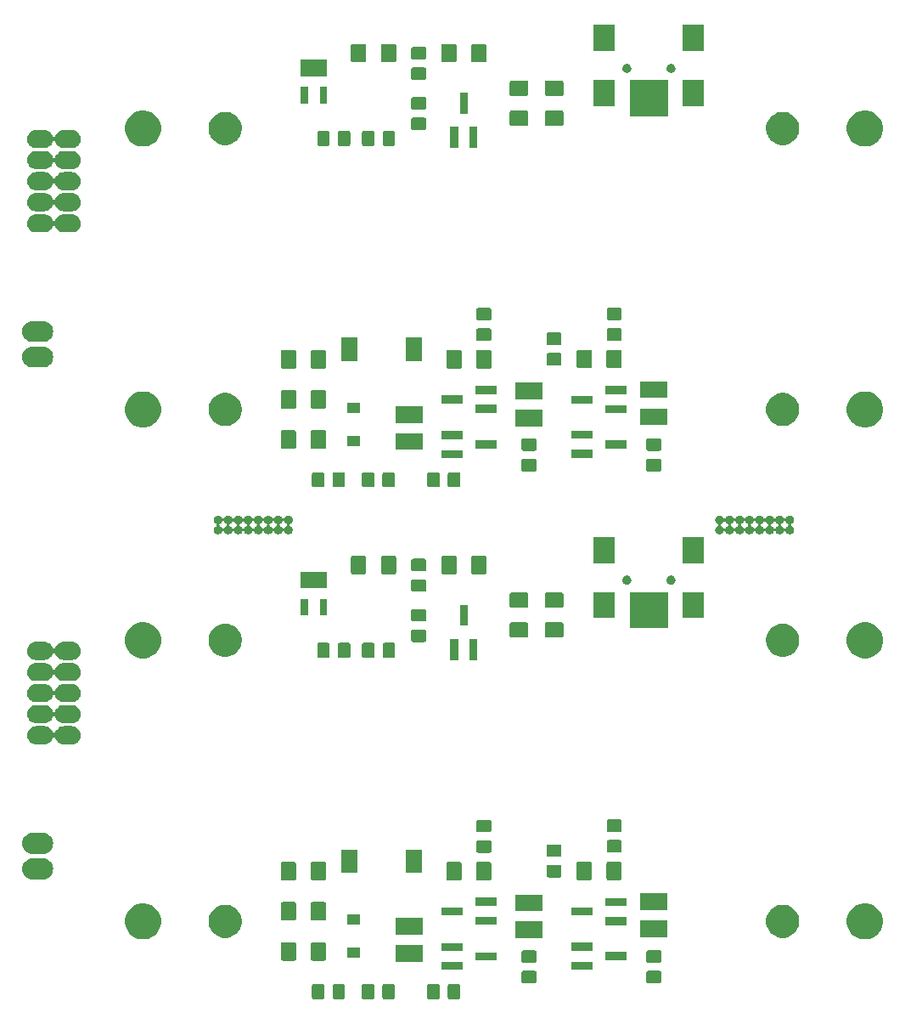
<source format=gbr>
G04 #@! TF.GenerationSoftware,KiCad,Pcbnew,5.0.2+dfsg1-1*
G04 #@! TF.CreationDate,2020-09-22T13:16:51+02:00*
G04 #@! TF.ProjectId,lipo_power,6c69706f-5f70-46f7-9765-722e6b696361,rev?*
G04 #@! TF.SameCoordinates,Original*
G04 #@! TF.FileFunction,Soldermask,Top*
G04 #@! TF.FilePolarity,Negative*
%FSLAX46Y46*%
G04 Gerber Fmt 4.6, Leading zero omitted, Abs format (unit mm)*
G04 Created by KiCad (PCBNEW 5.0.2+dfsg1-1) date Tue 22 Sep 2020 01:16:51 PM CEST*
%MOMM*%
%LPD*%
G01*
G04 APERTURE LIST*
%ADD10C,0.100000*%
G04 APERTURE END LIST*
D10*
G36*
X138963677Y-145253465D02*
X139001364Y-145264898D01*
X139036103Y-145283466D01*
X139066548Y-145308452D01*
X139091534Y-145338897D01*
X139110102Y-145373636D01*
X139121535Y-145411323D01*
X139126000Y-145456661D01*
X139126000Y-146543339D01*
X139121535Y-146588677D01*
X139110102Y-146626364D01*
X139091534Y-146661103D01*
X139066548Y-146691548D01*
X139036103Y-146716534D01*
X139001364Y-146735102D01*
X138963677Y-146746535D01*
X138918339Y-146751000D01*
X138081661Y-146751000D01*
X138036323Y-146746535D01*
X137998636Y-146735102D01*
X137963897Y-146716534D01*
X137933452Y-146691548D01*
X137908466Y-146661103D01*
X137889898Y-146626364D01*
X137878465Y-146588677D01*
X137874000Y-146543339D01*
X137874000Y-145456661D01*
X137878465Y-145411323D01*
X137889898Y-145373636D01*
X137908466Y-145338897D01*
X137933452Y-145308452D01*
X137963897Y-145283466D01*
X137998636Y-145264898D01*
X138036323Y-145253465D01*
X138081661Y-145249000D01*
X138918339Y-145249000D01*
X138963677Y-145253465D01*
X138963677Y-145253465D01*
G37*
G36*
X143438677Y-145253465D02*
X143476364Y-145264898D01*
X143511103Y-145283466D01*
X143541548Y-145308452D01*
X143566534Y-145338897D01*
X143585102Y-145373636D01*
X143596535Y-145411323D01*
X143601000Y-145456661D01*
X143601000Y-146543339D01*
X143596535Y-146588677D01*
X143585102Y-146626364D01*
X143566534Y-146661103D01*
X143541548Y-146691548D01*
X143511103Y-146716534D01*
X143476364Y-146735102D01*
X143438677Y-146746535D01*
X143393339Y-146751000D01*
X142556661Y-146751000D01*
X142511323Y-146746535D01*
X142473636Y-146735102D01*
X142438897Y-146716534D01*
X142408452Y-146691548D01*
X142383466Y-146661103D01*
X142364898Y-146626364D01*
X142353465Y-146588677D01*
X142349000Y-146543339D01*
X142349000Y-145456661D01*
X142353465Y-145411323D01*
X142364898Y-145373636D01*
X142383466Y-145338897D01*
X142408452Y-145308452D01*
X142438897Y-145283466D01*
X142473636Y-145264898D01*
X142511323Y-145253465D01*
X142556661Y-145249000D01*
X143393339Y-145249000D01*
X143438677Y-145253465D01*
X143438677Y-145253465D01*
G37*
G36*
X145488677Y-145253465D02*
X145526364Y-145264898D01*
X145561103Y-145283466D01*
X145591548Y-145308452D01*
X145616534Y-145338897D01*
X145635102Y-145373636D01*
X145646535Y-145411323D01*
X145651000Y-145456661D01*
X145651000Y-146543339D01*
X145646535Y-146588677D01*
X145635102Y-146626364D01*
X145616534Y-146661103D01*
X145591548Y-146691548D01*
X145561103Y-146716534D01*
X145526364Y-146735102D01*
X145488677Y-146746535D01*
X145443339Y-146751000D01*
X144606661Y-146751000D01*
X144561323Y-146746535D01*
X144523636Y-146735102D01*
X144488897Y-146716534D01*
X144458452Y-146691548D01*
X144433466Y-146661103D01*
X144414898Y-146626364D01*
X144403465Y-146588677D01*
X144399000Y-146543339D01*
X144399000Y-145456661D01*
X144403465Y-145411323D01*
X144414898Y-145373636D01*
X144433466Y-145338897D01*
X144458452Y-145308452D01*
X144488897Y-145283466D01*
X144523636Y-145264898D01*
X144561323Y-145253465D01*
X144606661Y-145249000D01*
X145443339Y-145249000D01*
X145488677Y-145253465D01*
X145488677Y-145253465D01*
G37*
G36*
X131938677Y-145253465D02*
X131976364Y-145264898D01*
X132011103Y-145283466D01*
X132041548Y-145308452D01*
X132066534Y-145338897D01*
X132085102Y-145373636D01*
X132096535Y-145411323D01*
X132101000Y-145456661D01*
X132101000Y-146543339D01*
X132096535Y-146588677D01*
X132085102Y-146626364D01*
X132066534Y-146661103D01*
X132041548Y-146691548D01*
X132011103Y-146716534D01*
X131976364Y-146735102D01*
X131938677Y-146746535D01*
X131893339Y-146751000D01*
X131056661Y-146751000D01*
X131011323Y-146746535D01*
X130973636Y-146735102D01*
X130938897Y-146716534D01*
X130908452Y-146691548D01*
X130883466Y-146661103D01*
X130864898Y-146626364D01*
X130853465Y-146588677D01*
X130849000Y-146543339D01*
X130849000Y-145456661D01*
X130853465Y-145411323D01*
X130864898Y-145373636D01*
X130883466Y-145338897D01*
X130908452Y-145308452D01*
X130938897Y-145283466D01*
X130973636Y-145264898D01*
X131011323Y-145253465D01*
X131056661Y-145249000D01*
X131893339Y-145249000D01*
X131938677Y-145253465D01*
X131938677Y-145253465D01*
G37*
G36*
X136913677Y-145253465D02*
X136951364Y-145264898D01*
X136986103Y-145283466D01*
X137016548Y-145308452D01*
X137041534Y-145338897D01*
X137060102Y-145373636D01*
X137071535Y-145411323D01*
X137076000Y-145456661D01*
X137076000Y-146543339D01*
X137071535Y-146588677D01*
X137060102Y-146626364D01*
X137041534Y-146661103D01*
X137016548Y-146691548D01*
X136986103Y-146716534D01*
X136951364Y-146735102D01*
X136913677Y-146746535D01*
X136868339Y-146751000D01*
X136031661Y-146751000D01*
X135986323Y-146746535D01*
X135948636Y-146735102D01*
X135913897Y-146716534D01*
X135883452Y-146691548D01*
X135858466Y-146661103D01*
X135839898Y-146626364D01*
X135828465Y-146588677D01*
X135824000Y-146543339D01*
X135824000Y-145456661D01*
X135828465Y-145411323D01*
X135839898Y-145373636D01*
X135858466Y-145338897D01*
X135883452Y-145308452D01*
X135913897Y-145283466D01*
X135948636Y-145264898D01*
X135986323Y-145253465D01*
X136031661Y-145249000D01*
X136868339Y-145249000D01*
X136913677Y-145253465D01*
X136913677Y-145253465D01*
G37*
G36*
X133988677Y-145253465D02*
X134026364Y-145264898D01*
X134061103Y-145283466D01*
X134091548Y-145308452D01*
X134116534Y-145338897D01*
X134135102Y-145373636D01*
X134146535Y-145411323D01*
X134151000Y-145456661D01*
X134151000Y-146543339D01*
X134146535Y-146588677D01*
X134135102Y-146626364D01*
X134116534Y-146661103D01*
X134091548Y-146691548D01*
X134061103Y-146716534D01*
X134026364Y-146735102D01*
X133988677Y-146746535D01*
X133943339Y-146751000D01*
X133106661Y-146751000D01*
X133061323Y-146746535D01*
X133023636Y-146735102D01*
X132988897Y-146716534D01*
X132958452Y-146691548D01*
X132933466Y-146661103D01*
X132914898Y-146626364D01*
X132903465Y-146588677D01*
X132899000Y-146543339D01*
X132899000Y-145456661D01*
X132903465Y-145411323D01*
X132914898Y-145373636D01*
X132933466Y-145338897D01*
X132958452Y-145308452D01*
X132988897Y-145283466D01*
X133023636Y-145264898D01*
X133061323Y-145253465D01*
X133106661Y-145249000D01*
X133943339Y-145249000D01*
X133988677Y-145253465D01*
X133988677Y-145253465D01*
G37*
G36*
X153088677Y-143928465D02*
X153126364Y-143939898D01*
X153161103Y-143958466D01*
X153191548Y-143983452D01*
X153216534Y-144013897D01*
X153235102Y-144048636D01*
X153246535Y-144086323D01*
X153251000Y-144131661D01*
X153251000Y-144968339D01*
X153246535Y-145013677D01*
X153235102Y-145051364D01*
X153216534Y-145086103D01*
X153191548Y-145116548D01*
X153161103Y-145141534D01*
X153126364Y-145160102D01*
X153088677Y-145171535D01*
X153043339Y-145176000D01*
X151956661Y-145176000D01*
X151911323Y-145171535D01*
X151873636Y-145160102D01*
X151838897Y-145141534D01*
X151808452Y-145116548D01*
X151783466Y-145086103D01*
X151764898Y-145051364D01*
X151753465Y-145013677D01*
X151749000Y-144968339D01*
X151749000Y-144131661D01*
X151753465Y-144086323D01*
X151764898Y-144048636D01*
X151783466Y-144013897D01*
X151808452Y-143983452D01*
X151838897Y-143958466D01*
X151873636Y-143939898D01*
X151911323Y-143928465D01*
X151956661Y-143924000D01*
X153043339Y-143924000D01*
X153088677Y-143928465D01*
X153088677Y-143928465D01*
G37*
G36*
X165538678Y-143928465D02*
X165576365Y-143939898D01*
X165611104Y-143958466D01*
X165641549Y-143983452D01*
X165666535Y-144013897D01*
X165685103Y-144048636D01*
X165696536Y-144086323D01*
X165701001Y-144131661D01*
X165701001Y-144968339D01*
X165696536Y-145013677D01*
X165685103Y-145051364D01*
X165666535Y-145086103D01*
X165641549Y-145116548D01*
X165611104Y-145141534D01*
X165576365Y-145160102D01*
X165538678Y-145171535D01*
X165493340Y-145176000D01*
X164406662Y-145176000D01*
X164361324Y-145171535D01*
X164323637Y-145160102D01*
X164288898Y-145141534D01*
X164258453Y-145116548D01*
X164233467Y-145086103D01*
X164214899Y-145051364D01*
X164203466Y-145013677D01*
X164199001Y-144968339D01*
X164199001Y-144131661D01*
X164203466Y-144086323D01*
X164214899Y-144048636D01*
X164233467Y-144013897D01*
X164258453Y-143983452D01*
X164288898Y-143958466D01*
X164323637Y-143939898D01*
X164361324Y-143928465D01*
X164406662Y-143924000D01*
X165493340Y-143924000D01*
X165538678Y-143928465D01*
X165538678Y-143928465D01*
G37*
G36*
X145851000Y-143851000D02*
X143749000Y-143851000D01*
X143749000Y-143049000D01*
X145851000Y-143049000D01*
X145851000Y-143851000D01*
X145851000Y-143851000D01*
G37*
G36*
X158851000Y-143826000D02*
X156749000Y-143826000D01*
X156749000Y-143024000D01*
X158851000Y-143024000D01*
X158851000Y-143826000D01*
X158851000Y-143826000D01*
G37*
G36*
X165538678Y-141878465D02*
X165576365Y-141889898D01*
X165611104Y-141908466D01*
X165641549Y-141933452D01*
X165666535Y-141963897D01*
X165685103Y-141998636D01*
X165696536Y-142036323D01*
X165701001Y-142081661D01*
X165701001Y-142918339D01*
X165696536Y-142963677D01*
X165685103Y-143001364D01*
X165666535Y-143036103D01*
X165641549Y-143066548D01*
X165611104Y-143091534D01*
X165576365Y-143110102D01*
X165538678Y-143121535D01*
X165493340Y-143126000D01*
X164406662Y-143126000D01*
X164361324Y-143121535D01*
X164323637Y-143110102D01*
X164288898Y-143091534D01*
X164258453Y-143066548D01*
X164233467Y-143036103D01*
X164214899Y-143001364D01*
X164203466Y-142963677D01*
X164199001Y-142918339D01*
X164199001Y-142081661D01*
X164203466Y-142036323D01*
X164214899Y-141998636D01*
X164233467Y-141963897D01*
X164258453Y-141933452D01*
X164288898Y-141908466D01*
X164323637Y-141889898D01*
X164361324Y-141878465D01*
X164406662Y-141874000D01*
X165493340Y-141874000D01*
X165538678Y-141878465D01*
X165538678Y-141878465D01*
G37*
G36*
X153088677Y-141878465D02*
X153126364Y-141889898D01*
X153161103Y-141908466D01*
X153191548Y-141933452D01*
X153216534Y-141963897D01*
X153235102Y-141998636D01*
X153246535Y-142036323D01*
X153251000Y-142081661D01*
X153251000Y-142918339D01*
X153246535Y-142963677D01*
X153235102Y-143001364D01*
X153216534Y-143036103D01*
X153191548Y-143066548D01*
X153161103Y-143091534D01*
X153126364Y-143110102D01*
X153088677Y-143121535D01*
X153043339Y-143126000D01*
X151956661Y-143126000D01*
X151911323Y-143121535D01*
X151873636Y-143110102D01*
X151838897Y-143091534D01*
X151808452Y-143066548D01*
X151783466Y-143036103D01*
X151764898Y-143001364D01*
X151753465Y-142963677D01*
X151749000Y-142918339D01*
X151749000Y-142081661D01*
X151753465Y-142036323D01*
X151764898Y-141998636D01*
X151783466Y-141963897D01*
X151808452Y-141933452D01*
X151838897Y-141908466D01*
X151873636Y-141889898D01*
X151911323Y-141878465D01*
X151956661Y-141874000D01*
X153043339Y-141874000D01*
X153088677Y-141878465D01*
X153088677Y-141878465D01*
G37*
G36*
X141876000Y-143031000D02*
X139224000Y-143031000D01*
X139224000Y-141369000D01*
X141876000Y-141369000D01*
X141876000Y-143031000D01*
X141876000Y-143031000D01*
G37*
G36*
X132100562Y-141078181D02*
X132135477Y-141088773D01*
X132167665Y-141105978D01*
X132195873Y-141129127D01*
X132219022Y-141157335D01*
X132236227Y-141189523D01*
X132246819Y-141224438D01*
X132251000Y-141266895D01*
X132251000Y-142733105D01*
X132246819Y-142775562D01*
X132236227Y-142810477D01*
X132219022Y-142842665D01*
X132195873Y-142870873D01*
X132167665Y-142894022D01*
X132135477Y-142911227D01*
X132100562Y-142921819D01*
X132058105Y-142926000D01*
X130916895Y-142926000D01*
X130874438Y-142921819D01*
X130839523Y-142911227D01*
X130807335Y-142894022D01*
X130779127Y-142870873D01*
X130755978Y-142842665D01*
X130738773Y-142810477D01*
X130728181Y-142775562D01*
X130724000Y-142733105D01*
X130724000Y-141266895D01*
X130728181Y-141224438D01*
X130738773Y-141189523D01*
X130755978Y-141157335D01*
X130779127Y-141129127D01*
X130807335Y-141105978D01*
X130839523Y-141088773D01*
X130874438Y-141078181D01*
X130916895Y-141074000D01*
X132058105Y-141074000D01*
X132100562Y-141078181D01*
X132100562Y-141078181D01*
G37*
G36*
X129125562Y-141078181D02*
X129160477Y-141088773D01*
X129192665Y-141105978D01*
X129220873Y-141129127D01*
X129244022Y-141157335D01*
X129261227Y-141189523D01*
X129271819Y-141224438D01*
X129276000Y-141266895D01*
X129276000Y-142733105D01*
X129271819Y-142775562D01*
X129261227Y-142810477D01*
X129244022Y-142842665D01*
X129220873Y-142870873D01*
X129192665Y-142894022D01*
X129160477Y-142911227D01*
X129125562Y-142921819D01*
X129083105Y-142926000D01*
X127941895Y-142926000D01*
X127899438Y-142921819D01*
X127864523Y-142911227D01*
X127832335Y-142894022D01*
X127804127Y-142870873D01*
X127780978Y-142842665D01*
X127763773Y-142810477D01*
X127753181Y-142775562D01*
X127749000Y-142733105D01*
X127749000Y-141266895D01*
X127753181Y-141224438D01*
X127763773Y-141189523D01*
X127780978Y-141157335D01*
X127804127Y-141129127D01*
X127832335Y-141105978D01*
X127864523Y-141088773D01*
X127899438Y-141078181D01*
X127941895Y-141074000D01*
X129083105Y-141074000D01*
X129125562Y-141078181D01*
X129125562Y-141078181D01*
G37*
G36*
X149251000Y-142901000D02*
X147149000Y-142901000D01*
X147149000Y-142099000D01*
X149251000Y-142099000D01*
X149251000Y-142901000D01*
X149251000Y-142901000D01*
G37*
G36*
X162251000Y-142876000D02*
X160149000Y-142876000D01*
X160149000Y-142074000D01*
X162251000Y-142074000D01*
X162251000Y-142876000D01*
X162251000Y-142876000D01*
G37*
G36*
X135651000Y-142651000D02*
X134349000Y-142651000D01*
X134349000Y-141649000D01*
X135651000Y-141649000D01*
X135651000Y-142651000D01*
X135651000Y-142651000D01*
G37*
G36*
X145851000Y-141951000D02*
X143749000Y-141951000D01*
X143749000Y-141149000D01*
X145851000Y-141149000D01*
X145851000Y-141951000D01*
X145851000Y-141951000D01*
G37*
G36*
X158851000Y-141926000D02*
X156749000Y-141926000D01*
X156749000Y-141124000D01*
X158851000Y-141124000D01*
X158851000Y-141926000D01*
X158851000Y-141926000D01*
G37*
G36*
X114525331Y-137268211D02*
X114853092Y-137403974D01*
X115148073Y-137601074D01*
X115398926Y-137851927D01*
X115596026Y-138146908D01*
X115731789Y-138474669D01*
X115801000Y-138822616D01*
X115801000Y-139177384D01*
X115731789Y-139525331D01*
X115596026Y-139853092D01*
X115398926Y-140148073D01*
X115148073Y-140398926D01*
X114853092Y-140596026D01*
X114525331Y-140731789D01*
X114177384Y-140801000D01*
X113822616Y-140801000D01*
X113474669Y-140731789D01*
X113146908Y-140596026D01*
X112851927Y-140398926D01*
X112601074Y-140148073D01*
X112403974Y-139853092D01*
X112268211Y-139525331D01*
X112199000Y-139177384D01*
X112199000Y-138822616D01*
X112268211Y-138474669D01*
X112403974Y-138146908D01*
X112601074Y-137851927D01*
X112851927Y-137601074D01*
X113146908Y-137403974D01*
X113474669Y-137268211D01*
X113822616Y-137199000D01*
X114177384Y-137199000D01*
X114525331Y-137268211D01*
X114525331Y-137268211D01*
G37*
G36*
X186525331Y-137268211D02*
X186853092Y-137403974D01*
X187148073Y-137601074D01*
X187398926Y-137851927D01*
X187596026Y-138146908D01*
X187731789Y-138474669D01*
X187801000Y-138822616D01*
X187801000Y-139177384D01*
X187731789Y-139525331D01*
X187596026Y-139853092D01*
X187398926Y-140148073D01*
X187148073Y-140398926D01*
X186853092Y-140596026D01*
X186525331Y-140731789D01*
X186177384Y-140801000D01*
X185822616Y-140801000D01*
X185474669Y-140731789D01*
X185146908Y-140596026D01*
X184851927Y-140398926D01*
X184601074Y-140148073D01*
X184403974Y-139853092D01*
X184268211Y-139525331D01*
X184199000Y-139177384D01*
X184199000Y-138822616D01*
X184268211Y-138474669D01*
X184403974Y-138146908D01*
X184601074Y-137851927D01*
X184851927Y-137601074D01*
X185146908Y-137403974D01*
X185474669Y-137268211D01*
X185822616Y-137199000D01*
X186177384Y-137199000D01*
X186525331Y-137268211D01*
X186525331Y-137268211D01*
G37*
G36*
X153826000Y-140681000D02*
X151174000Y-140681000D01*
X151174000Y-139019000D01*
X153826000Y-139019000D01*
X153826000Y-140681000D01*
X153826000Y-140681000D01*
G37*
G36*
X178175256Y-137391298D02*
X178281579Y-137412447D01*
X178582042Y-137536903D01*
X178848852Y-137715180D01*
X178852454Y-137717587D01*
X179082413Y-137947546D01*
X179082415Y-137947549D01*
X179263097Y-138217958D01*
X179387553Y-138518421D01*
X179398608Y-138574000D01*
X179451000Y-138837389D01*
X179451000Y-139162611D01*
X179387553Y-139481578D01*
X179263098Y-139782040D01*
X179082413Y-140052454D01*
X178852454Y-140282413D01*
X178852451Y-140282415D01*
X178582042Y-140463097D01*
X178281579Y-140587553D01*
X178238987Y-140596025D01*
X177962611Y-140651000D01*
X177637389Y-140651000D01*
X177361013Y-140596025D01*
X177318421Y-140587553D01*
X177017958Y-140463097D01*
X176747549Y-140282415D01*
X176747546Y-140282413D01*
X176517587Y-140052454D01*
X176336902Y-139782040D01*
X176212447Y-139481578D01*
X176149000Y-139162611D01*
X176149000Y-138837389D01*
X176201392Y-138574000D01*
X176212447Y-138518421D01*
X176336903Y-138217958D01*
X176517585Y-137947549D01*
X176517587Y-137947546D01*
X176747546Y-137717587D01*
X176751148Y-137715180D01*
X177017958Y-137536903D01*
X177318421Y-137412447D01*
X177424744Y-137391298D01*
X177637389Y-137349000D01*
X177962611Y-137349000D01*
X178175256Y-137391298D01*
X178175256Y-137391298D01*
G37*
G36*
X122575256Y-137391298D02*
X122681579Y-137412447D01*
X122982042Y-137536903D01*
X123248852Y-137715180D01*
X123252454Y-137717587D01*
X123482413Y-137947546D01*
X123482415Y-137947549D01*
X123663097Y-138217958D01*
X123787553Y-138518421D01*
X123798608Y-138574000D01*
X123851000Y-138837389D01*
X123851000Y-139162611D01*
X123787553Y-139481578D01*
X123663098Y-139782040D01*
X123482413Y-140052454D01*
X123252454Y-140282413D01*
X123252451Y-140282415D01*
X122982042Y-140463097D01*
X122681579Y-140587553D01*
X122638987Y-140596025D01*
X122362611Y-140651000D01*
X122037389Y-140651000D01*
X121761013Y-140596025D01*
X121718421Y-140587553D01*
X121417958Y-140463097D01*
X121147549Y-140282415D01*
X121147546Y-140282413D01*
X120917587Y-140052454D01*
X120736902Y-139782040D01*
X120612447Y-139481578D01*
X120549000Y-139162611D01*
X120549000Y-138837389D01*
X120601392Y-138574000D01*
X120612447Y-138518421D01*
X120736903Y-138217958D01*
X120917585Y-137947549D01*
X120917587Y-137947546D01*
X121147546Y-137717587D01*
X121151148Y-137715180D01*
X121417958Y-137536903D01*
X121718421Y-137412447D01*
X121824744Y-137391298D01*
X122037389Y-137349000D01*
X122362611Y-137349000D01*
X122575256Y-137391298D01*
X122575256Y-137391298D01*
G37*
G36*
X166276001Y-140556001D02*
X163624001Y-140556001D01*
X163624001Y-138894001D01*
X166276001Y-138894001D01*
X166276001Y-140556001D01*
X166276001Y-140556001D01*
G37*
G36*
X141876000Y-140331000D02*
X139224000Y-140331000D01*
X139224000Y-138669000D01*
X141876000Y-138669000D01*
X141876000Y-140331000D01*
X141876000Y-140331000D01*
G37*
G36*
X162251000Y-139376000D02*
X160149000Y-139376000D01*
X160149000Y-138574000D01*
X162251000Y-138574000D01*
X162251000Y-139376000D01*
X162251000Y-139376000D01*
G37*
G36*
X135651000Y-139351000D02*
X134349000Y-139351000D01*
X134349000Y-138349000D01*
X135651000Y-138349000D01*
X135651000Y-139351000D01*
X135651000Y-139351000D01*
G37*
G36*
X149251000Y-139351000D02*
X147149000Y-139351000D01*
X147149000Y-138549000D01*
X149251000Y-138549000D01*
X149251000Y-139351000D01*
X149251000Y-139351000D01*
G37*
G36*
X132100562Y-137078181D02*
X132135477Y-137088773D01*
X132167665Y-137105978D01*
X132195873Y-137129127D01*
X132219022Y-137157335D01*
X132236227Y-137189523D01*
X132246819Y-137224438D01*
X132251000Y-137266895D01*
X132251000Y-138733105D01*
X132246819Y-138775562D01*
X132236227Y-138810477D01*
X132219022Y-138842665D01*
X132195873Y-138870873D01*
X132167665Y-138894022D01*
X132135477Y-138911227D01*
X132100562Y-138921819D01*
X132058105Y-138926000D01*
X130916895Y-138926000D01*
X130874438Y-138921819D01*
X130839523Y-138911227D01*
X130807335Y-138894022D01*
X130779127Y-138870873D01*
X130755978Y-138842665D01*
X130738773Y-138810477D01*
X130728181Y-138775562D01*
X130724000Y-138733105D01*
X130724000Y-137266895D01*
X130728181Y-137224438D01*
X130738773Y-137189523D01*
X130755978Y-137157335D01*
X130779127Y-137129127D01*
X130807335Y-137105978D01*
X130839523Y-137088773D01*
X130874438Y-137078181D01*
X130916895Y-137074000D01*
X132058105Y-137074000D01*
X132100562Y-137078181D01*
X132100562Y-137078181D01*
G37*
G36*
X129125562Y-137078181D02*
X129160477Y-137088773D01*
X129192665Y-137105978D01*
X129220873Y-137129127D01*
X129244022Y-137157335D01*
X129261227Y-137189523D01*
X129271819Y-137224438D01*
X129276000Y-137266895D01*
X129276000Y-138733105D01*
X129271819Y-138775562D01*
X129261227Y-138810477D01*
X129244022Y-138842665D01*
X129220873Y-138870873D01*
X129192665Y-138894022D01*
X129160477Y-138911227D01*
X129125562Y-138921819D01*
X129083105Y-138926000D01*
X127941895Y-138926000D01*
X127899438Y-138921819D01*
X127864523Y-138911227D01*
X127832335Y-138894022D01*
X127804127Y-138870873D01*
X127780978Y-138842665D01*
X127763773Y-138810477D01*
X127753181Y-138775562D01*
X127749000Y-138733105D01*
X127749000Y-137266895D01*
X127753181Y-137224438D01*
X127763773Y-137189523D01*
X127780978Y-137157335D01*
X127804127Y-137129127D01*
X127832335Y-137105978D01*
X127864523Y-137088773D01*
X127899438Y-137078181D01*
X127941895Y-137074000D01*
X129083105Y-137074000D01*
X129125562Y-137078181D01*
X129125562Y-137078181D01*
G37*
G36*
X158851000Y-138426000D02*
X156749000Y-138426000D01*
X156749000Y-137624000D01*
X158851000Y-137624000D01*
X158851000Y-138426000D01*
X158851000Y-138426000D01*
G37*
G36*
X145851000Y-138401000D02*
X143749000Y-138401000D01*
X143749000Y-137599000D01*
X145851000Y-137599000D01*
X145851000Y-138401000D01*
X145851000Y-138401000D01*
G37*
G36*
X153826000Y-137981000D02*
X151174000Y-137981000D01*
X151174000Y-136319000D01*
X153826000Y-136319000D01*
X153826000Y-137981000D01*
X153826000Y-137981000D01*
G37*
G36*
X166276001Y-137856001D02*
X163624001Y-137856001D01*
X163624001Y-136194001D01*
X166276001Y-136194001D01*
X166276001Y-137856001D01*
X166276001Y-137856001D01*
G37*
G36*
X162251000Y-137476000D02*
X160149000Y-137476000D01*
X160149000Y-136674000D01*
X162251000Y-136674000D01*
X162251000Y-137476000D01*
X162251000Y-137476000D01*
G37*
G36*
X149251000Y-137451000D02*
X147149000Y-137451000D01*
X147149000Y-136649000D01*
X149251000Y-136649000D01*
X149251000Y-137451000D01*
X149251000Y-137451000D01*
G37*
G36*
X132100562Y-133078181D02*
X132135477Y-133088773D01*
X132167665Y-133105978D01*
X132195873Y-133129127D01*
X132219022Y-133157335D01*
X132236227Y-133189523D01*
X132246819Y-133224438D01*
X132251000Y-133266895D01*
X132251000Y-134733105D01*
X132246819Y-134775562D01*
X132236227Y-134810477D01*
X132219022Y-134842665D01*
X132195873Y-134870873D01*
X132167665Y-134894022D01*
X132135477Y-134911227D01*
X132100562Y-134921819D01*
X132058105Y-134926000D01*
X130916895Y-134926000D01*
X130874438Y-134921819D01*
X130839523Y-134911227D01*
X130807335Y-134894022D01*
X130779127Y-134870873D01*
X130755978Y-134842665D01*
X130738773Y-134810477D01*
X130728181Y-134775562D01*
X130724000Y-134733105D01*
X130724000Y-133266895D01*
X130728181Y-133224438D01*
X130738773Y-133189523D01*
X130755978Y-133157335D01*
X130779127Y-133129127D01*
X130807335Y-133105978D01*
X130839523Y-133088773D01*
X130874438Y-133078181D01*
X130916895Y-133074000D01*
X132058105Y-133074000D01*
X132100562Y-133078181D01*
X132100562Y-133078181D01*
G37*
G36*
X129125562Y-133078181D02*
X129160477Y-133088773D01*
X129192665Y-133105978D01*
X129220873Y-133129127D01*
X129244022Y-133157335D01*
X129261227Y-133189523D01*
X129271819Y-133224438D01*
X129276000Y-133266895D01*
X129276000Y-134733105D01*
X129271819Y-134775562D01*
X129261227Y-134810477D01*
X129244022Y-134842665D01*
X129220873Y-134870873D01*
X129192665Y-134894022D01*
X129160477Y-134911227D01*
X129125562Y-134921819D01*
X129083105Y-134926000D01*
X127941895Y-134926000D01*
X127899438Y-134921819D01*
X127864523Y-134911227D01*
X127832335Y-134894022D01*
X127804127Y-134870873D01*
X127780978Y-134842665D01*
X127763773Y-134810477D01*
X127753181Y-134775562D01*
X127749000Y-134733105D01*
X127749000Y-133266895D01*
X127753181Y-133224438D01*
X127763773Y-133189523D01*
X127780978Y-133157335D01*
X127804127Y-133129127D01*
X127832335Y-133105978D01*
X127864523Y-133088773D01*
X127899438Y-133078181D01*
X127941895Y-133074000D01*
X129083105Y-133074000D01*
X129125562Y-133078181D01*
X129125562Y-133078181D01*
G37*
G36*
X145625562Y-133078181D02*
X145660477Y-133088773D01*
X145692665Y-133105978D01*
X145720873Y-133129127D01*
X145744022Y-133157335D01*
X145761227Y-133189523D01*
X145771819Y-133224438D01*
X145776000Y-133266895D01*
X145776000Y-134733105D01*
X145771819Y-134775562D01*
X145761227Y-134810477D01*
X145744022Y-134842665D01*
X145720873Y-134870873D01*
X145692665Y-134894022D01*
X145660477Y-134911227D01*
X145625562Y-134921819D01*
X145583105Y-134926000D01*
X144441895Y-134926000D01*
X144399438Y-134921819D01*
X144364523Y-134911227D01*
X144332335Y-134894022D01*
X144304127Y-134870873D01*
X144280978Y-134842665D01*
X144263773Y-134810477D01*
X144253181Y-134775562D01*
X144249000Y-134733105D01*
X144249000Y-133266895D01*
X144253181Y-133224438D01*
X144263773Y-133189523D01*
X144280978Y-133157335D01*
X144304127Y-133129127D01*
X144332335Y-133105978D01*
X144364523Y-133088773D01*
X144399438Y-133078181D01*
X144441895Y-133074000D01*
X145583105Y-133074000D01*
X145625562Y-133078181D01*
X145625562Y-133078181D01*
G37*
G36*
X148600562Y-133078181D02*
X148635477Y-133088773D01*
X148667665Y-133105978D01*
X148695873Y-133129127D01*
X148719022Y-133157335D01*
X148736227Y-133189523D01*
X148746819Y-133224438D01*
X148751000Y-133266895D01*
X148751000Y-134733105D01*
X148746819Y-134775562D01*
X148736227Y-134810477D01*
X148719022Y-134842665D01*
X148695873Y-134870873D01*
X148667665Y-134894022D01*
X148635477Y-134911227D01*
X148600562Y-134921819D01*
X148558105Y-134926000D01*
X147416895Y-134926000D01*
X147374438Y-134921819D01*
X147339523Y-134911227D01*
X147307335Y-134894022D01*
X147279127Y-134870873D01*
X147255978Y-134842665D01*
X147238773Y-134810477D01*
X147228181Y-134775562D01*
X147224000Y-134733105D01*
X147224000Y-133266895D01*
X147228181Y-133224438D01*
X147238773Y-133189523D01*
X147255978Y-133157335D01*
X147279127Y-133129127D01*
X147307335Y-133105978D01*
X147339523Y-133088773D01*
X147374438Y-133078181D01*
X147416895Y-133074000D01*
X148558105Y-133074000D01*
X148600562Y-133078181D01*
X148600562Y-133078181D01*
G37*
G36*
X161600562Y-133053181D02*
X161635477Y-133063773D01*
X161667665Y-133080978D01*
X161695873Y-133104127D01*
X161719022Y-133132335D01*
X161736227Y-133164523D01*
X161746819Y-133199438D01*
X161751000Y-133241895D01*
X161751000Y-134708105D01*
X161746819Y-134750562D01*
X161736227Y-134785477D01*
X161719022Y-134817665D01*
X161695873Y-134845873D01*
X161667665Y-134869022D01*
X161635477Y-134886227D01*
X161600562Y-134896819D01*
X161558105Y-134901000D01*
X160416895Y-134901000D01*
X160374438Y-134896819D01*
X160339523Y-134886227D01*
X160307335Y-134869022D01*
X160279127Y-134845873D01*
X160255978Y-134817665D01*
X160238773Y-134785477D01*
X160228181Y-134750562D01*
X160224000Y-134708105D01*
X160224000Y-133241895D01*
X160228181Y-133199438D01*
X160238773Y-133164523D01*
X160255978Y-133132335D01*
X160279127Y-133104127D01*
X160307335Y-133080978D01*
X160339523Y-133063773D01*
X160374438Y-133053181D01*
X160416895Y-133049000D01*
X161558105Y-133049000D01*
X161600562Y-133053181D01*
X161600562Y-133053181D01*
G37*
G36*
X158625562Y-133053181D02*
X158660477Y-133063773D01*
X158692665Y-133080978D01*
X158720873Y-133104127D01*
X158744022Y-133132335D01*
X158761227Y-133164523D01*
X158771819Y-133199438D01*
X158776000Y-133241895D01*
X158776000Y-134708105D01*
X158771819Y-134750562D01*
X158761227Y-134785477D01*
X158744022Y-134817665D01*
X158720873Y-134845873D01*
X158692665Y-134869022D01*
X158660477Y-134886227D01*
X158625562Y-134896819D01*
X158583105Y-134901000D01*
X157441895Y-134901000D01*
X157399438Y-134896819D01*
X157364523Y-134886227D01*
X157332335Y-134869022D01*
X157304127Y-134845873D01*
X157280978Y-134817665D01*
X157263773Y-134785477D01*
X157253181Y-134750562D01*
X157249000Y-134708105D01*
X157249000Y-133241895D01*
X157253181Y-133199438D01*
X157263773Y-133164523D01*
X157280978Y-133132335D01*
X157304127Y-133104127D01*
X157332335Y-133080978D01*
X157364523Y-133063773D01*
X157399438Y-133053181D01*
X157441895Y-133049000D01*
X158583105Y-133049000D01*
X158625562Y-133053181D01*
X158625562Y-133053181D01*
G37*
G36*
X104082510Y-132722041D02*
X104206032Y-132734207D01*
X104404146Y-132794305D01*
X104586729Y-132891897D01*
X104746765Y-133023235D01*
X104878103Y-133183271D01*
X104975695Y-133365854D01*
X105035793Y-133563968D01*
X105056085Y-133770000D01*
X105035793Y-133976032D01*
X104975695Y-134174146D01*
X104878103Y-134356729D01*
X104746765Y-134516765D01*
X104586729Y-134648103D01*
X104404146Y-134745695D01*
X104206032Y-134805793D01*
X104085491Y-134817665D01*
X104051631Y-134821000D01*
X102948369Y-134821000D01*
X102914509Y-134817665D01*
X102793968Y-134805793D01*
X102595854Y-134745695D01*
X102413271Y-134648103D01*
X102253235Y-134516765D01*
X102121897Y-134356729D01*
X102024305Y-134174146D01*
X101964207Y-133976032D01*
X101943915Y-133770000D01*
X101964207Y-133563968D01*
X102024305Y-133365854D01*
X102121897Y-133183271D01*
X102253235Y-133023235D01*
X102413271Y-132891897D01*
X102595854Y-132794305D01*
X102793968Y-132734207D01*
X102917490Y-132722041D01*
X102948369Y-132719000D01*
X104051631Y-132719000D01*
X104082510Y-132722041D01*
X104082510Y-132722041D01*
G37*
G36*
X155588677Y-133378465D02*
X155626364Y-133389898D01*
X155661103Y-133408466D01*
X155691548Y-133433452D01*
X155716534Y-133463897D01*
X155735102Y-133498636D01*
X155746535Y-133536323D01*
X155751000Y-133581661D01*
X155751000Y-134418339D01*
X155746535Y-134463677D01*
X155735102Y-134501364D01*
X155716534Y-134536103D01*
X155691548Y-134566548D01*
X155661103Y-134591534D01*
X155626364Y-134610102D01*
X155588677Y-134621535D01*
X155543339Y-134626000D01*
X154456661Y-134626000D01*
X154411323Y-134621535D01*
X154373636Y-134610102D01*
X154338897Y-134591534D01*
X154308452Y-134566548D01*
X154283466Y-134536103D01*
X154264898Y-134501364D01*
X154253465Y-134463677D01*
X154249000Y-134418339D01*
X154249000Y-133581661D01*
X154253465Y-133536323D01*
X154264898Y-133498636D01*
X154283466Y-133463897D01*
X154308452Y-133433452D01*
X154338897Y-133408466D01*
X154373636Y-133389898D01*
X154411323Y-133378465D01*
X154456661Y-133374000D01*
X155543339Y-133374000D01*
X155588677Y-133378465D01*
X155588677Y-133378465D01*
G37*
G36*
X135401000Y-134151000D02*
X133799000Y-134151000D01*
X133799000Y-131849000D01*
X135401000Y-131849000D01*
X135401000Y-134151000D01*
X135401000Y-134151000D01*
G37*
G36*
X141801000Y-134151000D02*
X140199000Y-134151000D01*
X140199000Y-131849000D01*
X141801000Y-131849000D01*
X141801000Y-134151000D01*
X141801000Y-134151000D01*
G37*
G36*
X155588677Y-131328465D02*
X155626364Y-131339898D01*
X155661103Y-131358466D01*
X155691548Y-131383452D01*
X155716534Y-131413897D01*
X155735102Y-131448636D01*
X155746535Y-131486323D01*
X155751000Y-131531661D01*
X155751000Y-132368339D01*
X155746535Y-132413677D01*
X155735102Y-132451364D01*
X155716534Y-132486103D01*
X155691548Y-132516548D01*
X155661103Y-132541534D01*
X155626364Y-132560102D01*
X155588677Y-132571535D01*
X155543339Y-132576000D01*
X154456661Y-132576000D01*
X154411323Y-132571535D01*
X154373636Y-132560102D01*
X154338897Y-132541534D01*
X154308452Y-132516548D01*
X154283466Y-132486103D01*
X154264898Y-132451364D01*
X154253465Y-132413677D01*
X154249000Y-132368339D01*
X154249000Y-131531661D01*
X154253465Y-131486323D01*
X154264898Y-131448636D01*
X154283466Y-131413897D01*
X154308452Y-131383452D01*
X154338897Y-131358466D01*
X154373636Y-131339898D01*
X154411323Y-131328465D01*
X154456661Y-131324000D01*
X155543339Y-131324000D01*
X155588677Y-131328465D01*
X155588677Y-131328465D01*
G37*
G36*
X104082510Y-130182041D02*
X104206032Y-130194207D01*
X104404146Y-130254305D01*
X104586729Y-130351897D01*
X104746765Y-130483235D01*
X104878103Y-130643271D01*
X104975695Y-130825854D01*
X105035793Y-131023968D01*
X105056085Y-131230000D01*
X105035793Y-131436032D01*
X104975695Y-131634146D01*
X104878103Y-131816729D01*
X104746765Y-131976765D01*
X104586729Y-132108103D01*
X104404146Y-132205695D01*
X104206032Y-132265793D01*
X104082510Y-132277959D01*
X104051631Y-132281000D01*
X102948369Y-132281000D01*
X102917490Y-132277959D01*
X102793968Y-132265793D01*
X102595854Y-132205695D01*
X102413271Y-132108103D01*
X102253235Y-131976765D01*
X102121897Y-131816729D01*
X102024305Y-131634146D01*
X101964207Y-131436032D01*
X101943915Y-131230000D01*
X101964207Y-131023968D01*
X102024305Y-130825854D01*
X102121897Y-130643271D01*
X102253235Y-130483235D01*
X102413271Y-130351897D01*
X102595854Y-130254305D01*
X102793968Y-130194207D01*
X102917490Y-130182041D01*
X102948369Y-130179000D01*
X104051631Y-130179000D01*
X104082510Y-130182041D01*
X104082510Y-130182041D01*
G37*
G36*
X148588677Y-130928465D02*
X148626364Y-130939898D01*
X148661103Y-130958466D01*
X148691548Y-130983452D01*
X148716534Y-131013897D01*
X148735102Y-131048636D01*
X148746535Y-131086323D01*
X148751000Y-131131661D01*
X148751000Y-131968339D01*
X148746535Y-132013677D01*
X148735102Y-132051364D01*
X148716534Y-132086103D01*
X148691548Y-132116548D01*
X148661103Y-132141534D01*
X148626364Y-132160102D01*
X148588677Y-132171535D01*
X148543339Y-132176000D01*
X147456661Y-132176000D01*
X147411323Y-132171535D01*
X147373636Y-132160102D01*
X147338897Y-132141534D01*
X147308452Y-132116548D01*
X147283466Y-132086103D01*
X147264898Y-132051364D01*
X147253465Y-132013677D01*
X147249000Y-131968339D01*
X147249000Y-131131661D01*
X147253465Y-131086323D01*
X147264898Y-131048636D01*
X147283466Y-131013897D01*
X147308452Y-130983452D01*
X147338897Y-130958466D01*
X147373636Y-130939898D01*
X147411323Y-130928465D01*
X147456661Y-130924000D01*
X148543339Y-130924000D01*
X148588677Y-130928465D01*
X148588677Y-130928465D01*
G37*
G36*
X161588677Y-130903465D02*
X161626364Y-130914898D01*
X161661103Y-130933466D01*
X161691548Y-130958452D01*
X161716534Y-130988897D01*
X161735102Y-131023636D01*
X161746535Y-131061323D01*
X161751000Y-131106661D01*
X161751000Y-131943339D01*
X161746535Y-131988677D01*
X161735102Y-132026364D01*
X161716534Y-132061103D01*
X161691548Y-132091548D01*
X161661103Y-132116534D01*
X161626364Y-132135102D01*
X161588677Y-132146535D01*
X161543339Y-132151000D01*
X160456661Y-132151000D01*
X160411323Y-132146535D01*
X160373636Y-132135102D01*
X160338897Y-132116534D01*
X160308452Y-132091548D01*
X160283466Y-132061103D01*
X160264898Y-132026364D01*
X160253465Y-131988677D01*
X160249000Y-131943339D01*
X160249000Y-131106661D01*
X160253465Y-131061323D01*
X160264898Y-131023636D01*
X160283466Y-130988897D01*
X160308452Y-130958452D01*
X160338897Y-130933466D01*
X160373636Y-130914898D01*
X160411323Y-130903465D01*
X160456661Y-130899000D01*
X161543339Y-130899000D01*
X161588677Y-130903465D01*
X161588677Y-130903465D01*
G37*
G36*
X148588677Y-128878465D02*
X148626364Y-128889898D01*
X148661103Y-128908466D01*
X148691548Y-128933452D01*
X148716534Y-128963897D01*
X148735102Y-128998636D01*
X148746535Y-129036323D01*
X148751000Y-129081661D01*
X148751000Y-129918339D01*
X148746535Y-129963677D01*
X148735102Y-130001364D01*
X148716534Y-130036103D01*
X148691548Y-130066548D01*
X148661103Y-130091534D01*
X148626364Y-130110102D01*
X148588677Y-130121535D01*
X148543339Y-130126000D01*
X147456661Y-130126000D01*
X147411323Y-130121535D01*
X147373636Y-130110102D01*
X147338897Y-130091534D01*
X147308452Y-130066548D01*
X147283466Y-130036103D01*
X147264898Y-130001364D01*
X147253465Y-129963677D01*
X147249000Y-129918339D01*
X147249000Y-129081661D01*
X147253465Y-129036323D01*
X147264898Y-128998636D01*
X147283466Y-128963897D01*
X147308452Y-128933452D01*
X147338897Y-128908466D01*
X147373636Y-128889898D01*
X147411323Y-128878465D01*
X147456661Y-128874000D01*
X148543339Y-128874000D01*
X148588677Y-128878465D01*
X148588677Y-128878465D01*
G37*
G36*
X161588677Y-128853465D02*
X161626364Y-128864898D01*
X161661103Y-128883466D01*
X161691548Y-128908452D01*
X161716534Y-128938897D01*
X161735102Y-128973636D01*
X161746535Y-129011323D01*
X161751000Y-129056661D01*
X161751000Y-129893339D01*
X161746535Y-129938677D01*
X161735102Y-129976364D01*
X161716534Y-130011103D01*
X161691548Y-130041548D01*
X161661103Y-130066534D01*
X161626364Y-130085102D01*
X161588677Y-130096535D01*
X161543339Y-130101000D01*
X160456661Y-130101000D01*
X160411323Y-130096535D01*
X160373636Y-130085102D01*
X160338897Y-130066534D01*
X160308452Y-130041548D01*
X160283466Y-130011103D01*
X160264898Y-129976364D01*
X160253465Y-129938677D01*
X160249000Y-129893339D01*
X160249000Y-129056661D01*
X160253465Y-129011323D01*
X160264898Y-128973636D01*
X160283466Y-128938897D01*
X160308452Y-128908452D01*
X160338897Y-128883466D01*
X160373636Y-128864898D01*
X160411323Y-128853465D01*
X160456661Y-128849000D01*
X161543339Y-128849000D01*
X161588677Y-128853465D01*
X161588677Y-128853465D01*
G37*
G36*
X104260443Y-119555519D02*
X104326627Y-119562037D01*
X104439853Y-119596384D01*
X104496467Y-119613557D01*
X104635087Y-119687652D01*
X104652991Y-119697222D01*
X104688729Y-119726552D01*
X104790186Y-119809814D01*
X104873448Y-119911271D01*
X104902778Y-119947009D01*
X104902779Y-119947011D01*
X104986443Y-120103533D01*
X105005382Y-120165968D01*
X105014760Y-120188607D01*
X105028374Y-120208982D01*
X105045701Y-120226309D01*
X105066075Y-120239923D01*
X105088714Y-120249300D01*
X105112748Y-120254081D01*
X105137252Y-120254081D01*
X105161285Y-120249301D01*
X105183924Y-120239923D01*
X105204299Y-120226309D01*
X105221626Y-120208982D01*
X105235240Y-120188608D01*
X105244618Y-120165968D01*
X105263557Y-120103533D01*
X105347221Y-119947011D01*
X105347222Y-119947009D01*
X105376552Y-119911271D01*
X105459814Y-119809814D01*
X105561271Y-119726552D01*
X105597009Y-119697222D01*
X105614913Y-119687652D01*
X105753533Y-119613557D01*
X105810147Y-119596384D01*
X105923373Y-119562037D01*
X105989557Y-119555519D01*
X106055740Y-119549000D01*
X106944260Y-119549000D01*
X107010443Y-119555519D01*
X107076627Y-119562037D01*
X107189853Y-119596384D01*
X107246467Y-119613557D01*
X107385087Y-119687652D01*
X107402991Y-119697222D01*
X107438729Y-119726552D01*
X107540186Y-119809814D01*
X107623448Y-119911271D01*
X107652778Y-119947009D01*
X107652779Y-119947011D01*
X107736443Y-120103533D01*
X107736443Y-120103534D01*
X107787963Y-120273373D01*
X107805359Y-120450000D01*
X107787963Y-120626627D01*
X107755382Y-120734032D01*
X107736443Y-120796467D01*
X107662348Y-120935087D01*
X107652778Y-120952991D01*
X107623448Y-120988729D01*
X107540186Y-121090186D01*
X107438729Y-121173448D01*
X107402991Y-121202778D01*
X107402989Y-121202779D01*
X107246467Y-121286443D01*
X107189853Y-121303616D01*
X107076627Y-121337963D01*
X107010442Y-121344482D01*
X106944260Y-121351000D01*
X106055740Y-121351000D01*
X105989558Y-121344482D01*
X105923373Y-121337963D01*
X105810147Y-121303616D01*
X105753533Y-121286443D01*
X105597011Y-121202779D01*
X105597009Y-121202778D01*
X105561271Y-121173448D01*
X105459814Y-121090186D01*
X105376552Y-120988729D01*
X105347222Y-120952991D01*
X105337652Y-120935087D01*
X105263557Y-120796467D01*
X105244618Y-120734032D01*
X105235240Y-120711393D01*
X105221626Y-120691018D01*
X105204299Y-120673691D01*
X105183925Y-120660077D01*
X105161286Y-120650700D01*
X105137252Y-120645919D01*
X105112748Y-120645919D01*
X105088715Y-120650699D01*
X105066076Y-120660077D01*
X105045701Y-120673691D01*
X105028374Y-120691018D01*
X105014760Y-120711392D01*
X105005382Y-120734032D01*
X104986443Y-120796467D01*
X104912348Y-120935087D01*
X104902778Y-120952991D01*
X104873448Y-120988729D01*
X104790186Y-121090186D01*
X104688729Y-121173448D01*
X104652991Y-121202778D01*
X104652989Y-121202779D01*
X104496467Y-121286443D01*
X104439853Y-121303616D01*
X104326627Y-121337963D01*
X104260442Y-121344482D01*
X104194260Y-121351000D01*
X103305740Y-121351000D01*
X103239558Y-121344482D01*
X103173373Y-121337963D01*
X103060147Y-121303616D01*
X103003533Y-121286443D01*
X102847011Y-121202779D01*
X102847009Y-121202778D01*
X102811271Y-121173448D01*
X102709814Y-121090186D01*
X102626552Y-120988729D01*
X102597222Y-120952991D01*
X102587652Y-120935087D01*
X102513557Y-120796467D01*
X102494618Y-120734032D01*
X102462037Y-120626627D01*
X102444641Y-120450000D01*
X102462037Y-120273373D01*
X102513557Y-120103534D01*
X102513557Y-120103533D01*
X102597221Y-119947011D01*
X102597222Y-119947009D01*
X102626552Y-119911271D01*
X102709814Y-119809814D01*
X102811271Y-119726552D01*
X102847009Y-119697222D01*
X102864913Y-119687652D01*
X103003533Y-119613557D01*
X103060147Y-119596384D01*
X103173373Y-119562037D01*
X103239557Y-119555519D01*
X103305740Y-119549000D01*
X104194260Y-119549000D01*
X104260443Y-119555519D01*
X104260443Y-119555519D01*
G37*
G36*
X104260443Y-117455519D02*
X104326627Y-117462037D01*
X104439853Y-117496384D01*
X104496467Y-117513557D01*
X104635087Y-117587652D01*
X104652991Y-117597222D01*
X104688729Y-117626552D01*
X104790186Y-117709814D01*
X104873448Y-117811271D01*
X104902778Y-117847009D01*
X104902779Y-117847011D01*
X104986443Y-118003533D01*
X105005382Y-118065968D01*
X105014760Y-118088607D01*
X105028374Y-118108982D01*
X105045701Y-118126309D01*
X105066075Y-118139923D01*
X105088714Y-118149300D01*
X105112748Y-118154081D01*
X105137252Y-118154081D01*
X105161285Y-118149301D01*
X105183924Y-118139923D01*
X105204299Y-118126309D01*
X105221626Y-118108982D01*
X105235240Y-118088608D01*
X105244618Y-118065968D01*
X105263557Y-118003533D01*
X105347221Y-117847011D01*
X105347222Y-117847009D01*
X105376552Y-117811271D01*
X105459814Y-117709814D01*
X105561271Y-117626552D01*
X105597009Y-117597222D01*
X105614913Y-117587652D01*
X105753533Y-117513557D01*
X105810147Y-117496384D01*
X105923373Y-117462037D01*
X105989557Y-117455519D01*
X106055740Y-117449000D01*
X106944260Y-117449000D01*
X107010443Y-117455519D01*
X107076627Y-117462037D01*
X107189853Y-117496384D01*
X107246467Y-117513557D01*
X107385087Y-117587652D01*
X107402991Y-117597222D01*
X107438729Y-117626552D01*
X107540186Y-117709814D01*
X107623448Y-117811271D01*
X107652778Y-117847009D01*
X107652779Y-117847011D01*
X107736443Y-118003533D01*
X107736443Y-118003534D01*
X107787963Y-118173373D01*
X107805359Y-118350000D01*
X107787963Y-118526627D01*
X107755382Y-118634032D01*
X107736443Y-118696467D01*
X107662348Y-118835087D01*
X107652778Y-118852991D01*
X107623448Y-118888729D01*
X107540186Y-118990186D01*
X107438729Y-119073448D01*
X107402991Y-119102778D01*
X107402989Y-119102779D01*
X107246467Y-119186443D01*
X107189853Y-119203616D01*
X107076627Y-119237963D01*
X107010443Y-119244481D01*
X106944260Y-119251000D01*
X106055740Y-119251000D01*
X105989557Y-119244481D01*
X105923373Y-119237963D01*
X105810147Y-119203616D01*
X105753533Y-119186443D01*
X105597011Y-119102779D01*
X105597009Y-119102778D01*
X105561271Y-119073448D01*
X105459814Y-118990186D01*
X105376552Y-118888729D01*
X105347222Y-118852991D01*
X105337652Y-118835087D01*
X105263557Y-118696467D01*
X105244618Y-118634032D01*
X105235240Y-118611393D01*
X105221626Y-118591018D01*
X105204299Y-118573691D01*
X105183925Y-118560077D01*
X105161286Y-118550700D01*
X105137252Y-118545919D01*
X105112748Y-118545919D01*
X105088715Y-118550699D01*
X105066076Y-118560077D01*
X105045701Y-118573691D01*
X105028374Y-118591018D01*
X105014760Y-118611392D01*
X105005382Y-118634032D01*
X104986443Y-118696467D01*
X104912348Y-118835087D01*
X104902778Y-118852991D01*
X104873448Y-118888729D01*
X104790186Y-118990186D01*
X104688729Y-119073448D01*
X104652991Y-119102778D01*
X104652989Y-119102779D01*
X104496467Y-119186443D01*
X104439853Y-119203616D01*
X104326627Y-119237963D01*
X104260443Y-119244481D01*
X104194260Y-119251000D01*
X103305740Y-119251000D01*
X103239557Y-119244481D01*
X103173373Y-119237963D01*
X103060147Y-119203616D01*
X103003533Y-119186443D01*
X102847011Y-119102779D01*
X102847009Y-119102778D01*
X102811271Y-119073448D01*
X102709814Y-118990186D01*
X102626552Y-118888729D01*
X102597222Y-118852991D01*
X102587652Y-118835087D01*
X102513557Y-118696467D01*
X102494618Y-118634032D01*
X102462037Y-118526627D01*
X102444641Y-118350000D01*
X102462037Y-118173373D01*
X102513557Y-118003534D01*
X102513557Y-118003533D01*
X102597221Y-117847011D01*
X102597222Y-117847009D01*
X102626552Y-117811271D01*
X102709814Y-117709814D01*
X102811271Y-117626552D01*
X102847009Y-117597222D01*
X102864913Y-117587652D01*
X103003533Y-117513557D01*
X103060147Y-117496384D01*
X103173373Y-117462037D01*
X103239557Y-117455519D01*
X103305740Y-117449000D01*
X104194260Y-117449000D01*
X104260443Y-117455519D01*
X104260443Y-117455519D01*
G37*
G36*
X104260442Y-115355518D02*
X104326627Y-115362037D01*
X104439853Y-115396384D01*
X104496467Y-115413557D01*
X104635087Y-115487652D01*
X104652991Y-115497222D01*
X104688729Y-115526552D01*
X104790186Y-115609814D01*
X104873448Y-115711271D01*
X104902778Y-115747009D01*
X104902779Y-115747011D01*
X104986443Y-115903533D01*
X105005382Y-115965968D01*
X105014760Y-115988607D01*
X105028374Y-116008982D01*
X105045701Y-116026309D01*
X105066075Y-116039923D01*
X105088714Y-116049300D01*
X105112748Y-116054081D01*
X105137252Y-116054081D01*
X105161285Y-116049301D01*
X105183924Y-116039923D01*
X105204299Y-116026309D01*
X105221626Y-116008982D01*
X105235240Y-115988608D01*
X105244618Y-115965968D01*
X105263557Y-115903533D01*
X105347221Y-115747011D01*
X105347222Y-115747009D01*
X105376552Y-115711271D01*
X105459814Y-115609814D01*
X105561271Y-115526552D01*
X105597009Y-115497222D01*
X105614913Y-115487652D01*
X105753533Y-115413557D01*
X105810147Y-115396384D01*
X105923373Y-115362037D01*
X105989558Y-115355518D01*
X106055740Y-115349000D01*
X106944260Y-115349000D01*
X107010442Y-115355518D01*
X107076627Y-115362037D01*
X107189853Y-115396384D01*
X107246467Y-115413557D01*
X107385087Y-115487652D01*
X107402991Y-115497222D01*
X107438729Y-115526552D01*
X107540186Y-115609814D01*
X107623448Y-115711271D01*
X107652778Y-115747009D01*
X107652779Y-115747011D01*
X107736443Y-115903533D01*
X107736443Y-115903534D01*
X107787963Y-116073373D01*
X107805359Y-116250000D01*
X107787963Y-116426627D01*
X107755382Y-116534032D01*
X107736443Y-116596467D01*
X107662348Y-116735087D01*
X107652778Y-116752991D01*
X107623448Y-116788729D01*
X107540186Y-116890186D01*
X107438729Y-116973448D01*
X107402991Y-117002778D01*
X107402989Y-117002779D01*
X107246467Y-117086443D01*
X107189853Y-117103616D01*
X107076627Y-117137963D01*
X107010443Y-117144481D01*
X106944260Y-117151000D01*
X106055740Y-117151000D01*
X105989557Y-117144481D01*
X105923373Y-117137963D01*
X105810147Y-117103616D01*
X105753533Y-117086443D01*
X105597011Y-117002779D01*
X105597009Y-117002778D01*
X105561271Y-116973448D01*
X105459814Y-116890186D01*
X105376552Y-116788729D01*
X105347222Y-116752991D01*
X105337652Y-116735087D01*
X105263557Y-116596467D01*
X105244618Y-116534032D01*
X105235240Y-116511393D01*
X105221626Y-116491018D01*
X105204299Y-116473691D01*
X105183925Y-116460077D01*
X105161286Y-116450700D01*
X105137252Y-116445919D01*
X105112748Y-116445919D01*
X105088715Y-116450699D01*
X105066076Y-116460077D01*
X105045701Y-116473691D01*
X105028374Y-116491018D01*
X105014760Y-116511392D01*
X105005382Y-116534032D01*
X104986443Y-116596467D01*
X104912348Y-116735087D01*
X104902778Y-116752991D01*
X104873448Y-116788729D01*
X104790186Y-116890186D01*
X104688729Y-116973448D01*
X104652991Y-117002778D01*
X104652989Y-117002779D01*
X104496467Y-117086443D01*
X104439853Y-117103616D01*
X104326627Y-117137963D01*
X104260443Y-117144481D01*
X104194260Y-117151000D01*
X103305740Y-117151000D01*
X103239557Y-117144481D01*
X103173373Y-117137963D01*
X103060147Y-117103616D01*
X103003533Y-117086443D01*
X102847011Y-117002779D01*
X102847009Y-117002778D01*
X102811271Y-116973448D01*
X102709814Y-116890186D01*
X102626552Y-116788729D01*
X102597222Y-116752991D01*
X102587652Y-116735087D01*
X102513557Y-116596467D01*
X102494618Y-116534032D01*
X102462037Y-116426627D01*
X102444641Y-116250000D01*
X102462037Y-116073373D01*
X102513557Y-115903534D01*
X102513557Y-115903533D01*
X102597221Y-115747011D01*
X102597222Y-115747009D01*
X102626552Y-115711271D01*
X102709814Y-115609814D01*
X102811271Y-115526552D01*
X102847009Y-115497222D01*
X102864913Y-115487652D01*
X103003533Y-115413557D01*
X103060147Y-115396384D01*
X103173373Y-115362037D01*
X103239558Y-115355518D01*
X103305740Y-115349000D01*
X104194260Y-115349000D01*
X104260442Y-115355518D01*
X104260442Y-115355518D01*
G37*
G36*
X104260442Y-113255518D02*
X104326627Y-113262037D01*
X104439853Y-113296384D01*
X104496467Y-113313557D01*
X104635087Y-113387652D01*
X104652991Y-113397222D01*
X104688729Y-113426552D01*
X104790186Y-113509814D01*
X104873448Y-113611271D01*
X104902778Y-113647009D01*
X104902779Y-113647011D01*
X104986443Y-113803533D01*
X105005382Y-113865968D01*
X105014760Y-113888607D01*
X105028374Y-113908982D01*
X105045701Y-113926309D01*
X105066075Y-113939923D01*
X105088714Y-113949300D01*
X105112748Y-113954081D01*
X105137252Y-113954081D01*
X105161285Y-113949301D01*
X105183924Y-113939923D01*
X105204299Y-113926309D01*
X105221626Y-113908982D01*
X105235240Y-113888608D01*
X105244618Y-113865968D01*
X105263557Y-113803533D01*
X105347221Y-113647011D01*
X105347222Y-113647009D01*
X105376552Y-113611271D01*
X105459814Y-113509814D01*
X105561271Y-113426552D01*
X105597009Y-113397222D01*
X105614913Y-113387652D01*
X105753533Y-113313557D01*
X105810147Y-113296384D01*
X105923373Y-113262037D01*
X105989558Y-113255518D01*
X106055740Y-113249000D01*
X106944260Y-113249000D01*
X107010442Y-113255518D01*
X107076627Y-113262037D01*
X107189853Y-113296384D01*
X107246467Y-113313557D01*
X107385087Y-113387652D01*
X107402991Y-113397222D01*
X107438729Y-113426552D01*
X107540186Y-113509814D01*
X107623448Y-113611271D01*
X107652778Y-113647009D01*
X107652779Y-113647011D01*
X107736443Y-113803533D01*
X107736443Y-113803534D01*
X107787963Y-113973373D01*
X107805359Y-114150000D01*
X107787963Y-114326627D01*
X107755382Y-114434032D01*
X107736443Y-114496467D01*
X107662348Y-114635087D01*
X107652778Y-114652991D01*
X107623448Y-114688729D01*
X107540186Y-114790186D01*
X107438729Y-114873448D01*
X107402991Y-114902778D01*
X107402989Y-114902779D01*
X107246467Y-114986443D01*
X107189853Y-115003616D01*
X107076627Y-115037963D01*
X107010442Y-115044482D01*
X106944260Y-115051000D01*
X106055740Y-115051000D01*
X105989558Y-115044482D01*
X105923373Y-115037963D01*
X105810147Y-115003616D01*
X105753533Y-114986443D01*
X105597011Y-114902779D01*
X105597009Y-114902778D01*
X105561271Y-114873448D01*
X105459814Y-114790186D01*
X105376552Y-114688729D01*
X105347222Y-114652991D01*
X105337652Y-114635087D01*
X105263557Y-114496467D01*
X105244618Y-114434032D01*
X105235240Y-114411393D01*
X105221626Y-114391018D01*
X105204299Y-114373691D01*
X105183925Y-114360077D01*
X105161286Y-114350700D01*
X105137252Y-114345919D01*
X105112748Y-114345919D01*
X105088715Y-114350699D01*
X105066076Y-114360077D01*
X105045701Y-114373691D01*
X105028374Y-114391018D01*
X105014760Y-114411392D01*
X105005382Y-114434032D01*
X104986443Y-114496467D01*
X104912348Y-114635087D01*
X104902778Y-114652991D01*
X104873448Y-114688729D01*
X104790186Y-114790186D01*
X104688729Y-114873448D01*
X104652991Y-114902778D01*
X104652989Y-114902779D01*
X104496467Y-114986443D01*
X104439853Y-115003616D01*
X104326627Y-115037963D01*
X104260442Y-115044482D01*
X104194260Y-115051000D01*
X103305740Y-115051000D01*
X103239558Y-115044482D01*
X103173373Y-115037963D01*
X103060147Y-115003616D01*
X103003533Y-114986443D01*
X102847011Y-114902779D01*
X102847009Y-114902778D01*
X102811271Y-114873448D01*
X102709814Y-114790186D01*
X102626552Y-114688729D01*
X102597222Y-114652991D01*
X102587652Y-114635087D01*
X102513557Y-114496467D01*
X102494618Y-114434032D01*
X102462037Y-114326627D01*
X102444641Y-114150000D01*
X102462037Y-113973373D01*
X102513557Y-113803534D01*
X102513557Y-113803533D01*
X102597221Y-113647011D01*
X102597222Y-113647009D01*
X102626552Y-113611271D01*
X102709814Y-113509814D01*
X102811271Y-113426552D01*
X102847009Y-113397222D01*
X102864913Y-113387652D01*
X103003533Y-113313557D01*
X103060147Y-113296384D01*
X103173373Y-113262037D01*
X103239558Y-113255518D01*
X103305740Y-113249000D01*
X104194260Y-113249000D01*
X104260442Y-113255518D01*
X104260442Y-113255518D01*
G37*
G36*
X104258041Y-111155282D02*
X104326627Y-111162037D01*
X104439853Y-111196384D01*
X104496467Y-111213557D01*
X104592518Y-111264898D01*
X104652991Y-111297222D01*
X104688729Y-111326552D01*
X104790186Y-111409814D01*
X104849080Y-111481578D01*
X104902778Y-111547009D01*
X104902779Y-111547011D01*
X104986443Y-111703533D01*
X105005382Y-111765968D01*
X105014760Y-111788607D01*
X105028374Y-111808982D01*
X105045701Y-111826309D01*
X105066075Y-111839923D01*
X105088714Y-111849300D01*
X105112748Y-111854081D01*
X105137252Y-111854081D01*
X105161285Y-111849301D01*
X105183924Y-111839923D01*
X105204299Y-111826309D01*
X105221626Y-111808982D01*
X105235240Y-111788608D01*
X105244618Y-111765968D01*
X105263557Y-111703533D01*
X105347221Y-111547011D01*
X105347222Y-111547009D01*
X105400920Y-111481578D01*
X105459814Y-111409814D01*
X105561271Y-111326552D01*
X105597009Y-111297222D01*
X105657482Y-111264898D01*
X105753533Y-111213557D01*
X105810147Y-111196384D01*
X105923373Y-111162037D01*
X105991959Y-111155282D01*
X106055740Y-111149000D01*
X106944260Y-111149000D01*
X107008041Y-111155282D01*
X107076627Y-111162037D01*
X107189853Y-111196384D01*
X107246467Y-111213557D01*
X107342518Y-111264898D01*
X107402991Y-111297222D01*
X107438729Y-111326552D01*
X107540186Y-111409814D01*
X107599080Y-111481578D01*
X107652778Y-111547009D01*
X107652779Y-111547011D01*
X107736443Y-111703533D01*
X107736443Y-111703534D01*
X107787963Y-111873373D01*
X107805359Y-112050000D01*
X107787963Y-112226627D01*
X107755382Y-112334032D01*
X107736443Y-112396467D01*
X107700828Y-112463097D01*
X107652778Y-112552991D01*
X107628164Y-112582983D01*
X107540186Y-112690186D01*
X107438729Y-112773448D01*
X107402991Y-112802778D01*
X107402989Y-112802779D01*
X107246467Y-112886443D01*
X107189853Y-112903616D01*
X107076627Y-112937963D01*
X107010442Y-112944482D01*
X106944260Y-112951000D01*
X106055740Y-112951000D01*
X105989558Y-112944482D01*
X105923373Y-112937963D01*
X105810147Y-112903616D01*
X105753533Y-112886443D01*
X105597011Y-112802779D01*
X105597009Y-112802778D01*
X105561271Y-112773448D01*
X105459814Y-112690186D01*
X105371836Y-112582983D01*
X105347222Y-112552991D01*
X105299172Y-112463097D01*
X105263557Y-112396467D01*
X105244618Y-112334032D01*
X105235240Y-112311393D01*
X105221626Y-112291018D01*
X105204299Y-112273691D01*
X105183925Y-112260077D01*
X105161286Y-112250700D01*
X105137252Y-112245919D01*
X105112748Y-112245919D01*
X105088715Y-112250699D01*
X105066076Y-112260077D01*
X105045701Y-112273691D01*
X105028374Y-112291018D01*
X105014760Y-112311392D01*
X105005382Y-112334032D01*
X104986443Y-112396467D01*
X104950828Y-112463097D01*
X104902778Y-112552991D01*
X104878164Y-112582983D01*
X104790186Y-112690186D01*
X104688729Y-112773448D01*
X104652991Y-112802778D01*
X104652989Y-112802779D01*
X104496467Y-112886443D01*
X104439853Y-112903616D01*
X104326627Y-112937963D01*
X104260442Y-112944482D01*
X104194260Y-112951000D01*
X103305740Y-112951000D01*
X103239558Y-112944482D01*
X103173373Y-112937963D01*
X103060147Y-112903616D01*
X103003533Y-112886443D01*
X102847011Y-112802779D01*
X102847009Y-112802778D01*
X102811271Y-112773448D01*
X102709814Y-112690186D01*
X102621836Y-112582983D01*
X102597222Y-112552991D01*
X102549172Y-112463097D01*
X102513557Y-112396467D01*
X102494618Y-112334032D01*
X102462037Y-112226627D01*
X102444641Y-112050000D01*
X102462037Y-111873373D01*
X102513557Y-111703534D01*
X102513557Y-111703533D01*
X102597221Y-111547011D01*
X102597222Y-111547009D01*
X102650920Y-111481578D01*
X102709814Y-111409814D01*
X102811271Y-111326552D01*
X102847009Y-111297222D01*
X102907482Y-111264898D01*
X103003533Y-111213557D01*
X103060147Y-111196384D01*
X103173373Y-111162037D01*
X103241959Y-111155282D01*
X103305740Y-111149000D01*
X104194260Y-111149000D01*
X104258041Y-111155282D01*
X104258041Y-111155282D01*
G37*
G36*
X147351000Y-112951000D02*
X146549000Y-112951000D01*
X146549000Y-110849000D01*
X147351000Y-110849000D01*
X147351000Y-112951000D01*
X147351000Y-112951000D01*
G37*
G36*
X145451000Y-112951000D02*
X144649000Y-112951000D01*
X144649000Y-110849000D01*
X145451000Y-110849000D01*
X145451000Y-112951000D01*
X145451000Y-112951000D01*
G37*
G36*
X114525331Y-109268211D02*
X114853092Y-109403974D01*
X115148073Y-109601074D01*
X115398926Y-109851927D01*
X115596026Y-110146908D01*
X115731789Y-110474669D01*
X115801000Y-110822616D01*
X115801000Y-111177384D01*
X115731789Y-111525331D01*
X115596026Y-111853092D01*
X115398926Y-112148073D01*
X115148073Y-112398926D01*
X114853092Y-112596026D01*
X114525331Y-112731789D01*
X114177384Y-112801000D01*
X113822616Y-112801000D01*
X113474669Y-112731789D01*
X113146908Y-112596026D01*
X112851927Y-112398926D01*
X112601074Y-112148073D01*
X112403974Y-111853092D01*
X112268211Y-111525331D01*
X112199000Y-111177384D01*
X112199000Y-110822616D01*
X112268211Y-110474669D01*
X112403974Y-110146908D01*
X112601074Y-109851927D01*
X112851927Y-109601074D01*
X113146908Y-109403974D01*
X113474669Y-109268211D01*
X113822616Y-109199000D01*
X114177384Y-109199000D01*
X114525331Y-109268211D01*
X114525331Y-109268211D01*
G37*
G36*
X186525331Y-109268211D02*
X186853092Y-109403974D01*
X187148073Y-109601074D01*
X187398926Y-109851927D01*
X187596026Y-110146908D01*
X187731789Y-110474669D01*
X187801000Y-110822616D01*
X187801000Y-111177384D01*
X187731789Y-111525331D01*
X187596026Y-111853092D01*
X187398926Y-112148073D01*
X187148073Y-112398926D01*
X186853092Y-112596026D01*
X186525331Y-112731789D01*
X186177384Y-112801000D01*
X185822616Y-112801000D01*
X185474669Y-112731789D01*
X185146908Y-112596026D01*
X184851927Y-112398926D01*
X184601074Y-112148073D01*
X184403974Y-111853092D01*
X184268211Y-111525331D01*
X184199000Y-111177384D01*
X184199000Y-110822616D01*
X184268211Y-110474669D01*
X184403974Y-110146908D01*
X184601074Y-109851927D01*
X184851927Y-109601074D01*
X185146908Y-109403974D01*
X185474669Y-109268211D01*
X185822616Y-109199000D01*
X186177384Y-109199000D01*
X186525331Y-109268211D01*
X186525331Y-109268211D01*
G37*
G36*
X138988677Y-111253465D02*
X139026364Y-111264898D01*
X139061103Y-111283466D01*
X139091548Y-111308452D01*
X139116534Y-111338897D01*
X139135102Y-111373636D01*
X139146535Y-111411323D01*
X139151000Y-111456661D01*
X139151000Y-112543339D01*
X139146535Y-112588677D01*
X139135102Y-112626364D01*
X139116534Y-112661103D01*
X139091548Y-112691548D01*
X139061103Y-112716534D01*
X139026364Y-112735102D01*
X138988677Y-112746535D01*
X138943339Y-112751000D01*
X138106661Y-112751000D01*
X138061323Y-112746535D01*
X138023636Y-112735102D01*
X137988897Y-112716534D01*
X137958452Y-112691548D01*
X137933466Y-112661103D01*
X137914898Y-112626364D01*
X137903465Y-112588677D01*
X137899000Y-112543339D01*
X137899000Y-111456661D01*
X137903465Y-111411323D01*
X137914898Y-111373636D01*
X137933466Y-111338897D01*
X137958452Y-111308452D01*
X137988897Y-111283466D01*
X138023636Y-111264898D01*
X138061323Y-111253465D01*
X138106661Y-111249000D01*
X138943339Y-111249000D01*
X138988677Y-111253465D01*
X138988677Y-111253465D01*
G37*
G36*
X136938677Y-111253465D02*
X136976364Y-111264898D01*
X137011103Y-111283466D01*
X137041548Y-111308452D01*
X137066534Y-111338897D01*
X137085102Y-111373636D01*
X137096535Y-111411323D01*
X137101000Y-111456661D01*
X137101000Y-112543339D01*
X137096535Y-112588677D01*
X137085102Y-112626364D01*
X137066534Y-112661103D01*
X137041548Y-112691548D01*
X137011103Y-112716534D01*
X136976364Y-112735102D01*
X136938677Y-112746535D01*
X136893339Y-112751000D01*
X136056661Y-112751000D01*
X136011323Y-112746535D01*
X135973636Y-112735102D01*
X135938897Y-112716534D01*
X135908452Y-112691548D01*
X135883466Y-112661103D01*
X135864898Y-112626364D01*
X135853465Y-112588677D01*
X135849000Y-112543339D01*
X135849000Y-111456661D01*
X135853465Y-111411323D01*
X135864898Y-111373636D01*
X135883466Y-111338897D01*
X135908452Y-111308452D01*
X135938897Y-111283466D01*
X135973636Y-111264898D01*
X136011323Y-111253465D01*
X136056661Y-111249000D01*
X136893339Y-111249000D01*
X136938677Y-111253465D01*
X136938677Y-111253465D01*
G37*
G36*
X134513677Y-111253465D02*
X134551364Y-111264898D01*
X134586103Y-111283466D01*
X134616548Y-111308452D01*
X134641534Y-111338897D01*
X134660102Y-111373636D01*
X134671535Y-111411323D01*
X134676000Y-111456661D01*
X134676000Y-112543339D01*
X134671535Y-112588677D01*
X134660102Y-112626364D01*
X134641534Y-112661103D01*
X134616548Y-112691548D01*
X134586103Y-112716534D01*
X134551364Y-112735102D01*
X134513677Y-112746535D01*
X134468339Y-112751000D01*
X133631661Y-112751000D01*
X133586323Y-112746535D01*
X133548636Y-112735102D01*
X133513897Y-112716534D01*
X133483452Y-112691548D01*
X133458466Y-112661103D01*
X133439898Y-112626364D01*
X133428465Y-112588677D01*
X133424000Y-112543339D01*
X133424000Y-111456661D01*
X133428465Y-111411323D01*
X133439898Y-111373636D01*
X133458466Y-111338897D01*
X133483452Y-111308452D01*
X133513897Y-111283466D01*
X133548636Y-111264898D01*
X133586323Y-111253465D01*
X133631661Y-111249000D01*
X134468339Y-111249000D01*
X134513677Y-111253465D01*
X134513677Y-111253465D01*
G37*
G36*
X132463677Y-111253465D02*
X132501364Y-111264898D01*
X132536103Y-111283466D01*
X132566548Y-111308452D01*
X132591534Y-111338897D01*
X132610102Y-111373636D01*
X132621535Y-111411323D01*
X132626000Y-111456661D01*
X132626000Y-112543339D01*
X132621535Y-112588677D01*
X132610102Y-112626364D01*
X132591534Y-112661103D01*
X132566548Y-112691548D01*
X132536103Y-112716534D01*
X132501364Y-112735102D01*
X132463677Y-112746535D01*
X132418339Y-112751000D01*
X131581661Y-112751000D01*
X131536323Y-112746535D01*
X131498636Y-112735102D01*
X131463897Y-112716534D01*
X131433452Y-112691548D01*
X131408466Y-112661103D01*
X131389898Y-112626364D01*
X131378465Y-112588677D01*
X131374000Y-112543339D01*
X131374000Y-111456661D01*
X131378465Y-111411323D01*
X131389898Y-111373636D01*
X131408466Y-111338897D01*
X131433452Y-111308452D01*
X131463897Y-111283466D01*
X131498636Y-111264898D01*
X131536323Y-111253465D01*
X131581661Y-111249000D01*
X132418339Y-111249000D01*
X132463677Y-111253465D01*
X132463677Y-111253465D01*
G37*
G36*
X122575256Y-109391298D02*
X122681579Y-109412447D01*
X122982042Y-109536903D01*
X123078077Y-109601072D01*
X123252454Y-109717587D01*
X123482413Y-109947546D01*
X123482415Y-109947549D01*
X123648541Y-110196173D01*
X123663098Y-110217960D01*
X123787553Y-110518422D01*
X123851000Y-110837389D01*
X123851000Y-111162611D01*
X123829695Y-111269718D01*
X123787553Y-111481579D01*
X123663097Y-111782042D01*
X123618156Y-111849301D01*
X123482413Y-112052454D01*
X123252454Y-112282413D01*
X123252451Y-112282415D01*
X122982042Y-112463097D01*
X122982041Y-112463098D01*
X122982040Y-112463098D01*
X122894037Y-112499550D01*
X122681579Y-112587553D01*
X122638987Y-112596025D01*
X122362611Y-112651000D01*
X122037389Y-112651000D01*
X121761013Y-112596025D01*
X121718421Y-112587553D01*
X121505963Y-112499550D01*
X121417960Y-112463098D01*
X121417959Y-112463098D01*
X121417958Y-112463097D01*
X121147549Y-112282415D01*
X121147546Y-112282413D01*
X120917587Y-112052454D01*
X120781844Y-111849301D01*
X120736903Y-111782042D01*
X120612447Y-111481579D01*
X120570305Y-111269718D01*
X120549000Y-111162611D01*
X120549000Y-110837389D01*
X120612447Y-110518422D01*
X120736902Y-110217960D01*
X120751460Y-110196173D01*
X120917585Y-109947549D01*
X120917587Y-109947546D01*
X121147546Y-109717587D01*
X121321923Y-109601072D01*
X121417958Y-109536903D01*
X121718421Y-109412447D01*
X121824744Y-109391298D01*
X122037389Y-109349000D01*
X122362611Y-109349000D01*
X122575256Y-109391298D01*
X122575256Y-109391298D01*
G37*
G36*
X178175256Y-109391298D02*
X178281579Y-109412447D01*
X178582042Y-109536903D01*
X178678077Y-109601072D01*
X178852454Y-109717587D01*
X179082413Y-109947546D01*
X179082415Y-109947549D01*
X179248541Y-110196173D01*
X179263098Y-110217960D01*
X179387553Y-110518422D01*
X179451000Y-110837389D01*
X179451000Y-111162611D01*
X179429695Y-111269718D01*
X179387553Y-111481579D01*
X179263097Y-111782042D01*
X179218156Y-111849301D01*
X179082413Y-112052454D01*
X178852454Y-112282413D01*
X178852451Y-112282415D01*
X178582042Y-112463097D01*
X178582041Y-112463098D01*
X178582040Y-112463098D01*
X178494037Y-112499550D01*
X178281579Y-112587553D01*
X178238987Y-112596025D01*
X177962611Y-112651000D01*
X177637389Y-112651000D01*
X177361013Y-112596025D01*
X177318421Y-112587553D01*
X177105963Y-112499550D01*
X177017960Y-112463098D01*
X177017959Y-112463098D01*
X177017958Y-112463097D01*
X176747549Y-112282415D01*
X176747546Y-112282413D01*
X176517587Y-112052454D01*
X176381844Y-111849301D01*
X176336903Y-111782042D01*
X176212447Y-111481579D01*
X176170305Y-111269718D01*
X176149000Y-111162611D01*
X176149000Y-110837389D01*
X176212447Y-110518422D01*
X176336902Y-110217960D01*
X176351460Y-110196173D01*
X176517585Y-109947549D01*
X176517587Y-109947546D01*
X176747546Y-109717587D01*
X176921923Y-109601072D01*
X177017958Y-109536903D01*
X177318421Y-109412447D01*
X177424744Y-109391298D01*
X177637389Y-109349000D01*
X177962611Y-109349000D01*
X178175256Y-109391298D01*
X178175256Y-109391298D01*
G37*
G36*
X142088677Y-109928465D02*
X142126364Y-109939898D01*
X142161103Y-109958466D01*
X142191548Y-109983452D01*
X142216534Y-110013897D01*
X142235102Y-110048636D01*
X142246535Y-110086323D01*
X142251000Y-110131661D01*
X142251000Y-110968339D01*
X142246535Y-111013677D01*
X142235102Y-111051364D01*
X142216534Y-111086103D01*
X142191548Y-111116548D01*
X142161103Y-111141534D01*
X142126364Y-111160102D01*
X142088677Y-111171535D01*
X142043339Y-111176000D01*
X140956661Y-111176000D01*
X140911323Y-111171535D01*
X140873636Y-111160102D01*
X140838897Y-111141534D01*
X140808452Y-111116548D01*
X140783466Y-111086103D01*
X140764898Y-111051364D01*
X140753465Y-111013677D01*
X140749000Y-110968339D01*
X140749000Y-110131661D01*
X140753465Y-110086323D01*
X140764898Y-110048636D01*
X140783466Y-110013897D01*
X140808452Y-109983452D01*
X140838897Y-109958466D01*
X140873636Y-109939898D01*
X140911323Y-109928465D01*
X140956661Y-109924000D01*
X142043339Y-109924000D01*
X142088677Y-109928465D01*
X142088677Y-109928465D01*
G37*
G36*
X155775562Y-109215681D02*
X155810477Y-109226273D01*
X155842665Y-109243478D01*
X155870873Y-109266627D01*
X155894022Y-109294835D01*
X155911227Y-109327023D01*
X155921819Y-109361938D01*
X155926000Y-109404395D01*
X155926000Y-110545605D01*
X155921819Y-110588062D01*
X155911227Y-110622977D01*
X155894022Y-110655165D01*
X155870873Y-110683373D01*
X155842665Y-110706522D01*
X155810477Y-110723727D01*
X155775562Y-110734319D01*
X155733105Y-110738500D01*
X154266895Y-110738500D01*
X154224438Y-110734319D01*
X154189523Y-110723727D01*
X154157335Y-110706522D01*
X154129127Y-110683373D01*
X154105978Y-110655165D01*
X154088773Y-110622977D01*
X154078181Y-110588062D01*
X154074000Y-110545605D01*
X154074000Y-109404395D01*
X154078181Y-109361938D01*
X154088773Y-109327023D01*
X154105978Y-109294835D01*
X154129127Y-109266627D01*
X154157335Y-109243478D01*
X154189523Y-109226273D01*
X154224438Y-109215681D01*
X154266895Y-109211500D01*
X155733105Y-109211500D01*
X155775562Y-109215681D01*
X155775562Y-109215681D01*
G37*
G36*
X152275562Y-109215681D02*
X152310477Y-109226273D01*
X152342665Y-109243478D01*
X152370873Y-109266627D01*
X152394022Y-109294835D01*
X152411227Y-109327023D01*
X152421819Y-109361938D01*
X152426000Y-109404395D01*
X152426000Y-110545605D01*
X152421819Y-110588062D01*
X152411227Y-110622977D01*
X152394022Y-110655165D01*
X152370873Y-110683373D01*
X152342665Y-110706522D01*
X152310477Y-110723727D01*
X152275562Y-110734319D01*
X152233105Y-110738500D01*
X150766895Y-110738500D01*
X150724438Y-110734319D01*
X150689523Y-110723727D01*
X150657335Y-110706522D01*
X150629127Y-110683373D01*
X150605978Y-110655165D01*
X150588773Y-110622977D01*
X150578181Y-110588062D01*
X150574000Y-110545605D01*
X150574000Y-109404395D01*
X150578181Y-109361938D01*
X150588773Y-109327023D01*
X150605978Y-109294835D01*
X150629127Y-109266627D01*
X150657335Y-109243478D01*
X150689523Y-109226273D01*
X150724438Y-109215681D01*
X150766895Y-109211500D01*
X152233105Y-109211500D01*
X152275562Y-109215681D01*
X152275562Y-109215681D01*
G37*
G36*
X166351000Y-109801000D02*
X162549000Y-109801000D01*
X162549000Y-106199000D01*
X166351000Y-106199000D01*
X166351000Y-109801000D01*
X166351000Y-109801000D01*
G37*
G36*
X146401000Y-109551000D02*
X145599000Y-109551000D01*
X145599000Y-107449000D01*
X146401000Y-107449000D01*
X146401000Y-109551000D01*
X146401000Y-109551000D01*
G37*
G36*
X142088677Y-107878465D02*
X142126364Y-107889898D01*
X142161103Y-107908466D01*
X142191548Y-107933452D01*
X142216534Y-107963897D01*
X142235102Y-107998636D01*
X142246535Y-108036323D01*
X142251000Y-108081661D01*
X142251000Y-108918339D01*
X142246535Y-108963677D01*
X142235102Y-109001364D01*
X142216534Y-109036103D01*
X142191548Y-109066548D01*
X142161103Y-109091534D01*
X142126364Y-109110102D01*
X142088677Y-109121535D01*
X142043339Y-109126000D01*
X140956661Y-109126000D01*
X140911323Y-109121535D01*
X140873636Y-109110102D01*
X140838897Y-109091534D01*
X140808452Y-109066548D01*
X140783466Y-109036103D01*
X140764898Y-109001364D01*
X140753465Y-108963677D01*
X140749000Y-108918339D01*
X140749000Y-108081661D01*
X140753465Y-108036323D01*
X140764898Y-107998636D01*
X140783466Y-107963897D01*
X140808452Y-107933452D01*
X140838897Y-107908466D01*
X140873636Y-107889898D01*
X140911323Y-107878465D01*
X140956661Y-107874000D01*
X142043339Y-107874000D01*
X142088677Y-107878465D01*
X142088677Y-107878465D01*
G37*
G36*
X161051000Y-108801000D02*
X158949000Y-108801000D01*
X158949000Y-106199000D01*
X161051000Y-106199000D01*
X161051000Y-108801000D01*
X161051000Y-108801000D01*
G37*
G36*
X169951000Y-108801000D02*
X167849000Y-108801000D01*
X167849000Y-106199000D01*
X169951000Y-106199000D01*
X169951000Y-108801000D01*
X169951000Y-108801000D01*
G37*
G36*
X132376000Y-108531000D02*
X131624000Y-108531000D01*
X131624000Y-106869000D01*
X132376000Y-106869000D01*
X132376000Y-108531000D01*
X132376000Y-108531000D01*
G37*
G36*
X130476000Y-108531000D02*
X129724000Y-108531000D01*
X129724000Y-106869000D01*
X130476000Y-106869000D01*
X130476000Y-108531000D01*
X130476000Y-108531000D01*
G37*
G36*
X152275562Y-106240681D02*
X152310477Y-106251273D01*
X152342665Y-106268478D01*
X152370873Y-106291627D01*
X152394022Y-106319835D01*
X152411227Y-106352023D01*
X152421819Y-106386938D01*
X152426000Y-106429395D01*
X152426000Y-107570605D01*
X152421819Y-107613062D01*
X152411227Y-107647977D01*
X152394022Y-107680165D01*
X152370873Y-107708373D01*
X152342665Y-107731522D01*
X152310477Y-107748727D01*
X152275562Y-107759319D01*
X152233105Y-107763500D01*
X150766895Y-107763500D01*
X150724438Y-107759319D01*
X150689523Y-107748727D01*
X150657335Y-107731522D01*
X150629127Y-107708373D01*
X150605978Y-107680165D01*
X150588773Y-107647977D01*
X150578181Y-107613062D01*
X150574000Y-107570605D01*
X150574000Y-106429395D01*
X150578181Y-106386938D01*
X150588773Y-106352023D01*
X150605978Y-106319835D01*
X150629127Y-106291627D01*
X150657335Y-106268478D01*
X150689523Y-106251273D01*
X150724438Y-106240681D01*
X150766895Y-106236500D01*
X152233105Y-106236500D01*
X152275562Y-106240681D01*
X152275562Y-106240681D01*
G37*
G36*
X155775562Y-106240681D02*
X155810477Y-106251273D01*
X155842665Y-106268478D01*
X155870873Y-106291627D01*
X155894022Y-106319835D01*
X155911227Y-106352023D01*
X155921819Y-106386938D01*
X155926000Y-106429395D01*
X155926000Y-107570605D01*
X155921819Y-107613062D01*
X155911227Y-107647977D01*
X155894022Y-107680165D01*
X155870873Y-107708373D01*
X155842665Y-107731522D01*
X155810477Y-107748727D01*
X155775562Y-107759319D01*
X155733105Y-107763500D01*
X154266895Y-107763500D01*
X154224438Y-107759319D01*
X154189523Y-107748727D01*
X154157335Y-107731522D01*
X154129127Y-107708373D01*
X154105978Y-107680165D01*
X154088773Y-107647977D01*
X154078181Y-107613062D01*
X154074000Y-107570605D01*
X154074000Y-106429395D01*
X154078181Y-106386938D01*
X154088773Y-106352023D01*
X154105978Y-106319835D01*
X154129127Y-106291627D01*
X154157335Y-106268478D01*
X154189523Y-106251273D01*
X154224438Y-106240681D01*
X154266895Y-106236500D01*
X155733105Y-106236500D01*
X155775562Y-106240681D01*
X155775562Y-106240681D01*
G37*
G36*
X142088677Y-104928465D02*
X142126364Y-104939898D01*
X142161103Y-104958466D01*
X142191548Y-104983452D01*
X142216534Y-105013897D01*
X142235102Y-105048636D01*
X142246535Y-105086323D01*
X142251000Y-105131661D01*
X142251000Y-105968339D01*
X142246535Y-106013677D01*
X142235102Y-106051364D01*
X142216534Y-106086103D01*
X142191548Y-106116548D01*
X142161103Y-106141534D01*
X142126364Y-106160102D01*
X142088677Y-106171535D01*
X142043339Y-106176000D01*
X140956661Y-106176000D01*
X140911323Y-106171535D01*
X140873636Y-106160102D01*
X140838897Y-106141534D01*
X140808452Y-106116548D01*
X140783466Y-106086103D01*
X140764898Y-106051364D01*
X140753465Y-106013677D01*
X140749000Y-105968339D01*
X140749000Y-105131661D01*
X140753465Y-105086323D01*
X140764898Y-105048636D01*
X140783466Y-105013897D01*
X140808452Y-104983452D01*
X140838897Y-104958466D01*
X140873636Y-104939898D01*
X140911323Y-104928465D01*
X140956661Y-104924000D01*
X142043339Y-104924000D01*
X142088677Y-104928465D01*
X142088677Y-104928465D01*
G37*
G36*
X132376000Y-105831000D02*
X129724000Y-105831000D01*
X129724000Y-104169000D01*
X132376000Y-104169000D01*
X132376000Y-105831000D01*
X132376000Y-105831000D01*
G37*
G36*
X162381552Y-104566331D02*
X162463625Y-104600327D01*
X162463626Y-104600328D01*
X162463629Y-104600329D01*
X162537496Y-104649686D01*
X162537500Y-104649689D01*
X162600311Y-104712500D01*
X162600313Y-104712503D01*
X162600314Y-104712504D01*
X162649671Y-104786371D01*
X162649672Y-104786374D01*
X162649673Y-104786375D01*
X162683669Y-104868448D01*
X162701000Y-104955579D01*
X162701000Y-105044421D01*
X162683669Y-105131552D01*
X162649673Y-105213625D01*
X162649671Y-105213629D01*
X162600314Y-105287496D01*
X162600311Y-105287500D01*
X162537500Y-105350311D01*
X162537497Y-105350313D01*
X162537496Y-105350314D01*
X162463629Y-105399671D01*
X162463626Y-105399672D01*
X162463625Y-105399673D01*
X162381552Y-105433669D01*
X162294421Y-105451000D01*
X162205579Y-105451000D01*
X162118448Y-105433669D01*
X162036375Y-105399673D01*
X162036374Y-105399672D01*
X162036371Y-105399671D01*
X161962504Y-105350314D01*
X161962503Y-105350313D01*
X161962500Y-105350311D01*
X161899689Y-105287500D01*
X161899686Y-105287496D01*
X161850329Y-105213629D01*
X161850327Y-105213625D01*
X161816331Y-105131552D01*
X161799000Y-105044421D01*
X161799000Y-104955579D01*
X161816331Y-104868448D01*
X161850327Y-104786375D01*
X161850328Y-104786374D01*
X161850329Y-104786371D01*
X161899686Y-104712504D01*
X161899687Y-104712503D01*
X161899689Y-104712500D01*
X161962500Y-104649689D01*
X161962504Y-104649686D01*
X162036371Y-104600329D01*
X162036374Y-104600328D01*
X162036375Y-104600327D01*
X162118448Y-104566331D01*
X162205579Y-104549000D01*
X162294421Y-104549000D01*
X162381552Y-104566331D01*
X162381552Y-104566331D01*
G37*
G36*
X166781552Y-104566331D02*
X166863625Y-104600327D01*
X166863626Y-104600328D01*
X166863629Y-104600329D01*
X166937496Y-104649686D01*
X166937500Y-104649689D01*
X167000311Y-104712500D01*
X167000313Y-104712503D01*
X167000314Y-104712504D01*
X167049671Y-104786371D01*
X167049672Y-104786374D01*
X167049673Y-104786375D01*
X167083669Y-104868448D01*
X167101000Y-104955579D01*
X167101000Y-105044421D01*
X167083669Y-105131552D01*
X167049673Y-105213625D01*
X167049671Y-105213629D01*
X167000314Y-105287496D01*
X167000311Y-105287500D01*
X166937500Y-105350311D01*
X166937497Y-105350313D01*
X166937496Y-105350314D01*
X166863629Y-105399671D01*
X166863626Y-105399672D01*
X166863625Y-105399673D01*
X166781552Y-105433669D01*
X166694421Y-105451000D01*
X166605579Y-105451000D01*
X166518448Y-105433669D01*
X166436375Y-105399673D01*
X166436374Y-105399672D01*
X166436371Y-105399671D01*
X166362504Y-105350314D01*
X166362503Y-105350313D01*
X166362500Y-105350311D01*
X166299689Y-105287500D01*
X166299686Y-105287496D01*
X166250329Y-105213629D01*
X166250327Y-105213625D01*
X166216331Y-105131552D01*
X166199000Y-105044421D01*
X166199000Y-104955579D01*
X166216331Y-104868448D01*
X166250327Y-104786375D01*
X166250328Y-104786374D01*
X166250329Y-104786371D01*
X166299686Y-104712504D01*
X166299687Y-104712503D01*
X166299689Y-104712500D01*
X166362500Y-104649689D01*
X166362504Y-104649686D01*
X166436371Y-104600329D01*
X166436374Y-104600328D01*
X166436375Y-104600327D01*
X166518448Y-104566331D01*
X166605579Y-104549000D01*
X166694421Y-104549000D01*
X166781552Y-104566331D01*
X166781552Y-104566331D01*
G37*
G36*
X136125562Y-102578181D02*
X136160477Y-102588773D01*
X136192665Y-102605978D01*
X136220873Y-102629127D01*
X136244022Y-102657335D01*
X136261227Y-102689523D01*
X136271819Y-102724438D01*
X136276000Y-102766895D01*
X136276000Y-104233105D01*
X136271819Y-104275562D01*
X136261227Y-104310477D01*
X136244022Y-104342665D01*
X136220873Y-104370873D01*
X136192665Y-104394022D01*
X136160477Y-104411227D01*
X136125562Y-104421819D01*
X136083105Y-104426000D01*
X134941895Y-104426000D01*
X134899438Y-104421819D01*
X134864523Y-104411227D01*
X134832335Y-104394022D01*
X134804127Y-104370873D01*
X134780978Y-104342665D01*
X134763773Y-104310477D01*
X134753181Y-104275562D01*
X134749000Y-104233105D01*
X134749000Y-102766895D01*
X134753181Y-102724438D01*
X134763773Y-102689523D01*
X134780978Y-102657335D01*
X134804127Y-102629127D01*
X134832335Y-102605978D01*
X134864523Y-102588773D01*
X134899438Y-102578181D01*
X134941895Y-102574000D01*
X136083105Y-102574000D01*
X136125562Y-102578181D01*
X136125562Y-102578181D01*
G37*
G36*
X139100562Y-102578181D02*
X139135477Y-102588773D01*
X139167665Y-102605978D01*
X139195873Y-102629127D01*
X139219022Y-102657335D01*
X139236227Y-102689523D01*
X139246819Y-102724438D01*
X139251000Y-102766895D01*
X139251000Y-104233105D01*
X139246819Y-104275562D01*
X139236227Y-104310477D01*
X139219022Y-104342665D01*
X139195873Y-104370873D01*
X139167665Y-104394022D01*
X139135477Y-104411227D01*
X139100562Y-104421819D01*
X139058105Y-104426000D01*
X137916895Y-104426000D01*
X137874438Y-104421819D01*
X137839523Y-104411227D01*
X137807335Y-104394022D01*
X137779127Y-104370873D01*
X137755978Y-104342665D01*
X137738773Y-104310477D01*
X137728181Y-104275562D01*
X137724000Y-104233105D01*
X137724000Y-102766895D01*
X137728181Y-102724438D01*
X137738773Y-102689523D01*
X137755978Y-102657335D01*
X137779127Y-102629127D01*
X137807335Y-102605978D01*
X137839523Y-102588773D01*
X137874438Y-102578181D01*
X137916895Y-102574000D01*
X139058105Y-102574000D01*
X139100562Y-102578181D01*
X139100562Y-102578181D01*
G37*
G36*
X148100562Y-102578181D02*
X148135477Y-102588773D01*
X148167665Y-102605978D01*
X148195873Y-102629127D01*
X148219022Y-102657335D01*
X148236227Y-102689523D01*
X148246819Y-102724438D01*
X148251000Y-102766895D01*
X148251000Y-104233105D01*
X148246819Y-104275562D01*
X148236227Y-104310477D01*
X148219022Y-104342665D01*
X148195873Y-104370873D01*
X148167665Y-104394022D01*
X148135477Y-104411227D01*
X148100562Y-104421819D01*
X148058105Y-104426000D01*
X146916895Y-104426000D01*
X146874438Y-104421819D01*
X146839523Y-104411227D01*
X146807335Y-104394022D01*
X146779127Y-104370873D01*
X146755978Y-104342665D01*
X146738773Y-104310477D01*
X146728181Y-104275562D01*
X146724000Y-104233105D01*
X146724000Y-102766895D01*
X146728181Y-102724438D01*
X146738773Y-102689523D01*
X146755978Y-102657335D01*
X146779127Y-102629127D01*
X146807335Y-102605978D01*
X146839523Y-102588773D01*
X146874438Y-102578181D01*
X146916895Y-102574000D01*
X148058105Y-102574000D01*
X148100562Y-102578181D01*
X148100562Y-102578181D01*
G37*
G36*
X145125562Y-102578181D02*
X145160477Y-102588773D01*
X145192665Y-102605978D01*
X145220873Y-102629127D01*
X145244022Y-102657335D01*
X145261227Y-102689523D01*
X145271819Y-102724438D01*
X145276000Y-102766895D01*
X145276000Y-104233105D01*
X145271819Y-104275562D01*
X145261227Y-104310477D01*
X145244022Y-104342665D01*
X145220873Y-104370873D01*
X145192665Y-104394022D01*
X145160477Y-104411227D01*
X145125562Y-104421819D01*
X145083105Y-104426000D01*
X143941895Y-104426000D01*
X143899438Y-104421819D01*
X143864523Y-104411227D01*
X143832335Y-104394022D01*
X143804127Y-104370873D01*
X143780978Y-104342665D01*
X143763773Y-104310477D01*
X143753181Y-104275562D01*
X143749000Y-104233105D01*
X143749000Y-102766895D01*
X143753181Y-102724438D01*
X143763773Y-102689523D01*
X143780978Y-102657335D01*
X143804127Y-102629127D01*
X143832335Y-102605978D01*
X143864523Y-102588773D01*
X143899438Y-102578181D01*
X143941895Y-102574000D01*
X145083105Y-102574000D01*
X145125562Y-102578181D01*
X145125562Y-102578181D01*
G37*
G36*
X142088677Y-102878465D02*
X142126364Y-102889898D01*
X142161103Y-102908466D01*
X142191548Y-102933452D01*
X142216534Y-102963897D01*
X142235102Y-102998636D01*
X142246535Y-103036323D01*
X142251000Y-103081661D01*
X142251000Y-103918339D01*
X142246535Y-103963677D01*
X142235102Y-104001364D01*
X142216534Y-104036103D01*
X142191548Y-104066548D01*
X142161103Y-104091534D01*
X142126364Y-104110102D01*
X142088677Y-104121535D01*
X142043339Y-104126000D01*
X140956661Y-104126000D01*
X140911323Y-104121535D01*
X140873636Y-104110102D01*
X140838897Y-104091534D01*
X140808452Y-104066548D01*
X140783466Y-104036103D01*
X140764898Y-104001364D01*
X140753465Y-103963677D01*
X140749000Y-103918339D01*
X140749000Y-103081661D01*
X140753465Y-103036323D01*
X140764898Y-102998636D01*
X140783466Y-102963897D01*
X140808452Y-102933452D01*
X140838897Y-102908466D01*
X140873636Y-102889898D01*
X140911323Y-102878465D01*
X140956661Y-102874000D01*
X142043339Y-102874000D01*
X142088677Y-102878465D01*
X142088677Y-102878465D01*
G37*
G36*
X161051000Y-103301000D02*
X158949000Y-103301000D01*
X158949000Y-100699000D01*
X161051000Y-100699000D01*
X161051000Y-103301000D01*
X161051000Y-103301000D01*
G37*
G36*
X169951000Y-103301000D02*
X167849000Y-103301000D01*
X167849000Y-100699000D01*
X169951000Y-100699000D01*
X169951000Y-103301000D01*
X169951000Y-103301000D01*
G37*
G36*
X171626007Y-98584601D02*
X171626009Y-98584602D01*
X171626010Y-98584602D01*
X171704629Y-98617167D01*
X171775387Y-98664446D01*
X171835554Y-98724613D01*
X171882833Y-98795371D01*
X171884515Y-98799432D01*
X171896066Y-98821042D01*
X171911612Y-98839984D01*
X171930554Y-98855530D01*
X171952165Y-98867081D01*
X171975614Y-98874194D01*
X172000000Y-98876596D01*
X172024386Y-98874194D01*
X172047836Y-98867081D01*
X172069446Y-98855530D01*
X172088388Y-98839984D01*
X172103934Y-98821042D01*
X172115485Y-98799432D01*
X172117167Y-98795371D01*
X172164446Y-98724613D01*
X172224613Y-98664446D01*
X172295371Y-98617167D01*
X172373990Y-98584602D01*
X172373991Y-98584602D01*
X172373993Y-98584601D01*
X172457450Y-98568000D01*
X172542550Y-98568000D01*
X172626007Y-98584601D01*
X172626009Y-98584602D01*
X172626010Y-98584602D01*
X172704629Y-98617167D01*
X172775387Y-98664446D01*
X172835554Y-98724613D01*
X172882833Y-98795371D01*
X172884515Y-98799432D01*
X172896066Y-98821042D01*
X172911612Y-98839984D01*
X172930554Y-98855530D01*
X172952165Y-98867081D01*
X172975614Y-98874194D01*
X173000000Y-98876596D01*
X173024386Y-98874194D01*
X173047836Y-98867081D01*
X173069446Y-98855530D01*
X173088388Y-98839984D01*
X173103934Y-98821042D01*
X173115485Y-98799432D01*
X173117167Y-98795371D01*
X173164446Y-98724613D01*
X173224613Y-98664446D01*
X173295371Y-98617167D01*
X173373990Y-98584602D01*
X173373991Y-98584602D01*
X173373993Y-98584601D01*
X173457450Y-98568000D01*
X173542550Y-98568000D01*
X173626007Y-98584601D01*
X173626009Y-98584602D01*
X173626010Y-98584602D01*
X173704629Y-98617167D01*
X173775387Y-98664446D01*
X173835554Y-98724613D01*
X173882833Y-98795371D01*
X173884515Y-98799432D01*
X173896066Y-98821042D01*
X173911612Y-98839984D01*
X173930554Y-98855530D01*
X173952165Y-98867081D01*
X173975614Y-98874194D01*
X174000000Y-98876596D01*
X174024386Y-98874194D01*
X174047836Y-98867081D01*
X174069446Y-98855530D01*
X174088388Y-98839984D01*
X174103934Y-98821042D01*
X174115485Y-98799432D01*
X174117167Y-98795371D01*
X174164446Y-98724613D01*
X174224613Y-98664446D01*
X174295371Y-98617167D01*
X174373990Y-98584602D01*
X174373991Y-98584602D01*
X174373993Y-98584601D01*
X174457450Y-98568000D01*
X174542550Y-98568000D01*
X174626007Y-98584601D01*
X174626009Y-98584602D01*
X174626010Y-98584602D01*
X174704629Y-98617167D01*
X174775387Y-98664446D01*
X174835554Y-98724613D01*
X174882833Y-98795371D01*
X174884515Y-98799432D01*
X174896066Y-98821042D01*
X174911612Y-98839984D01*
X174930554Y-98855530D01*
X174952165Y-98867081D01*
X174975614Y-98874194D01*
X175000000Y-98876596D01*
X175024386Y-98874194D01*
X175047836Y-98867081D01*
X175069446Y-98855530D01*
X175088388Y-98839984D01*
X175103934Y-98821042D01*
X175115485Y-98799432D01*
X175117167Y-98795371D01*
X175164446Y-98724613D01*
X175224613Y-98664446D01*
X175295371Y-98617167D01*
X175373990Y-98584602D01*
X175373991Y-98584602D01*
X175373993Y-98584601D01*
X175457450Y-98568000D01*
X175542550Y-98568000D01*
X175626007Y-98584601D01*
X175626009Y-98584602D01*
X175626010Y-98584602D01*
X175704629Y-98617167D01*
X175775387Y-98664446D01*
X175835554Y-98724613D01*
X175882833Y-98795371D01*
X175884515Y-98799432D01*
X175896066Y-98821042D01*
X175911612Y-98839984D01*
X175930554Y-98855530D01*
X175952165Y-98867081D01*
X175975614Y-98874194D01*
X176000000Y-98876596D01*
X176024386Y-98874194D01*
X176047836Y-98867081D01*
X176069446Y-98855530D01*
X176088388Y-98839984D01*
X176103934Y-98821042D01*
X176115485Y-98799432D01*
X176117167Y-98795371D01*
X176164446Y-98724613D01*
X176224613Y-98664446D01*
X176295371Y-98617167D01*
X176373990Y-98584602D01*
X176373991Y-98584602D01*
X176373993Y-98584601D01*
X176457450Y-98568000D01*
X176542550Y-98568000D01*
X176626007Y-98584601D01*
X176626009Y-98584602D01*
X176626010Y-98584602D01*
X176704629Y-98617167D01*
X176775387Y-98664446D01*
X176835554Y-98724613D01*
X176882833Y-98795371D01*
X176884515Y-98799432D01*
X176896066Y-98821042D01*
X176911612Y-98839984D01*
X176930554Y-98855530D01*
X176952165Y-98867081D01*
X176975614Y-98874194D01*
X177000000Y-98876596D01*
X177024386Y-98874194D01*
X177047836Y-98867081D01*
X177069446Y-98855530D01*
X177088388Y-98839984D01*
X177103934Y-98821042D01*
X177115485Y-98799432D01*
X177117167Y-98795371D01*
X177164446Y-98724613D01*
X177224613Y-98664446D01*
X177295371Y-98617167D01*
X177373990Y-98584602D01*
X177373991Y-98584602D01*
X177373993Y-98584601D01*
X177457450Y-98568000D01*
X177542550Y-98568000D01*
X177626007Y-98584601D01*
X177626009Y-98584602D01*
X177626010Y-98584602D01*
X177704629Y-98617167D01*
X177775387Y-98664446D01*
X177835554Y-98724613D01*
X177882833Y-98795371D01*
X177884515Y-98799432D01*
X177896066Y-98821042D01*
X177911612Y-98839984D01*
X177930554Y-98855530D01*
X177952165Y-98867081D01*
X177975614Y-98874194D01*
X178000000Y-98876596D01*
X178024386Y-98874194D01*
X178047836Y-98867081D01*
X178069446Y-98855530D01*
X178088388Y-98839984D01*
X178103934Y-98821042D01*
X178115485Y-98799432D01*
X178117167Y-98795371D01*
X178164446Y-98724613D01*
X178224613Y-98664446D01*
X178295371Y-98617167D01*
X178373990Y-98584602D01*
X178373991Y-98584602D01*
X178373993Y-98584601D01*
X178457450Y-98568000D01*
X178542550Y-98568000D01*
X178626007Y-98584601D01*
X178626009Y-98584602D01*
X178626010Y-98584602D01*
X178704629Y-98617167D01*
X178775387Y-98664446D01*
X178835554Y-98724613D01*
X178835556Y-98724616D01*
X178882833Y-98795371D01*
X178907752Y-98855530D01*
X178915399Y-98873993D01*
X178932000Y-98957450D01*
X178932000Y-99042550D01*
X178915917Y-99123404D01*
X178915398Y-99126010D01*
X178901312Y-99160016D01*
X178882833Y-99204629D01*
X178835554Y-99275387D01*
X178775387Y-99335554D01*
X178704629Y-99382833D01*
X178700568Y-99384515D01*
X178678958Y-99396066D01*
X178660016Y-99411612D01*
X178644470Y-99430554D01*
X178632919Y-99452165D01*
X178625806Y-99475614D01*
X178623404Y-99500000D01*
X178625806Y-99524386D01*
X178632919Y-99547836D01*
X178644470Y-99569446D01*
X178660016Y-99588388D01*
X178678958Y-99603934D01*
X178700568Y-99615485D01*
X178704629Y-99617167D01*
X178775387Y-99664446D01*
X178835554Y-99724613D01*
X178835556Y-99724616D01*
X178882833Y-99795371D01*
X178907752Y-99855530D01*
X178915399Y-99873993D01*
X178932000Y-99957450D01*
X178932000Y-100042550D01*
X178915917Y-100123404D01*
X178915398Y-100126010D01*
X178901312Y-100160016D01*
X178882833Y-100204629D01*
X178835554Y-100275387D01*
X178775387Y-100335554D01*
X178775384Y-100335556D01*
X178704629Y-100382833D01*
X178626010Y-100415398D01*
X178626009Y-100415398D01*
X178626007Y-100415399D01*
X178542550Y-100432000D01*
X178457450Y-100432000D01*
X178373993Y-100415399D01*
X178373991Y-100415398D01*
X178373990Y-100415398D01*
X178295371Y-100382833D01*
X178224616Y-100335556D01*
X178224613Y-100335554D01*
X178164446Y-100275387D01*
X178117167Y-100204629D01*
X178115485Y-100200568D01*
X178103934Y-100178958D01*
X178088388Y-100160016D01*
X178069446Y-100144470D01*
X178047835Y-100132919D01*
X178024386Y-100125806D01*
X178000000Y-100123404D01*
X177975614Y-100125806D01*
X177952164Y-100132919D01*
X177930554Y-100144470D01*
X177911612Y-100160016D01*
X177896066Y-100178958D01*
X177884515Y-100200568D01*
X177882833Y-100204629D01*
X177835554Y-100275387D01*
X177775387Y-100335554D01*
X177775384Y-100335556D01*
X177704629Y-100382833D01*
X177626010Y-100415398D01*
X177626009Y-100415398D01*
X177626007Y-100415399D01*
X177542550Y-100432000D01*
X177457450Y-100432000D01*
X177373993Y-100415399D01*
X177373991Y-100415398D01*
X177373990Y-100415398D01*
X177295371Y-100382833D01*
X177224616Y-100335556D01*
X177224613Y-100335554D01*
X177164446Y-100275387D01*
X177117167Y-100204629D01*
X177115485Y-100200568D01*
X177103934Y-100178958D01*
X177088388Y-100160016D01*
X177069446Y-100144470D01*
X177047835Y-100132919D01*
X177024386Y-100125806D01*
X177000000Y-100123404D01*
X176975614Y-100125806D01*
X176952164Y-100132919D01*
X176930554Y-100144470D01*
X176911612Y-100160016D01*
X176896066Y-100178958D01*
X176884515Y-100200568D01*
X176882833Y-100204629D01*
X176835554Y-100275387D01*
X176775387Y-100335554D01*
X176775384Y-100335556D01*
X176704629Y-100382833D01*
X176626010Y-100415398D01*
X176626009Y-100415398D01*
X176626007Y-100415399D01*
X176542550Y-100432000D01*
X176457450Y-100432000D01*
X176373993Y-100415399D01*
X176373991Y-100415398D01*
X176373990Y-100415398D01*
X176295371Y-100382833D01*
X176224616Y-100335556D01*
X176224613Y-100335554D01*
X176164446Y-100275387D01*
X176117167Y-100204629D01*
X176115485Y-100200568D01*
X176103934Y-100178958D01*
X176088388Y-100160016D01*
X176069446Y-100144470D01*
X176047835Y-100132919D01*
X176024386Y-100125806D01*
X176000000Y-100123404D01*
X175975614Y-100125806D01*
X175952164Y-100132919D01*
X175930554Y-100144470D01*
X175911612Y-100160016D01*
X175896066Y-100178958D01*
X175884515Y-100200568D01*
X175882833Y-100204629D01*
X175835554Y-100275387D01*
X175775387Y-100335554D01*
X175775384Y-100335556D01*
X175704629Y-100382833D01*
X175626010Y-100415398D01*
X175626009Y-100415398D01*
X175626007Y-100415399D01*
X175542550Y-100432000D01*
X175457450Y-100432000D01*
X175373993Y-100415399D01*
X175373991Y-100415398D01*
X175373990Y-100415398D01*
X175295371Y-100382833D01*
X175224616Y-100335556D01*
X175224613Y-100335554D01*
X175164446Y-100275387D01*
X175117167Y-100204629D01*
X175115485Y-100200568D01*
X175103934Y-100178958D01*
X175088388Y-100160016D01*
X175069446Y-100144470D01*
X175047835Y-100132919D01*
X175024386Y-100125806D01*
X175000000Y-100123404D01*
X174975614Y-100125806D01*
X174952164Y-100132919D01*
X174930554Y-100144470D01*
X174911612Y-100160016D01*
X174896066Y-100178958D01*
X174884515Y-100200568D01*
X174882833Y-100204629D01*
X174835554Y-100275387D01*
X174775387Y-100335554D01*
X174775384Y-100335556D01*
X174704629Y-100382833D01*
X174626010Y-100415398D01*
X174626009Y-100415398D01*
X174626007Y-100415399D01*
X174542550Y-100432000D01*
X174457450Y-100432000D01*
X174373993Y-100415399D01*
X174373991Y-100415398D01*
X174373990Y-100415398D01*
X174295371Y-100382833D01*
X174224616Y-100335556D01*
X174224613Y-100335554D01*
X174164446Y-100275387D01*
X174117167Y-100204629D01*
X174115485Y-100200568D01*
X174103934Y-100178958D01*
X174088388Y-100160016D01*
X174069446Y-100144470D01*
X174047835Y-100132919D01*
X174024386Y-100125806D01*
X174000000Y-100123404D01*
X173975614Y-100125806D01*
X173952164Y-100132919D01*
X173930554Y-100144470D01*
X173911612Y-100160016D01*
X173896066Y-100178958D01*
X173884515Y-100200568D01*
X173882833Y-100204629D01*
X173835554Y-100275387D01*
X173775387Y-100335554D01*
X173775384Y-100335556D01*
X173704629Y-100382833D01*
X173626010Y-100415398D01*
X173626009Y-100415398D01*
X173626007Y-100415399D01*
X173542550Y-100432000D01*
X173457450Y-100432000D01*
X173373993Y-100415399D01*
X173373991Y-100415398D01*
X173373990Y-100415398D01*
X173295371Y-100382833D01*
X173224616Y-100335556D01*
X173224613Y-100335554D01*
X173164446Y-100275387D01*
X173117167Y-100204629D01*
X173115485Y-100200568D01*
X173103934Y-100178958D01*
X173088388Y-100160016D01*
X173069446Y-100144470D01*
X173047835Y-100132919D01*
X173024386Y-100125806D01*
X173000000Y-100123404D01*
X172975614Y-100125806D01*
X172952164Y-100132919D01*
X172930554Y-100144470D01*
X172911612Y-100160016D01*
X172896066Y-100178958D01*
X172884515Y-100200568D01*
X172882833Y-100204629D01*
X172835554Y-100275387D01*
X172775387Y-100335554D01*
X172775384Y-100335556D01*
X172704629Y-100382833D01*
X172626010Y-100415398D01*
X172626009Y-100415398D01*
X172626007Y-100415399D01*
X172542550Y-100432000D01*
X172457450Y-100432000D01*
X172373993Y-100415399D01*
X172373991Y-100415398D01*
X172373990Y-100415398D01*
X172295371Y-100382833D01*
X172224616Y-100335556D01*
X172224613Y-100335554D01*
X172164446Y-100275387D01*
X172117167Y-100204629D01*
X172115485Y-100200568D01*
X172103934Y-100178958D01*
X172088388Y-100160016D01*
X172069446Y-100144470D01*
X172047835Y-100132919D01*
X172024386Y-100125806D01*
X172000000Y-100123404D01*
X171975614Y-100125806D01*
X171952164Y-100132919D01*
X171930554Y-100144470D01*
X171911612Y-100160016D01*
X171896066Y-100178958D01*
X171884515Y-100200568D01*
X171882833Y-100204629D01*
X171835554Y-100275387D01*
X171775387Y-100335554D01*
X171775384Y-100335556D01*
X171704629Y-100382833D01*
X171626010Y-100415398D01*
X171626009Y-100415398D01*
X171626007Y-100415399D01*
X171542550Y-100432000D01*
X171457450Y-100432000D01*
X171373993Y-100415399D01*
X171373991Y-100415398D01*
X171373990Y-100415398D01*
X171295371Y-100382833D01*
X171224616Y-100335556D01*
X171224613Y-100335554D01*
X171164446Y-100275387D01*
X171117167Y-100204629D01*
X171098688Y-100160016D01*
X171084602Y-100126010D01*
X171084084Y-100123404D01*
X171068000Y-100042550D01*
X171068000Y-99957450D01*
X171084601Y-99873993D01*
X171092249Y-99855530D01*
X171117167Y-99795371D01*
X171164444Y-99724616D01*
X171164446Y-99724613D01*
X171224613Y-99664446D01*
X171295371Y-99617167D01*
X171299432Y-99615485D01*
X171321042Y-99603934D01*
X171339984Y-99588388D01*
X171355530Y-99569446D01*
X171367081Y-99547835D01*
X171374194Y-99524386D01*
X171376596Y-99500000D01*
X171623404Y-99500000D01*
X171625806Y-99524386D01*
X171632919Y-99547836D01*
X171644470Y-99569446D01*
X171660016Y-99588388D01*
X171678958Y-99603934D01*
X171700568Y-99615485D01*
X171704629Y-99617167D01*
X171775387Y-99664446D01*
X171835554Y-99724613D01*
X171882833Y-99795371D01*
X171884515Y-99799432D01*
X171896066Y-99821042D01*
X171911612Y-99839984D01*
X171930554Y-99855530D01*
X171952165Y-99867081D01*
X171975614Y-99874194D01*
X172000000Y-99876596D01*
X172024386Y-99874194D01*
X172047836Y-99867081D01*
X172069446Y-99855530D01*
X172088388Y-99839984D01*
X172103934Y-99821042D01*
X172115485Y-99799432D01*
X172117167Y-99795371D01*
X172164446Y-99724613D01*
X172224613Y-99664446D01*
X172295371Y-99617167D01*
X172299432Y-99615485D01*
X172321042Y-99603934D01*
X172339984Y-99588388D01*
X172355530Y-99569446D01*
X172367081Y-99547835D01*
X172374194Y-99524386D01*
X172376596Y-99500000D01*
X172623404Y-99500000D01*
X172625806Y-99524386D01*
X172632919Y-99547836D01*
X172644470Y-99569446D01*
X172660016Y-99588388D01*
X172678958Y-99603934D01*
X172700568Y-99615485D01*
X172704629Y-99617167D01*
X172775387Y-99664446D01*
X172835554Y-99724613D01*
X172882833Y-99795371D01*
X172884515Y-99799432D01*
X172896066Y-99821042D01*
X172911612Y-99839984D01*
X172930554Y-99855530D01*
X172952165Y-99867081D01*
X172975614Y-99874194D01*
X173000000Y-99876596D01*
X173024386Y-99874194D01*
X173047836Y-99867081D01*
X173069446Y-99855530D01*
X173088388Y-99839984D01*
X173103934Y-99821042D01*
X173115485Y-99799432D01*
X173117167Y-99795371D01*
X173164446Y-99724613D01*
X173224613Y-99664446D01*
X173295371Y-99617167D01*
X173299432Y-99615485D01*
X173321042Y-99603934D01*
X173339984Y-99588388D01*
X173355530Y-99569446D01*
X173367081Y-99547835D01*
X173374194Y-99524386D01*
X173376596Y-99500000D01*
X173623404Y-99500000D01*
X173625806Y-99524386D01*
X173632919Y-99547836D01*
X173644470Y-99569446D01*
X173660016Y-99588388D01*
X173678958Y-99603934D01*
X173700568Y-99615485D01*
X173704629Y-99617167D01*
X173775387Y-99664446D01*
X173835554Y-99724613D01*
X173882833Y-99795371D01*
X173884515Y-99799432D01*
X173896066Y-99821042D01*
X173911612Y-99839984D01*
X173930554Y-99855530D01*
X173952165Y-99867081D01*
X173975614Y-99874194D01*
X174000000Y-99876596D01*
X174024386Y-99874194D01*
X174047836Y-99867081D01*
X174069446Y-99855530D01*
X174088388Y-99839984D01*
X174103934Y-99821042D01*
X174115485Y-99799432D01*
X174117167Y-99795371D01*
X174164446Y-99724613D01*
X174224613Y-99664446D01*
X174295371Y-99617167D01*
X174299432Y-99615485D01*
X174321042Y-99603934D01*
X174339984Y-99588388D01*
X174355530Y-99569446D01*
X174367081Y-99547835D01*
X174374194Y-99524386D01*
X174376596Y-99500000D01*
X174623404Y-99500000D01*
X174625806Y-99524386D01*
X174632919Y-99547836D01*
X174644470Y-99569446D01*
X174660016Y-99588388D01*
X174678958Y-99603934D01*
X174700568Y-99615485D01*
X174704629Y-99617167D01*
X174775387Y-99664446D01*
X174835554Y-99724613D01*
X174882833Y-99795371D01*
X174884515Y-99799432D01*
X174896066Y-99821042D01*
X174911612Y-99839984D01*
X174930554Y-99855530D01*
X174952165Y-99867081D01*
X174975614Y-99874194D01*
X175000000Y-99876596D01*
X175024386Y-99874194D01*
X175047836Y-99867081D01*
X175069446Y-99855530D01*
X175088388Y-99839984D01*
X175103934Y-99821042D01*
X175115485Y-99799432D01*
X175117167Y-99795371D01*
X175164446Y-99724613D01*
X175224613Y-99664446D01*
X175295371Y-99617167D01*
X175299432Y-99615485D01*
X175321042Y-99603934D01*
X175339984Y-99588388D01*
X175355530Y-99569446D01*
X175367081Y-99547835D01*
X175374194Y-99524386D01*
X175376596Y-99500000D01*
X175623404Y-99500000D01*
X175625806Y-99524386D01*
X175632919Y-99547836D01*
X175644470Y-99569446D01*
X175660016Y-99588388D01*
X175678958Y-99603934D01*
X175700568Y-99615485D01*
X175704629Y-99617167D01*
X175775387Y-99664446D01*
X175835554Y-99724613D01*
X175882833Y-99795371D01*
X175884515Y-99799432D01*
X175896066Y-99821042D01*
X175911612Y-99839984D01*
X175930554Y-99855530D01*
X175952165Y-99867081D01*
X175975614Y-99874194D01*
X176000000Y-99876596D01*
X176024386Y-99874194D01*
X176047836Y-99867081D01*
X176069446Y-99855530D01*
X176088388Y-99839984D01*
X176103934Y-99821042D01*
X176115485Y-99799432D01*
X176117167Y-99795371D01*
X176164446Y-99724613D01*
X176224613Y-99664446D01*
X176295371Y-99617167D01*
X176299432Y-99615485D01*
X176321042Y-99603934D01*
X176339984Y-99588388D01*
X176355530Y-99569446D01*
X176367081Y-99547835D01*
X176374194Y-99524386D01*
X176376596Y-99500000D01*
X176623404Y-99500000D01*
X176625806Y-99524386D01*
X176632919Y-99547836D01*
X176644470Y-99569446D01*
X176660016Y-99588388D01*
X176678958Y-99603934D01*
X176700568Y-99615485D01*
X176704629Y-99617167D01*
X176775387Y-99664446D01*
X176835554Y-99724613D01*
X176882833Y-99795371D01*
X176884515Y-99799432D01*
X176896066Y-99821042D01*
X176911612Y-99839984D01*
X176930554Y-99855530D01*
X176952165Y-99867081D01*
X176975614Y-99874194D01*
X177000000Y-99876596D01*
X177024386Y-99874194D01*
X177047836Y-99867081D01*
X177069446Y-99855530D01*
X177088388Y-99839984D01*
X177103934Y-99821042D01*
X177115485Y-99799432D01*
X177117167Y-99795371D01*
X177164446Y-99724613D01*
X177224613Y-99664446D01*
X177295371Y-99617167D01*
X177299432Y-99615485D01*
X177321042Y-99603934D01*
X177339984Y-99588388D01*
X177355530Y-99569446D01*
X177367081Y-99547835D01*
X177374194Y-99524386D01*
X177376596Y-99500000D01*
X177623404Y-99500000D01*
X177625806Y-99524386D01*
X177632919Y-99547836D01*
X177644470Y-99569446D01*
X177660016Y-99588388D01*
X177678958Y-99603934D01*
X177700568Y-99615485D01*
X177704629Y-99617167D01*
X177775387Y-99664446D01*
X177835554Y-99724613D01*
X177882833Y-99795371D01*
X177884515Y-99799432D01*
X177896066Y-99821042D01*
X177911612Y-99839984D01*
X177930554Y-99855530D01*
X177952165Y-99867081D01*
X177975614Y-99874194D01*
X178000000Y-99876596D01*
X178024386Y-99874194D01*
X178047836Y-99867081D01*
X178069446Y-99855530D01*
X178088388Y-99839984D01*
X178103934Y-99821042D01*
X178115485Y-99799432D01*
X178117167Y-99795371D01*
X178164446Y-99724613D01*
X178224613Y-99664446D01*
X178295371Y-99617167D01*
X178299432Y-99615485D01*
X178321042Y-99603934D01*
X178339984Y-99588388D01*
X178355530Y-99569446D01*
X178367081Y-99547835D01*
X178374194Y-99524386D01*
X178376596Y-99500000D01*
X178374194Y-99475614D01*
X178367081Y-99452164D01*
X178355530Y-99430554D01*
X178339984Y-99411612D01*
X178321042Y-99396066D01*
X178299432Y-99384515D01*
X178295371Y-99382833D01*
X178224613Y-99335554D01*
X178164446Y-99275387D01*
X178117167Y-99204629D01*
X178115485Y-99200568D01*
X178103934Y-99178958D01*
X178088388Y-99160016D01*
X178069446Y-99144470D01*
X178047835Y-99132919D01*
X178024386Y-99125806D01*
X178000000Y-99123404D01*
X177975614Y-99125806D01*
X177952164Y-99132919D01*
X177930554Y-99144470D01*
X177911612Y-99160016D01*
X177896066Y-99178958D01*
X177884515Y-99200568D01*
X177882833Y-99204629D01*
X177835554Y-99275387D01*
X177775387Y-99335554D01*
X177704629Y-99382833D01*
X177700568Y-99384515D01*
X177678958Y-99396066D01*
X177660016Y-99411612D01*
X177644470Y-99430554D01*
X177632919Y-99452165D01*
X177625806Y-99475614D01*
X177623404Y-99500000D01*
X177376596Y-99500000D01*
X177374194Y-99475614D01*
X177367081Y-99452164D01*
X177355530Y-99430554D01*
X177339984Y-99411612D01*
X177321042Y-99396066D01*
X177299432Y-99384515D01*
X177295371Y-99382833D01*
X177224613Y-99335554D01*
X177164446Y-99275387D01*
X177117167Y-99204629D01*
X177115485Y-99200568D01*
X177103934Y-99178958D01*
X177088388Y-99160016D01*
X177069446Y-99144470D01*
X177047835Y-99132919D01*
X177024386Y-99125806D01*
X177000000Y-99123404D01*
X176975614Y-99125806D01*
X176952164Y-99132919D01*
X176930554Y-99144470D01*
X176911612Y-99160016D01*
X176896066Y-99178958D01*
X176884515Y-99200568D01*
X176882833Y-99204629D01*
X176835554Y-99275387D01*
X176775387Y-99335554D01*
X176704629Y-99382833D01*
X176700568Y-99384515D01*
X176678958Y-99396066D01*
X176660016Y-99411612D01*
X176644470Y-99430554D01*
X176632919Y-99452165D01*
X176625806Y-99475614D01*
X176623404Y-99500000D01*
X176376596Y-99500000D01*
X176374194Y-99475614D01*
X176367081Y-99452164D01*
X176355530Y-99430554D01*
X176339984Y-99411612D01*
X176321042Y-99396066D01*
X176299432Y-99384515D01*
X176295371Y-99382833D01*
X176224613Y-99335554D01*
X176164446Y-99275387D01*
X176117167Y-99204629D01*
X176115485Y-99200568D01*
X176103934Y-99178958D01*
X176088388Y-99160016D01*
X176069446Y-99144470D01*
X176047835Y-99132919D01*
X176024386Y-99125806D01*
X176000000Y-99123404D01*
X175975614Y-99125806D01*
X175952164Y-99132919D01*
X175930554Y-99144470D01*
X175911612Y-99160016D01*
X175896066Y-99178958D01*
X175884515Y-99200568D01*
X175882833Y-99204629D01*
X175835554Y-99275387D01*
X175775387Y-99335554D01*
X175704629Y-99382833D01*
X175700568Y-99384515D01*
X175678958Y-99396066D01*
X175660016Y-99411612D01*
X175644470Y-99430554D01*
X175632919Y-99452165D01*
X175625806Y-99475614D01*
X175623404Y-99500000D01*
X175376596Y-99500000D01*
X175374194Y-99475614D01*
X175367081Y-99452164D01*
X175355530Y-99430554D01*
X175339984Y-99411612D01*
X175321042Y-99396066D01*
X175299432Y-99384515D01*
X175295371Y-99382833D01*
X175224613Y-99335554D01*
X175164446Y-99275387D01*
X175117167Y-99204629D01*
X175115485Y-99200568D01*
X175103934Y-99178958D01*
X175088388Y-99160016D01*
X175069446Y-99144470D01*
X175047835Y-99132919D01*
X175024386Y-99125806D01*
X175000000Y-99123404D01*
X174975614Y-99125806D01*
X174952164Y-99132919D01*
X174930554Y-99144470D01*
X174911612Y-99160016D01*
X174896066Y-99178958D01*
X174884515Y-99200568D01*
X174882833Y-99204629D01*
X174835554Y-99275387D01*
X174775387Y-99335554D01*
X174704629Y-99382833D01*
X174700568Y-99384515D01*
X174678958Y-99396066D01*
X174660016Y-99411612D01*
X174644470Y-99430554D01*
X174632919Y-99452165D01*
X174625806Y-99475614D01*
X174623404Y-99500000D01*
X174376596Y-99500000D01*
X174374194Y-99475614D01*
X174367081Y-99452164D01*
X174355530Y-99430554D01*
X174339984Y-99411612D01*
X174321042Y-99396066D01*
X174299432Y-99384515D01*
X174295371Y-99382833D01*
X174224613Y-99335554D01*
X174164446Y-99275387D01*
X174117167Y-99204629D01*
X174115485Y-99200568D01*
X174103934Y-99178958D01*
X174088388Y-99160016D01*
X174069446Y-99144470D01*
X174047835Y-99132919D01*
X174024386Y-99125806D01*
X174000000Y-99123404D01*
X173975614Y-99125806D01*
X173952164Y-99132919D01*
X173930554Y-99144470D01*
X173911612Y-99160016D01*
X173896066Y-99178958D01*
X173884515Y-99200568D01*
X173882833Y-99204629D01*
X173835554Y-99275387D01*
X173775387Y-99335554D01*
X173704629Y-99382833D01*
X173700568Y-99384515D01*
X173678958Y-99396066D01*
X173660016Y-99411612D01*
X173644470Y-99430554D01*
X173632919Y-99452165D01*
X173625806Y-99475614D01*
X173623404Y-99500000D01*
X173376596Y-99500000D01*
X173374194Y-99475614D01*
X173367081Y-99452164D01*
X173355530Y-99430554D01*
X173339984Y-99411612D01*
X173321042Y-99396066D01*
X173299432Y-99384515D01*
X173295371Y-99382833D01*
X173224613Y-99335554D01*
X173164446Y-99275387D01*
X173117167Y-99204629D01*
X173115485Y-99200568D01*
X173103934Y-99178958D01*
X173088388Y-99160016D01*
X173069446Y-99144470D01*
X173047835Y-99132919D01*
X173024386Y-99125806D01*
X173000000Y-99123404D01*
X172975614Y-99125806D01*
X172952164Y-99132919D01*
X172930554Y-99144470D01*
X172911612Y-99160016D01*
X172896066Y-99178958D01*
X172884515Y-99200568D01*
X172882833Y-99204629D01*
X172835554Y-99275387D01*
X172775387Y-99335554D01*
X172704629Y-99382833D01*
X172700568Y-99384515D01*
X172678958Y-99396066D01*
X172660016Y-99411612D01*
X172644470Y-99430554D01*
X172632919Y-99452165D01*
X172625806Y-99475614D01*
X172623404Y-99500000D01*
X172376596Y-99500000D01*
X172374194Y-99475614D01*
X172367081Y-99452164D01*
X172355530Y-99430554D01*
X172339984Y-99411612D01*
X172321042Y-99396066D01*
X172299432Y-99384515D01*
X172295371Y-99382833D01*
X172224613Y-99335554D01*
X172164446Y-99275387D01*
X172117167Y-99204629D01*
X172115485Y-99200568D01*
X172103934Y-99178958D01*
X172088388Y-99160016D01*
X172069446Y-99144470D01*
X172047835Y-99132919D01*
X172024386Y-99125806D01*
X172000000Y-99123404D01*
X171975614Y-99125806D01*
X171952164Y-99132919D01*
X171930554Y-99144470D01*
X171911612Y-99160016D01*
X171896066Y-99178958D01*
X171884515Y-99200568D01*
X171882833Y-99204629D01*
X171835554Y-99275387D01*
X171775387Y-99335554D01*
X171704629Y-99382833D01*
X171700568Y-99384515D01*
X171678958Y-99396066D01*
X171660016Y-99411612D01*
X171644470Y-99430554D01*
X171632919Y-99452165D01*
X171625806Y-99475614D01*
X171623404Y-99500000D01*
X171376596Y-99500000D01*
X171374194Y-99475614D01*
X171367081Y-99452164D01*
X171355530Y-99430554D01*
X171339984Y-99411612D01*
X171321042Y-99396066D01*
X171299432Y-99384515D01*
X171295371Y-99382833D01*
X171224613Y-99335554D01*
X171164446Y-99275387D01*
X171117167Y-99204629D01*
X171098688Y-99160016D01*
X171084602Y-99126010D01*
X171084084Y-99123404D01*
X171068000Y-99042550D01*
X171068000Y-98957450D01*
X171084601Y-98873993D01*
X171092249Y-98855530D01*
X171117167Y-98795371D01*
X171164444Y-98724616D01*
X171164446Y-98724613D01*
X171224613Y-98664446D01*
X171295371Y-98617167D01*
X171373990Y-98584602D01*
X171373991Y-98584602D01*
X171373993Y-98584601D01*
X171457450Y-98568000D01*
X171542550Y-98568000D01*
X171626007Y-98584601D01*
X171626007Y-98584601D01*
G37*
G36*
X121626007Y-98584601D02*
X121626009Y-98584602D01*
X121626010Y-98584602D01*
X121704629Y-98617167D01*
X121775387Y-98664446D01*
X121835554Y-98724613D01*
X121882833Y-98795371D01*
X121884515Y-98799432D01*
X121896066Y-98821042D01*
X121911612Y-98839984D01*
X121930554Y-98855530D01*
X121952165Y-98867081D01*
X121975614Y-98874194D01*
X122000000Y-98876596D01*
X122024386Y-98874194D01*
X122047836Y-98867081D01*
X122069446Y-98855530D01*
X122088388Y-98839984D01*
X122103934Y-98821042D01*
X122115485Y-98799432D01*
X122117167Y-98795371D01*
X122164446Y-98724613D01*
X122224613Y-98664446D01*
X122295371Y-98617167D01*
X122373990Y-98584602D01*
X122373991Y-98584602D01*
X122373993Y-98584601D01*
X122457450Y-98568000D01*
X122542550Y-98568000D01*
X122626007Y-98584601D01*
X122626009Y-98584602D01*
X122626010Y-98584602D01*
X122704629Y-98617167D01*
X122775387Y-98664446D01*
X122835554Y-98724613D01*
X122882833Y-98795371D01*
X122884515Y-98799432D01*
X122896066Y-98821042D01*
X122911612Y-98839984D01*
X122930554Y-98855530D01*
X122952165Y-98867081D01*
X122975614Y-98874194D01*
X123000000Y-98876596D01*
X123024386Y-98874194D01*
X123047836Y-98867081D01*
X123069446Y-98855530D01*
X123088388Y-98839984D01*
X123103934Y-98821042D01*
X123115485Y-98799432D01*
X123117167Y-98795371D01*
X123164446Y-98724613D01*
X123224613Y-98664446D01*
X123295371Y-98617167D01*
X123373990Y-98584602D01*
X123373991Y-98584602D01*
X123373993Y-98584601D01*
X123457450Y-98568000D01*
X123542550Y-98568000D01*
X123626007Y-98584601D01*
X123626009Y-98584602D01*
X123626010Y-98584602D01*
X123704629Y-98617167D01*
X123775387Y-98664446D01*
X123835554Y-98724613D01*
X123882833Y-98795371D01*
X123884515Y-98799432D01*
X123896066Y-98821042D01*
X123911612Y-98839984D01*
X123930554Y-98855530D01*
X123952165Y-98867081D01*
X123975614Y-98874194D01*
X124000000Y-98876596D01*
X124024386Y-98874194D01*
X124047836Y-98867081D01*
X124069446Y-98855530D01*
X124088388Y-98839984D01*
X124103934Y-98821042D01*
X124115485Y-98799432D01*
X124117167Y-98795371D01*
X124164446Y-98724613D01*
X124224613Y-98664446D01*
X124295371Y-98617167D01*
X124373990Y-98584602D01*
X124373991Y-98584602D01*
X124373993Y-98584601D01*
X124457450Y-98568000D01*
X124542550Y-98568000D01*
X124626007Y-98584601D01*
X124626009Y-98584602D01*
X124626010Y-98584602D01*
X124704629Y-98617167D01*
X124775387Y-98664446D01*
X124835554Y-98724613D01*
X124882833Y-98795371D01*
X124884515Y-98799432D01*
X124896066Y-98821042D01*
X124911612Y-98839984D01*
X124930554Y-98855530D01*
X124952165Y-98867081D01*
X124975614Y-98874194D01*
X125000000Y-98876596D01*
X125024386Y-98874194D01*
X125047836Y-98867081D01*
X125069446Y-98855530D01*
X125088388Y-98839984D01*
X125103934Y-98821042D01*
X125115485Y-98799432D01*
X125117167Y-98795371D01*
X125164446Y-98724613D01*
X125224613Y-98664446D01*
X125295371Y-98617167D01*
X125373990Y-98584602D01*
X125373991Y-98584602D01*
X125373993Y-98584601D01*
X125457450Y-98568000D01*
X125542550Y-98568000D01*
X125626007Y-98584601D01*
X125626009Y-98584602D01*
X125626010Y-98584602D01*
X125704629Y-98617167D01*
X125775387Y-98664446D01*
X125835554Y-98724613D01*
X125882833Y-98795371D01*
X125884515Y-98799432D01*
X125896066Y-98821042D01*
X125911612Y-98839984D01*
X125930554Y-98855530D01*
X125952165Y-98867081D01*
X125975614Y-98874194D01*
X126000000Y-98876596D01*
X126024386Y-98874194D01*
X126047836Y-98867081D01*
X126069446Y-98855530D01*
X126088388Y-98839984D01*
X126103934Y-98821042D01*
X126115485Y-98799432D01*
X126117167Y-98795371D01*
X126164446Y-98724613D01*
X126224613Y-98664446D01*
X126295371Y-98617167D01*
X126373990Y-98584602D01*
X126373991Y-98584602D01*
X126373993Y-98584601D01*
X126457450Y-98568000D01*
X126542550Y-98568000D01*
X126626007Y-98584601D01*
X126626009Y-98584602D01*
X126626010Y-98584602D01*
X126704629Y-98617167D01*
X126775387Y-98664446D01*
X126835554Y-98724613D01*
X126882833Y-98795371D01*
X126884515Y-98799432D01*
X126896066Y-98821042D01*
X126911612Y-98839984D01*
X126930554Y-98855530D01*
X126952165Y-98867081D01*
X126975614Y-98874194D01*
X127000000Y-98876596D01*
X127024386Y-98874194D01*
X127047836Y-98867081D01*
X127069446Y-98855530D01*
X127088388Y-98839984D01*
X127103934Y-98821042D01*
X127115485Y-98799432D01*
X127117167Y-98795371D01*
X127164446Y-98724613D01*
X127224613Y-98664446D01*
X127295371Y-98617167D01*
X127373990Y-98584602D01*
X127373991Y-98584602D01*
X127373993Y-98584601D01*
X127457450Y-98568000D01*
X127542550Y-98568000D01*
X127626007Y-98584601D01*
X127626009Y-98584602D01*
X127626010Y-98584602D01*
X127704629Y-98617167D01*
X127775387Y-98664446D01*
X127835554Y-98724613D01*
X127882833Y-98795371D01*
X127884515Y-98799432D01*
X127896066Y-98821042D01*
X127911612Y-98839984D01*
X127930554Y-98855530D01*
X127952165Y-98867081D01*
X127975614Y-98874194D01*
X128000000Y-98876596D01*
X128024386Y-98874194D01*
X128047836Y-98867081D01*
X128069446Y-98855530D01*
X128088388Y-98839984D01*
X128103934Y-98821042D01*
X128115485Y-98799432D01*
X128117167Y-98795371D01*
X128164446Y-98724613D01*
X128224613Y-98664446D01*
X128295371Y-98617167D01*
X128373990Y-98584602D01*
X128373991Y-98584602D01*
X128373993Y-98584601D01*
X128457450Y-98568000D01*
X128542550Y-98568000D01*
X128626007Y-98584601D01*
X128626009Y-98584602D01*
X128626010Y-98584602D01*
X128704629Y-98617167D01*
X128775387Y-98664446D01*
X128835554Y-98724613D01*
X128835556Y-98724616D01*
X128882833Y-98795371D01*
X128907752Y-98855530D01*
X128915399Y-98873993D01*
X128932000Y-98957450D01*
X128932000Y-99042550D01*
X128915917Y-99123404D01*
X128915398Y-99126010D01*
X128901312Y-99160016D01*
X128882833Y-99204629D01*
X128835554Y-99275387D01*
X128775387Y-99335554D01*
X128704629Y-99382833D01*
X128700568Y-99384515D01*
X128678958Y-99396066D01*
X128660016Y-99411612D01*
X128644470Y-99430554D01*
X128632919Y-99452165D01*
X128625806Y-99475614D01*
X128623404Y-99500000D01*
X128625806Y-99524386D01*
X128632919Y-99547836D01*
X128644470Y-99569446D01*
X128660016Y-99588388D01*
X128678958Y-99603934D01*
X128700568Y-99615485D01*
X128704629Y-99617167D01*
X128775387Y-99664446D01*
X128835554Y-99724613D01*
X128835556Y-99724616D01*
X128882833Y-99795371D01*
X128907752Y-99855530D01*
X128915399Y-99873993D01*
X128932000Y-99957450D01*
X128932000Y-100042550D01*
X128915917Y-100123404D01*
X128915398Y-100126010D01*
X128901312Y-100160016D01*
X128882833Y-100204629D01*
X128835554Y-100275387D01*
X128775387Y-100335554D01*
X128775384Y-100335556D01*
X128704629Y-100382833D01*
X128626010Y-100415398D01*
X128626009Y-100415398D01*
X128626007Y-100415399D01*
X128542550Y-100432000D01*
X128457450Y-100432000D01*
X128373993Y-100415399D01*
X128373991Y-100415398D01*
X128373990Y-100415398D01*
X128295371Y-100382833D01*
X128224616Y-100335556D01*
X128224613Y-100335554D01*
X128164446Y-100275387D01*
X128117167Y-100204629D01*
X128115485Y-100200568D01*
X128103934Y-100178958D01*
X128088388Y-100160016D01*
X128069446Y-100144470D01*
X128047835Y-100132919D01*
X128024386Y-100125806D01*
X128000000Y-100123404D01*
X127975614Y-100125806D01*
X127952164Y-100132919D01*
X127930554Y-100144470D01*
X127911612Y-100160016D01*
X127896066Y-100178958D01*
X127884515Y-100200568D01*
X127882833Y-100204629D01*
X127835554Y-100275387D01*
X127775387Y-100335554D01*
X127775384Y-100335556D01*
X127704629Y-100382833D01*
X127626010Y-100415398D01*
X127626009Y-100415398D01*
X127626007Y-100415399D01*
X127542550Y-100432000D01*
X127457450Y-100432000D01*
X127373993Y-100415399D01*
X127373991Y-100415398D01*
X127373990Y-100415398D01*
X127295371Y-100382833D01*
X127224616Y-100335556D01*
X127224613Y-100335554D01*
X127164446Y-100275387D01*
X127117167Y-100204629D01*
X127115485Y-100200568D01*
X127103934Y-100178958D01*
X127088388Y-100160016D01*
X127069446Y-100144470D01*
X127047835Y-100132919D01*
X127024386Y-100125806D01*
X127000000Y-100123404D01*
X126975614Y-100125806D01*
X126952164Y-100132919D01*
X126930554Y-100144470D01*
X126911612Y-100160016D01*
X126896066Y-100178958D01*
X126884515Y-100200568D01*
X126882833Y-100204629D01*
X126835554Y-100275387D01*
X126775387Y-100335554D01*
X126775384Y-100335556D01*
X126704629Y-100382833D01*
X126626010Y-100415398D01*
X126626009Y-100415398D01*
X126626007Y-100415399D01*
X126542550Y-100432000D01*
X126457450Y-100432000D01*
X126373993Y-100415399D01*
X126373991Y-100415398D01*
X126373990Y-100415398D01*
X126295371Y-100382833D01*
X126224616Y-100335556D01*
X126224613Y-100335554D01*
X126164446Y-100275387D01*
X126117167Y-100204629D01*
X126115485Y-100200568D01*
X126103934Y-100178958D01*
X126088388Y-100160016D01*
X126069446Y-100144470D01*
X126047835Y-100132919D01*
X126024386Y-100125806D01*
X126000000Y-100123404D01*
X125975614Y-100125806D01*
X125952164Y-100132919D01*
X125930554Y-100144470D01*
X125911612Y-100160016D01*
X125896066Y-100178958D01*
X125884515Y-100200568D01*
X125882833Y-100204629D01*
X125835554Y-100275387D01*
X125775387Y-100335554D01*
X125775384Y-100335556D01*
X125704629Y-100382833D01*
X125626010Y-100415398D01*
X125626009Y-100415398D01*
X125626007Y-100415399D01*
X125542550Y-100432000D01*
X125457450Y-100432000D01*
X125373993Y-100415399D01*
X125373991Y-100415398D01*
X125373990Y-100415398D01*
X125295371Y-100382833D01*
X125224616Y-100335556D01*
X125224613Y-100335554D01*
X125164446Y-100275387D01*
X125117167Y-100204629D01*
X125115485Y-100200568D01*
X125103934Y-100178958D01*
X125088388Y-100160016D01*
X125069446Y-100144470D01*
X125047835Y-100132919D01*
X125024386Y-100125806D01*
X125000000Y-100123404D01*
X124975614Y-100125806D01*
X124952164Y-100132919D01*
X124930554Y-100144470D01*
X124911612Y-100160016D01*
X124896066Y-100178958D01*
X124884515Y-100200568D01*
X124882833Y-100204629D01*
X124835554Y-100275387D01*
X124775387Y-100335554D01*
X124775384Y-100335556D01*
X124704629Y-100382833D01*
X124626010Y-100415398D01*
X124626009Y-100415398D01*
X124626007Y-100415399D01*
X124542550Y-100432000D01*
X124457450Y-100432000D01*
X124373993Y-100415399D01*
X124373991Y-100415398D01*
X124373990Y-100415398D01*
X124295371Y-100382833D01*
X124224616Y-100335556D01*
X124224613Y-100335554D01*
X124164446Y-100275387D01*
X124117167Y-100204629D01*
X124115485Y-100200568D01*
X124103934Y-100178958D01*
X124088388Y-100160016D01*
X124069446Y-100144470D01*
X124047835Y-100132919D01*
X124024386Y-100125806D01*
X124000000Y-100123404D01*
X123975614Y-100125806D01*
X123952164Y-100132919D01*
X123930554Y-100144470D01*
X123911612Y-100160016D01*
X123896066Y-100178958D01*
X123884515Y-100200568D01*
X123882833Y-100204629D01*
X123835554Y-100275387D01*
X123775387Y-100335554D01*
X123775384Y-100335556D01*
X123704629Y-100382833D01*
X123626010Y-100415398D01*
X123626009Y-100415398D01*
X123626007Y-100415399D01*
X123542550Y-100432000D01*
X123457450Y-100432000D01*
X123373993Y-100415399D01*
X123373991Y-100415398D01*
X123373990Y-100415398D01*
X123295371Y-100382833D01*
X123224616Y-100335556D01*
X123224613Y-100335554D01*
X123164446Y-100275387D01*
X123117167Y-100204629D01*
X123115485Y-100200568D01*
X123103934Y-100178958D01*
X123088388Y-100160016D01*
X123069446Y-100144470D01*
X123047835Y-100132919D01*
X123024386Y-100125806D01*
X123000000Y-100123404D01*
X122975614Y-100125806D01*
X122952164Y-100132919D01*
X122930554Y-100144470D01*
X122911612Y-100160016D01*
X122896066Y-100178958D01*
X122884515Y-100200568D01*
X122882833Y-100204629D01*
X122835554Y-100275387D01*
X122775387Y-100335554D01*
X122775384Y-100335556D01*
X122704629Y-100382833D01*
X122626010Y-100415398D01*
X122626009Y-100415398D01*
X122626007Y-100415399D01*
X122542550Y-100432000D01*
X122457450Y-100432000D01*
X122373993Y-100415399D01*
X122373991Y-100415398D01*
X122373990Y-100415398D01*
X122295371Y-100382833D01*
X122224616Y-100335556D01*
X122224613Y-100335554D01*
X122164446Y-100275387D01*
X122117167Y-100204629D01*
X122115485Y-100200568D01*
X122103934Y-100178958D01*
X122088388Y-100160016D01*
X122069446Y-100144470D01*
X122047835Y-100132919D01*
X122024386Y-100125806D01*
X122000000Y-100123404D01*
X121975614Y-100125806D01*
X121952164Y-100132919D01*
X121930554Y-100144470D01*
X121911612Y-100160016D01*
X121896066Y-100178958D01*
X121884515Y-100200568D01*
X121882833Y-100204629D01*
X121835554Y-100275387D01*
X121775387Y-100335554D01*
X121775384Y-100335556D01*
X121704629Y-100382833D01*
X121626010Y-100415398D01*
X121626009Y-100415398D01*
X121626007Y-100415399D01*
X121542550Y-100432000D01*
X121457450Y-100432000D01*
X121373993Y-100415399D01*
X121373991Y-100415398D01*
X121373990Y-100415398D01*
X121295371Y-100382833D01*
X121224616Y-100335556D01*
X121224613Y-100335554D01*
X121164446Y-100275387D01*
X121117167Y-100204629D01*
X121098688Y-100160016D01*
X121084602Y-100126010D01*
X121084084Y-100123404D01*
X121068000Y-100042550D01*
X121068000Y-99957450D01*
X121084601Y-99873993D01*
X121092249Y-99855530D01*
X121117167Y-99795371D01*
X121164444Y-99724616D01*
X121164446Y-99724613D01*
X121224613Y-99664446D01*
X121295371Y-99617167D01*
X121299432Y-99615485D01*
X121321042Y-99603934D01*
X121339984Y-99588388D01*
X121355530Y-99569446D01*
X121367081Y-99547835D01*
X121374194Y-99524386D01*
X121376596Y-99500000D01*
X121623404Y-99500000D01*
X121625806Y-99524386D01*
X121632919Y-99547836D01*
X121644470Y-99569446D01*
X121660016Y-99588388D01*
X121678958Y-99603934D01*
X121700568Y-99615485D01*
X121704629Y-99617167D01*
X121775387Y-99664446D01*
X121835554Y-99724613D01*
X121882833Y-99795371D01*
X121884515Y-99799432D01*
X121896066Y-99821042D01*
X121911612Y-99839984D01*
X121930554Y-99855530D01*
X121952165Y-99867081D01*
X121975614Y-99874194D01*
X122000000Y-99876596D01*
X122024386Y-99874194D01*
X122047836Y-99867081D01*
X122069446Y-99855530D01*
X122088388Y-99839984D01*
X122103934Y-99821042D01*
X122115485Y-99799432D01*
X122117167Y-99795371D01*
X122164446Y-99724613D01*
X122224613Y-99664446D01*
X122295371Y-99617167D01*
X122299432Y-99615485D01*
X122321042Y-99603934D01*
X122339984Y-99588388D01*
X122355530Y-99569446D01*
X122367081Y-99547835D01*
X122374194Y-99524386D01*
X122376596Y-99500000D01*
X122623404Y-99500000D01*
X122625806Y-99524386D01*
X122632919Y-99547836D01*
X122644470Y-99569446D01*
X122660016Y-99588388D01*
X122678958Y-99603934D01*
X122700568Y-99615485D01*
X122704629Y-99617167D01*
X122775387Y-99664446D01*
X122835554Y-99724613D01*
X122882833Y-99795371D01*
X122884515Y-99799432D01*
X122896066Y-99821042D01*
X122911612Y-99839984D01*
X122930554Y-99855530D01*
X122952165Y-99867081D01*
X122975614Y-99874194D01*
X123000000Y-99876596D01*
X123024386Y-99874194D01*
X123047836Y-99867081D01*
X123069446Y-99855530D01*
X123088388Y-99839984D01*
X123103934Y-99821042D01*
X123115485Y-99799432D01*
X123117167Y-99795371D01*
X123164446Y-99724613D01*
X123224613Y-99664446D01*
X123295371Y-99617167D01*
X123299432Y-99615485D01*
X123321042Y-99603934D01*
X123339984Y-99588388D01*
X123355530Y-99569446D01*
X123367081Y-99547835D01*
X123374194Y-99524386D01*
X123376596Y-99500000D01*
X123623404Y-99500000D01*
X123625806Y-99524386D01*
X123632919Y-99547836D01*
X123644470Y-99569446D01*
X123660016Y-99588388D01*
X123678958Y-99603934D01*
X123700568Y-99615485D01*
X123704629Y-99617167D01*
X123775387Y-99664446D01*
X123835554Y-99724613D01*
X123882833Y-99795371D01*
X123884515Y-99799432D01*
X123896066Y-99821042D01*
X123911612Y-99839984D01*
X123930554Y-99855530D01*
X123952165Y-99867081D01*
X123975614Y-99874194D01*
X124000000Y-99876596D01*
X124024386Y-99874194D01*
X124047836Y-99867081D01*
X124069446Y-99855530D01*
X124088388Y-99839984D01*
X124103934Y-99821042D01*
X124115485Y-99799432D01*
X124117167Y-99795371D01*
X124164446Y-99724613D01*
X124224613Y-99664446D01*
X124295371Y-99617167D01*
X124299432Y-99615485D01*
X124321042Y-99603934D01*
X124339984Y-99588388D01*
X124355530Y-99569446D01*
X124367081Y-99547835D01*
X124374194Y-99524386D01*
X124376596Y-99500000D01*
X124623404Y-99500000D01*
X124625806Y-99524386D01*
X124632919Y-99547836D01*
X124644470Y-99569446D01*
X124660016Y-99588388D01*
X124678958Y-99603934D01*
X124700568Y-99615485D01*
X124704629Y-99617167D01*
X124775387Y-99664446D01*
X124835554Y-99724613D01*
X124882833Y-99795371D01*
X124884515Y-99799432D01*
X124896066Y-99821042D01*
X124911612Y-99839984D01*
X124930554Y-99855530D01*
X124952165Y-99867081D01*
X124975614Y-99874194D01*
X125000000Y-99876596D01*
X125024386Y-99874194D01*
X125047836Y-99867081D01*
X125069446Y-99855530D01*
X125088388Y-99839984D01*
X125103934Y-99821042D01*
X125115485Y-99799432D01*
X125117167Y-99795371D01*
X125164446Y-99724613D01*
X125224613Y-99664446D01*
X125295371Y-99617167D01*
X125299432Y-99615485D01*
X125321042Y-99603934D01*
X125339984Y-99588388D01*
X125355530Y-99569446D01*
X125367081Y-99547835D01*
X125374194Y-99524386D01*
X125376596Y-99500000D01*
X125623404Y-99500000D01*
X125625806Y-99524386D01*
X125632919Y-99547836D01*
X125644470Y-99569446D01*
X125660016Y-99588388D01*
X125678958Y-99603934D01*
X125700568Y-99615485D01*
X125704629Y-99617167D01*
X125775387Y-99664446D01*
X125835554Y-99724613D01*
X125882833Y-99795371D01*
X125884515Y-99799432D01*
X125896066Y-99821042D01*
X125911612Y-99839984D01*
X125930554Y-99855530D01*
X125952165Y-99867081D01*
X125975614Y-99874194D01*
X126000000Y-99876596D01*
X126024386Y-99874194D01*
X126047836Y-99867081D01*
X126069446Y-99855530D01*
X126088388Y-99839984D01*
X126103934Y-99821042D01*
X126115485Y-99799432D01*
X126117167Y-99795371D01*
X126164446Y-99724613D01*
X126224613Y-99664446D01*
X126295371Y-99617167D01*
X126299432Y-99615485D01*
X126321042Y-99603934D01*
X126339984Y-99588388D01*
X126355530Y-99569446D01*
X126367081Y-99547835D01*
X126374194Y-99524386D01*
X126376596Y-99500000D01*
X126623404Y-99500000D01*
X126625806Y-99524386D01*
X126632919Y-99547836D01*
X126644470Y-99569446D01*
X126660016Y-99588388D01*
X126678958Y-99603934D01*
X126700568Y-99615485D01*
X126704629Y-99617167D01*
X126775387Y-99664446D01*
X126835554Y-99724613D01*
X126882833Y-99795371D01*
X126884515Y-99799432D01*
X126896066Y-99821042D01*
X126911612Y-99839984D01*
X126930554Y-99855530D01*
X126952165Y-99867081D01*
X126975614Y-99874194D01*
X127000000Y-99876596D01*
X127024386Y-99874194D01*
X127047836Y-99867081D01*
X127069446Y-99855530D01*
X127088388Y-99839984D01*
X127103934Y-99821042D01*
X127115485Y-99799432D01*
X127117167Y-99795371D01*
X127164446Y-99724613D01*
X127224613Y-99664446D01*
X127295371Y-99617167D01*
X127299432Y-99615485D01*
X127321042Y-99603934D01*
X127339984Y-99588388D01*
X127355530Y-99569446D01*
X127367081Y-99547835D01*
X127374194Y-99524386D01*
X127376596Y-99500000D01*
X127623404Y-99500000D01*
X127625806Y-99524386D01*
X127632919Y-99547836D01*
X127644470Y-99569446D01*
X127660016Y-99588388D01*
X127678958Y-99603934D01*
X127700568Y-99615485D01*
X127704629Y-99617167D01*
X127775387Y-99664446D01*
X127835554Y-99724613D01*
X127882833Y-99795371D01*
X127884515Y-99799432D01*
X127896066Y-99821042D01*
X127911612Y-99839984D01*
X127930554Y-99855530D01*
X127952165Y-99867081D01*
X127975614Y-99874194D01*
X128000000Y-99876596D01*
X128024386Y-99874194D01*
X128047836Y-99867081D01*
X128069446Y-99855530D01*
X128088388Y-99839984D01*
X128103934Y-99821042D01*
X128115485Y-99799432D01*
X128117167Y-99795371D01*
X128164446Y-99724613D01*
X128224613Y-99664446D01*
X128295371Y-99617167D01*
X128299432Y-99615485D01*
X128321042Y-99603934D01*
X128339984Y-99588388D01*
X128355530Y-99569446D01*
X128367081Y-99547835D01*
X128374194Y-99524386D01*
X128376596Y-99500000D01*
X128374194Y-99475614D01*
X128367081Y-99452164D01*
X128355530Y-99430554D01*
X128339984Y-99411612D01*
X128321042Y-99396066D01*
X128299432Y-99384515D01*
X128295371Y-99382833D01*
X128224613Y-99335554D01*
X128164446Y-99275387D01*
X128117167Y-99204629D01*
X128115485Y-99200568D01*
X128103934Y-99178958D01*
X128088388Y-99160016D01*
X128069446Y-99144470D01*
X128047835Y-99132919D01*
X128024386Y-99125806D01*
X128000000Y-99123404D01*
X127975614Y-99125806D01*
X127952164Y-99132919D01*
X127930554Y-99144470D01*
X127911612Y-99160016D01*
X127896066Y-99178958D01*
X127884515Y-99200568D01*
X127882833Y-99204629D01*
X127835554Y-99275387D01*
X127775387Y-99335554D01*
X127704629Y-99382833D01*
X127700568Y-99384515D01*
X127678958Y-99396066D01*
X127660016Y-99411612D01*
X127644470Y-99430554D01*
X127632919Y-99452165D01*
X127625806Y-99475614D01*
X127623404Y-99500000D01*
X127376596Y-99500000D01*
X127374194Y-99475614D01*
X127367081Y-99452164D01*
X127355530Y-99430554D01*
X127339984Y-99411612D01*
X127321042Y-99396066D01*
X127299432Y-99384515D01*
X127295371Y-99382833D01*
X127224613Y-99335554D01*
X127164446Y-99275387D01*
X127117167Y-99204629D01*
X127115485Y-99200568D01*
X127103934Y-99178958D01*
X127088388Y-99160016D01*
X127069446Y-99144470D01*
X127047835Y-99132919D01*
X127024386Y-99125806D01*
X127000000Y-99123404D01*
X126975614Y-99125806D01*
X126952164Y-99132919D01*
X126930554Y-99144470D01*
X126911612Y-99160016D01*
X126896066Y-99178958D01*
X126884515Y-99200568D01*
X126882833Y-99204629D01*
X126835554Y-99275387D01*
X126775387Y-99335554D01*
X126704629Y-99382833D01*
X126700568Y-99384515D01*
X126678958Y-99396066D01*
X126660016Y-99411612D01*
X126644470Y-99430554D01*
X126632919Y-99452165D01*
X126625806Y-99475614D01*
X126623404Y-99500000D01*
X126376596Y-99500000D01*
X126374194Y-99475614D01*
X126367081Y-99452164D01*
X126355530Y-99430554D01*
X126339984Y-99411612D01*
X126321042Y-99396066D01*
X126299432Y-99384515D01*
X126295371Y-99382833D01*
X126224613Y-99335554D01*
X126164446Y-99275387D01*
X126117167Y-99204629D01*
X126115485Y-99200568D01*
X126103934Y-99178958D01*
X126088388Y-99160016D01*
X126069446Y-99144470D01*
X126047835Y-99132919D01*
X126024386Y-99125806D01*
X126000000Y-99123404D01*
X125975614Y-99125806D01*
X125952164Y-99132919D01*
X125930554Y-99144470D01*
X125911612Y-99160016D01*
X125896066Y-99178958D01*
X125884515Y-99200568D01*
X125882833Y-99204629D01*
X125835554Y-99275387D01*
X125775387Y-99335554D01*
X125704629Y-99382833D01*
X125700568Y-99384515D01*
X125678958Y-99396066D01*
X125660016Y-99411612D01*
X125644470Y-99430554D01*
X125632919Y-99452165D01*
X125625806Y-99475614D01*
X125623404Y-99500000D01*
X125376596Y-99500000D01*
X125374194Y-99475614D01*
X125367081Y-99452164D01*
X125355530Y-99430554D01*
X125339984Y-99411612D01*
X125321042Y-99396066D01*
X125299432Y-99384515D01*
X125295371Y-99382833D01*
X125224613Y-99335554D01*
X125164446Y-99275387D01*
X125117167Y-99204629D01*
X125115485Y-99200568D01*
X125103934Y-99178958D01*
X125088388Y-99160016D01*
X125069446Y-99144470D01*
X125047835Y-99132919D01*
X125024386Y-99125806D01*
X125000000Y-99123404D01*
X124975614Y-99125806D01*
X124952164Y-99132919D01*
X124930554Y-99144470D01*
X124911612Y-99160016D01*
X124896066Y-99178958D01*
X124884515Y-99200568D01*
X124882833Y-99204629D01*
X124835554Y-99275387D01*
X124775387Y-99335554D01*
X124704629Y-99382833D01*
X124700568Y-99384515D01*
X124678958Y-99396066D01*
X124660016Y-99411612D01*
X124644470Y-99430554D01*
X124632919Y-99452165D01*
X124625806Y-99475614D01*
X124623404Y-99500000D01*
X124376596Y-99500000D01*
X124374194Y-99475614D01*
X124367081Y-99452164D01*
X124355530Y-99430554D01*
X124339984Y-99411612D01*
X124321042Y-99396066D01*
X124299432Y-99384515D01*
X124295371Y-99382833D01*
X124224613Y-99335554D01*
X124164446Y-99275387D01*
X124117167Y-99204629D01*
X124115485Y-99200568D01*
X124103934Y-99178958D01*
X124088388Y-99160016D01*
X124069446Y-99144470D01*
X124047835Y-99132919D01*
X124024386Y-99125806D01*
X124000000Y-99123404D01*
X123975614Y-99125806D01*
X123952164Y-99132919D01*
X123930554Y-99144470D01*
X123911612Y-99160016D01*
X123896066Y-99178958D01*
X123884515Y-99200568D01*
X123882833Y-99204629D01*
X123835554Y-99275387D01*
X123775387Y-99335554D01*
X123704629Y-99382833D01*
X123700568Y-99384515D01*
X123678958Y-99396066D01*
X123660016Y-99411612D01*
X123644470Y-99430554D01*
X123632919Y-99452165D01*
X123625806Y-99475614D01*
X123623404Y-99500000D01*
X123376596Y-99500000D01*
X123374194Y-99475614D01*
X123367081Y-99452164D01*
X123355530Y-99430554D01*
X123339984Y-99411612D01*
X123321042Y-99396066D01*
X123299432Y-99384515D01*
X123295371Y-99382833D01*
X123224613Y-99335554D01*
X123164446Y-99275387D01*
X123117167Y-99204629D01*
X123115485Y-99200568D01*
X123103934Y-99178958D01*
X123088388Y-99160016D01*
X123069446Y-99144470D01*
X123047835Y-99132919D01*
X123024386Y-99125806D01*
X123000000Y-99123404D01*
X122975614Y-99125806D01*
X122952164Y-99132919D01*
X122930554Y-99144470D01*
X122911612Y-99160016D01*
X122896066Y-99178958D01*
X122884515Y-99200568D01*
X122882833Y-99204629D01*
X122835554Y-99275387D01*
X122775387Y-99335554D01*
X122704629Y-99382833D01*
X122700568Y-99384515D01*
X122678958Y-99396066D01*
X122660016Y-99411612D01*
X122644470Y-99430554D01*
X122632919Y-99452165D01*
X122625806Y-99475614D01*
X122623404Y-99500000D01*
X122376596Y-99500000D01*
X122374194Y-99475614D01*
X122367081Y-99452164D01*
X122355530Y-99430554D01*
X122339984Y-99411612D01*
X122321042Y-99396066D01*
X122299432Y-99384515D01*
X122295371Y-99382833D01*
X122224613Y-99335554D01*
X122164446Y-99275387D01*
X122117167Y-99204629D01*
X122115485Y-99200568D01*
X122103934Y-99178958D01*
X122088388Y-99160016D01*
X122069446Y-99144470D01*
X122047835Y-99132919D01*
X122024386Y-99125806D01*
X122000000Y-99123404D01*
X121975614Y-99125806D01*
X121952164Y-99132919D01*
X121930554Y-99144470D01*
X121911612Y-99160016D01*
X121896066Y-99178958D01*
X121884515Y-99200568D01*
X121882833Y-99204629D01*
X121835554Y-99275387D01*
X121775387Y-99335554D01*
X121704629Y-99382833D01*
X121700568Y-99384515D01*
X121678958Y-99396066D01*
X121660016Y-99411612D01*
X121644470Y-99430554D01*
X121632919Y-99452165D01*
X121625806Y-99475614D01*
X121623404Y-99500000D01*
X121376596Y-99500000D01*
X121374194Y-99475614D01*
X121367081Y-99452164D01*
X121355530Y-99430554D01*
X121339984Y-99411612D01*
X121321042Y-99396066D01*
X121299432Y-99384515D01*
X121295371Y-99382833D01*
X121224613Y-99335554D01*
X121164446Y-99275387D01*
X121117167Y-99204629D01*
X121098688Y-99160016D01*
X121084602Y-99126010D01*
X121084084Y-99123404D01*
X121068000Y-99042550D01*
X121068000Y-98957450D01*
X121084601Y-98873993D01*
X121092249Y-98855530D01*
X121117167Y-98795371D01*
X121164444Y-98724616D01*
X121164446Y-98724613D01*
X121224613Y-98664446D01*
X121295371Y-98617167D01*
X121373990Y-98584602D01*
X121373991Y-98584602D01*
X121373993Y-98584601D01*
X121457450Y-98568000D01*
X121542550Y-98568000D01*
X121626007Y-98584601D01*
X121626007Y-98584601D01*
G37*
G36*
X131938677Y-94253465D02*
X131976364Y-94264898D01*
X132011103Y-94283466D01*
X132041548Y-94308452D01*
X132066534Y-94338897D01*
X132085102Y-94373636D01*
X132096535Y-94411323D01*
X132101000Y-94456661D01*
X132101000Y-95543339D01*
X132096535Y-95588677D01*
X132085102Y-95626364D01*
X132066534Y-95661103D01*
X132041548Y-95691548D01*
X132011103Y-95716534D01*
X131976364Y-95735102D01*
X131938677Y-95746535D01*
X131893339Y-95751000D01*
X131056661Y-95751000D01*
X131011323Y-95746535D01*
X130973636Y-95735102D01*
X130938897Y-95716534D01*
X130908452Y-95691548D01*
X130883466Y-95661103D01*
X130864898Y-95626364D01*
X130853465Y-95588677D01*
X130849000Y-95543339D01*
X130849000Y-94456661D01*
X130853465Y-94411323D01*
X130864898Y-94373636D01*
X130883466Y-94338897D01*
X130908452Y-94308452D01*
X130938897Y-94283466D01*
X130973636Y-94264898D01*
X131011323Y-94253465D01*
X131056661Y-94249000D01*
X131893339Y-94249000D01*
X131938677Y-94253465D01*
X131938677Y-94253465D01*
G37*
G36*
X136913677Y-94253465D02*
X136951364Y-94264898D01*
X136986103Y-94283466D01*
X137016548Y-94308452D01*
X137041534Y-94338897D01*
X137060102Y-94373636D01*
X137071535Y-94411323D01*
X137076000Y-94456661D01*
X137076000Y-95543339D01*
X137071535Y-95588677D01*
X137060102Y-95626364D01*
X137041534Y-95661103D01*
X137016548Y-95691548D01*
X136986103Y-95716534D01*
X136951364Y-95735102D01*
X136913677Y-95746535D01*
X136868339Y-95751000D01*
X136031661Y-95751000D01*
X135986323Y-95746535D01*
X135948636Y-95735102D01*
X135913897Y-95716534D01*
X135883452Y-95691548D01*
X135858466Y-95661103D01*
X135839898Y-95626364D01*
X135828465Y-95588677D01*
X135824000Y-95543339D01*
X135824000Y-94456661D01*
X135828465Y-94411323D01*
X135839898Y-94373636D01*
X135858466Y-94338897D01*
X135883452Y-94308452D01*
X135913897Y-94283466D01*
X135948636Y-94264898D01*
X135986323Y-94253465D01*
X136031661Y-94249000D01*
X136868339Y-94249000D01*
X136913677Y-94253465D01*
X136913677Y-94253465D01*
G37*
G36*
X138963677Y-94253465D02*
X139001364Y-94264898D01*
X139036103Y-94283466D01*
X139066548Y-94308452D01*
X139091534Y-94338897D01*
X139110102Y-94373636D01*
X139121535Y-94411323D01*
X139126000Y-94456661D01*
X139126000Y-95543339D01*
X139121535Y-95588677D01*
X139110102Y-95626364D01*
X139091534Y-95661103D01*
X139066548Y-95691548D01*
X139036103Y-95716534D01*
X139001364Y-95735102D01*
X138963677Y-95746535D01*
X138918339Y-95751000D01*
X138081661Y-95751000D01*
X138036323Y-95746535D01*
X137998636Y-95735102D01*
X137963897Y-95716534D01*
X137933452Y-95691548D01*
X137908466Y-95661103D01*
X137889898Y-95626364D01*
X137878465Y-95588677D01*
X137874000Y-95543339D01*
X137874000Y-94456661D01*
X137878465Y-94411323D01*
X137889898Y-94373636D01*
X137908466Y-94338897D01*
X137933452Y-94308452D01*
X137963897Y-94283466D01*
X137998636Y-94264898D01*
X138036323Y-94253465D01*
X138081661Y-94249000D01*
X138918339Y-94249000D01*
X138963677Y-94253465D01*
X138963677Y-94253465D01*
G37*
G36*
X143438677Y-94253465D02*
X143476364Y-94264898D01*
X143511103Y-94283466D01*
X143541548Y-94308452D01*
X143566534Y-94338897D01*
X143585102Y-94373636D01*
X143596535Y-94411323D01*
X143601000Y-94456661D01*
X143601000Y-95543339D01*
X143596535Y-95588677D01*
X143585102Y-95626364D01*
X143566534Y-95661103D01*
X143541548Y-95691548D01*
X143511103Y-95716534D01*
X143476364Y-95735102D01*
X143438677Y-95746535D01*
X143393339Y-95751000D01*
X142556661Y-95751000D01*
X142511323Y-95746535D01*
X142473636Y-95735102D01*
X142438897Y-95716534D01*
X142408452Y-95691548D01*
X142383466Y-95661103D01*
X142364898Y-95626364D01*
X142353465Y-95588677D01*
X142349000Y-95543339D01*
X142349000Y-94456661D01*
X142353465Y-94411323D01*
X142364898Y-94373636D01*
X142383466Y-94338897D01*
X142408452Y-94308452D01*
X142438897Y-94283466D01*
X142473636Y-94264898D01*
X142511323Y-94253465D01*
X142556661Y-94249000D01*
X143393339Y-94249000D01*
X143438677Y-94253465D01*
X143438677Y-94253465D01*
G37*
G36*
X145488677Y-94253465D02*
X145526364Y-94264898D01*
X145561103Y-94283466D01*
X145591548Y-94308452D01*
X145616534Y-94338897D01*
X145635102Y-94373636D01*
X145646535Y-94411323D01*
X145651000Y-94456661D01*
X145651000Y-95543339D01*
X145646535Y-95588677D01*
X145635102Y-95626364D01*
X145616534Y-95661103D01*
X145591548Y-95691548D01*
X145561103Y-95716534D01*
X145526364Y-95735102D01*
X145488677Y-95746535D01*
X145443339Y-95751000D01*
X144606661Y-95751000D01*
X144561323Y-95746535D01*
X144523636Y-95735102D01*
X144488897Y-95716534D01*
X144458452Y-95691548D01*
X144433466Y-95661103D01*
X144414898Y-95626364D01*
X144403465Y-95588677D01*
X144399000Y-95543339D01*
X144399000Y-94456661D01*
X144403465Y-94411323D01*
X144414898Y-94373636D01*
X144433466Y-94338897D01*
X144458452Y-94308452D01*
X144488897Y-94283466D01*
X144523636Y-94264898D01*
X144561323Y-94253465D01*
X144606661Y-94249000D01*
X145443339Y-94249000D01*
X145488677Y-94253465D01*
X145488677Y-94253465D01*
G37*
G36*
X133988677Y-94253465D02*
X134026364Y-94264898D01*
X134061103Y-94283466D01*
X134091548Y-94308452D01*
X134116534Y-94338897D01*
X134135102Y-94373636D01*
X134146535Y-94411323D01*
X134151000Y-94456661D01*
X134151000Y-95543339D01*
X134146535Y-95588677D01*
X134135102Y-95626364D01*
X134116534Y-95661103D01*
X134091548Y-95691548D01*
X134061103Y-95716534D01*
X134026364Y-95735102D01*
X133988677Y-95746535D01*
X133943339Y-95751000D01*
X133106661Y-95751000D01*
X133061323Y-95746535D01*
X133023636Y-95735102D01*
X132988897Y-95716534D01*
X132958452Y-95691548D01*
X132933466Y-95661103D01*
X132914898Y-95626364D01*
X132903465Y-95588677D01*
X132899000Y-95543339D01*
X132899000Y-94456661D01*
X132903465Y-94411323D01*
X132914898Y-94373636D01*
X132933466Y-94338897D01*
X132958452Y-94308452D01*
X132988897Y-94283466D01*
X133023636Y-94264898D01*
X133061323Y-94253465D01*
X133106661Y-94249000D01*
X133943339Y-94249000D01*
X133988677Y-94253465D01*
X133988677Y-94253465D01*
G37*
G36*
X153088677Y-92928465D02*
X153126364Y-92939898D01*
X153161103Y-92958466D01*
X153191548Y-92983452D01*
X153216534Y-93013897D01*
X153235102Y-93048636D01*
X153246535Y-93086323D01*
X153251000Y-93131661D01*
X153251000Y-93968339D01*
X153246535Y-94013677D01*
X153235102Y-94051364D01*
X153216534Y-94086103D01*
X153191548Y-94116548D01*
X153161103Y-94141534D01*
X153126364Y-94160102D01*
X153088677Y-94171535D01*
X153043339Y-94176000D01*
X151956661Y-94176000D01*
X151911323Y-94171535D01*
X151873636Y-94160102D01*
X151838897Y-94141534D01*
X151808452Y-94116548D01*
X151783466Y-94086103D01*
X151764898Y-94051364D01*
X151753465Y-94013677D01*
X151749000Y-93968339D01*
X151749000Y-93131661D01*
X151753465Y-93086323D01*
X151764898Y-93048636D01*
X151783466Y-93013897D01*
X151808452Y-92983452D01*
X151838897Y-92958466D01*
X151873636Y-92939898D01*
X151911323Y-92928465D01*
X151956661Y-92924000D01*
X153043339Y-92924000D01*
X153088677Y-92928465D01*
X153088677Y-92928465D01*
G37*
G36*
X165538678Y-92928465D02*
X165576365Y-92939898D01*
X165611104Y-92958466D01*
X165641549Y-92983452D01*
X165666535Y-93013897D01*
X165685103Y-93048636D01*
X165696536Y-93086323D01*
X165701001Y-93131661D01*
X165701001Y-93968339D01*
X165696536Y-94013677D01*
X165685103Y-94051364D01*
X165666535Y-94086103D01*
X165641549Y-94116548D01*
X165611104Y-94141534D01*
X165576365Y-94160102D01*
X165538678Y-94171535D01*
X165493340Y-94176000D01*
X164406662Y-94176000D01*
X164361324Y-94171535D01*
X164323637Y-94160102D01*
X164288898Y-94141534D01*
X164258453Y-94116548D01*
X164233467Y-94086103D01*
X164214899Y-94051364D01*
X164203466Y-94013677D01*
X164199001Y-93968339D01*
X164199001Y-93131661D01*
X164203466Y-93086323D01*
X164214899Y-93048636D01*
X164233467Y-93013897D01*
X164258453Y-92983452D01*
X164288898Y-92958466D01*
X164323637Y-92939898D01*
X164361324Y-92928465D01*
X164406662Y-92924000D01*
X165493340Y-92924000D01*
X165538678Y-92928465D01*
X165538678Y-92928465D01*
G37*
G36*
X145851000Y-92851000D02*
X143749000Y-92851000D01*
X143749000Y-92049000D01*
X145851000Y-92049000D01*
X145851000Y-92851000D01*
X145851000Y-92851000D01*
G37*
G36*
X158851000Y-92826000D02*
X156749000Y-92826000D01*
X156749000Y-92024000D01*
X158851000Y-92024000D01*
X158851000Y-92826000D01*
X158851000Y-92826000D01*
G37*
G36*
X165538678Y-90878465D02*
X165576365Y-90889898D01*
X165611104Y-90908466D01*
X165641549Y-90933452D01*
X165666535Y-90963897D01*
X165685103Y-90998636D01*
X165696536Y-91036323D01*
X165701001Y-91081661D01*
X165701001Y-91918339D01*
X165696536Y-91963677D01*
X165685103Y-92001364D01*
X165666535Y-92036103D01*
X165641549Y-92066548D01*
X165611104Y-92091534D01*
X165576365Y-92110102D01*
X165538678Y-92121535D01*
X165493340Y-92126000D01*
X164406662Y-92126000D01*
X164361324Y-92121535D01*
X164323637Y-92110102D01*
X164288898Y-92091534D01*
X164258453Y-92066548D01*
X164233467Y-92036103D01*
X164214899Y-92001364D01*
X164203466Y-91963677D01*
X164199001Y-91918339D01*
X164199001Y-91081661D01*
X164203466Y-91036323D01*
X164214899Y-90998636D01*
X164233467Y-90963897D01*
X164258453Y-90933452D01*
X164288898Y-90908466D01*
X164323637Y-90889898D01*
X164361324Y-90878465D01*
X164406662Y-90874000D01*
X165493340Y-90874000D01*
X165538678Y-90878465D01*
X165538678Y-90878465D01*
G37*
G36*
X153088677Y-90878465D02*
X153126364Y-90889898D01*
X153161103Y-90908466D01*
X153191548Y-90933452D01*
X153216534Y-90963897D01*
X153235102Y-90998636D01*
X153246535Y-91036323D01*
X153251000Y-91081661D01*
X153251000Y-91918339D01*
X153246535Y-91963677D01*
X153235102Y-92001364D01*
X153216534Y-92036103D01*
X153191548Y-92066548D01*
X153161103Y-92091534D01*
X153126364Y-92110102D01*
X153088677Y-92121535D01*
X153043339Y-92126000D01*
X151956661Y-92126000D01*
X151911323Y-92121535D01*
X151873636Y-92110102D01*
X151838897Y-92091534D01*
X151808452Y-92066548D01*
X151783466Y-92036103D01*
X151764898Y-92001364D01*
X151753465Y-91963677D01*
X151749000Y-91918339D01*
X151749000Y-91081661D01*
X151753465Y-91036323D01*
X151764898Y-90998636D01*
X151783466Y-90963897D01*
X151808452Y-90933452D01*
X151838897Y-90908466D01*
X151873636Y-90889898D01*
X151911323Y-90878465D01*
X151956661Y-90874000D01*
X153043339Y-90874000D01*
X153088677Y-90878465D01*
X153088677Y-90878465D01*
G37*
G36*
X141876000Y-92031000D02*
X139224000Y-92031000D01*
X139224000Y-90369000D01*
X141876000Y-90369000D01*
X141876000Y-92031000D01*
X141876000Y-92031000D01*
G37*
G36*
X129125562Y-90078181D02*
X129160477Y-90088773D01*
X129192665Y-90105978D01*
X129220873Y-90129127D01*
X129244022Y-90157335D01*
X129261227Y-90189523D01*
X129271819Y-90224438D01*
X129276000Y-90266895D01*
X129276000Y-91733105D01*
X129271819Y-91775562D01*
X129261227Y-91810477D01*
X129244022Y-91842665D01*
X129220873Y-91870873D01*
X129192665Y-91894022D01*
X129160477Y-91911227D01*
X129125562Y-91921819D01*
X129083105Y-91926000D01*
X127941895Y-91926000D01*
X127899438Y-91921819D01*
X127864523Y-91911227D01*
X127832335Y-91894022D01*
X127804127Y-91870873D01*
X127780978Y-91842665D01*
X127763773Y-91810477D01*
X127753181Y-91775562D01*
X127749000Y-91733105D01*
X127749000Y-90266895D01*
X127753181Y-90224438D01*
X127763773Y-90189523D01*
X127780978Y-90157335D01*
X127804127Y-90129127D01*
X127832335Y-90105978D01*
X127864523Y-90088773D01*
X127899438Y-90078181D01*
X127941895Y-90074000D01*
X129083105Y-90074000D01*
X129125562Y-90078181D01*
X129125562Y-90078181D01*
G37*
G36*
X132100562Y-90078181D02*
X132135477Y-90088773D01*
X132167665Y-90105978D01*
X132195873Y-90129127D01*
X132219022Y-90157335D01*
X132236227Y-90189523D01*
X132246819Y-90224438D01*
X132251000Y-90266895D01*
X132251000Y-91733105D01*
X132246819Y-91775562D01*
X132236227Y-91810477D01*
X132219022Y-91842665D01*
X132195873Y-91870873D01*
X132167665Y-91894022D01*
X132135477Y-91911227D01*
X132100562Y-91921819D01*
X132058105Y-91926000D01*
X130916895Y-91926000D01*
X130874438Y-91921819D01*
X130839523Y-91911227D01*
X130807335Y-91894022D01*
X130779127Y-91870873D01*
X130755978Y-91842665D01*
X130738773Y-91810477D01*
X130728181Y-91775562D01*
X130724000Y-91733105D01*
X130724000Y-90266895D01*
X130728181Y-90224438D01*
X130738773Y-90189523D01*
X130755978Y-90157335D01*
X130779127Y-90129127D01*
X130807335Y-90105978D01*
X130839523Y-90088773D01*
X130874438Y-90078181D01*
X130916895Y-90074000D01*
X132058105Y-90074000D01*
X132100562Y-90078181D01*
X132100562Y-90078181D01*
G37*
G36*
X149251000Y-91901000D02*
X147149000Y-91901000D01*
X147149000Y-91099000D01*
X149251000Y-91099000D01*
X149251000Y-91901000D01*
X149251000Y-91901000D01*
G37*
G36*
X162251000Y-91876000D02*
X160149000Y-91876000D01*
X160149000Y-91074000D01*
X162251000Y-91074000D01*
X162251000Y-91876000D01*
X162251000Y-91876000D01*
G37*
G36*
X135651000Y-91651000D02*
X134349000Y-91651000D01*
X134349000Y-90649000D01*
X135651000Y-90649000D01*
X135651000Y-91651000D01*
X135651000Y-91651000D01*
G37*
G36*
X145851000Y-90951000D02*
X143749000Y-90951000D01*
X143749000Y-90149000D01*
X145851000Y-90149000D01*
X145851000Y-90951000D01*
X145851000Y-90951000D01*
G37*
G36*
X158851000Y-90926000D02*
X156749000Y-90926000D01*
X156749000Y-90124000D01*
X158851000Y-90124000D01*
X158851000Y-90926000D01*
X158851000Y-90926000D01*
G37*
G36*
X186525331Y-86268211D02*
X186853092Y-86403974D01*
X187148073Y-86601074D01*
X187398926Y-86851927D01*
X187596026Y-87146908D01*
X187731789Y-87474669D01*
X187801000Y-87822616D01*
X187801000Y-88177384D01*
X187731789Y-88525331D01*
X187596026Y-88853092D01*
X187398926Y-89148073D01*
X187148073Y-89398926D01*
X186853092Y-89596026D01*
X186525331Y-89731789D01*
X186177384Y-89801000D01*
X185822616Y-89801000D01*
X185474669Y-89731789D01*
X185146908Y-89596026D01*
X184851927Y-89398926D01*
X184601074Y-89148073D01*
X184403974Y-88853092D01*
X184268211Y-88525331D01*
X184199000Y-88177384D01*
X184199000Y-87822616D01*
X184268211Y-87474669D01*
X184403974Y-87146908D01*
X184601074Y-86851927D01*
X184851927Y-86601074D01*
X185146908Y-86403974D01*
X185474669Y-86268211D01*
X185822616Y-86199000D01*
X186177384Y-86199000D01*
X186525331Y-86268211D01*
X186525331Y-86268211D01*
G37*
G36*
X114525331Y-86268211D02*
X114853092Y-86403974D01*
X115148073Y-86601074D01*
X115398926Y-86851927D01*
X115596026Y-87146908D01*
X115731789Y-87474669D01*
X115801000Y-87822616D01*
X115801000Y-88177384D01*
X115731789Y-88525331D01*
X115596026Y-88853092D01*
X115398926Y-89148073D01*
X115148073Y-89398926D01*
X114853092Y-89596026D01*
X114525331Y-89731789D01*
X114177384Y-89801000D01*
X113822616Y-89801000D01*
X113474669Y-89731789D01*
X113146908Y-89596026D01*
X112851927Y-89398926D01*
X112601074Y-89148073D01*
X112403974Y-88853092D01*
X112268211Y-88525331D01*
X112199000Y-88177384D01*
X112199000Y-87822616D01*
X112268211Y-87474669D01*
X112403974Y-87146908D01*
X112601074Y-86851927D01*
X112851927Y-86601074D01*
X113146908Y-86403974D01*
X113474669Y-86268211D01*
X113822616Y-86199000D01*
X114177384Y-86199000D01*
X114525331Y-86268211D01*
X114525331Y-86268211D01*
G37*
G36*
X153826000Y-89681000D02*
X151174000Y-89681000D01*
X151174000Y-88019000D01*
X153826000Y-88019000D01*
X153826000Y-89681000D01*
X153826000Y-89681000D01*
G37*
G36*
X178175256Y-86391298D02*
X178281579Y-86412447D01*
X178582042Y-86536903D01*
X178848852Y-86715180D01*
X178852454Y-86717587D01*
X179082413Y-86947546D01*
X179082415Y-86947549D01*
X179263097Y-87217958D01*
X179387553Y-87518421D01*
X179398608Y-87574000D01*
X179451000Y-87837389D01*
X179451000Y-88162611D01*
X179387553Y-88481578D01*
X179263098Y-88782040D01*
X179082413Y-89052454D01*
X178852454Y-89282413D01*
X178852451Y-89282415D01*
X178582042Y-89463097D01*
X178281579Y-89587553D01*
X178238987Y-89596025D01*
X177962611Y-89651000D01*
X177637389Y-89651000D01*
X177361013Y-89596025D01*
X177318421Y-89587553D01*
X177017958Y-89463097D01*
X176747549Y-89282415D01*
X176747546Y-89282413D01*
X176517587Y-89052454D01*
X176336902Y-88782040D01*
X176212447Y-88481578D01*
X176149000Y-88162611D01*
X176149000Y-87837389D01*
X176201392Y-87574000D01*
X176212447Y-87518421D01*
X176336903Y-87217958D01*
X176517585Y-86947549D01*
X176517587Y-86947546D01*
X176747546Y-86717587D01*
X176751148Y-86715180D01*
X177017958Y-86536903D01*
X177318421Y-86412447D01*
X177424744Y-86391298D01*
X177637389Y-86349000D01*
X177962611Y-86349000D01*
X178175256Y-86391298D01*
X178175256Y-86391298D01*
G37*
G36*
X122575256Y-86391298D02*
X122681579Y-86412447D01*
X122982042Y-86536903D01*
X123248852Y-86715180D01*
X123252454Y-86717587D01*
X123482413Y-86947546D01*
X123482415Y-86947549D01*
X123663097Y-87217958D01*
X123787553Y-87518421D01*
X123798608Y-87574000D01*
X123851000Y-87837389D01*
X123851000Y-88162611D01*
X123787553Y-88481578D01*
X123663098Y-88782040D01*
X123482413Y-89052454D01*
X123252454Y-89282413D01*
X123252451Y-89282415D01*
X122982042Y-89463097D01*
X122681579Y-89587553D01*
X122638987Y-89596025D01*
X122362611Y-89651000D01*
X122037389Y-89651000D01*
X121761013Y-89596025D01*
X121718421Y-89587553D01*
X121417958Y-89463097D01*
X121147549Y-89282415D01*
X121147546Y-89282413D01*
X120917587Y-89052454D01*
X120736902Y-88782040D01*
X120612447Y-88481578D01*
X120549000Y-88162611D01*
X120549000Y-87837389D01*
X120601392Y-87574000D01*
X120612447Y-87518421D01*
X120736903Y-87217958D01*
X120917585Y-86947549D01*
X120917587Y-86947546D01*
X121147546Y-86717587D01*
X121151148Y-86715180D01*
X121417958Y-86536903D01*
X121718421Y-86412447D01*
X121824744Y-86391298D01*
X122037389Y-86349000D01*
X122362611Y-86349000D01*
X122575256Y-86391298D01*
X122575256Y-86391298D01*
G37*
G36*
X166276001Y-89556001D02*
X163624001Y-89556001D01*
X163624001Y-87894001D01*
X166276001Y-87894001D01*
X166276001Y-89556001D01*
X166276001Y-89556001D01*
G37*
G36*
X141876000Y-89331000D02*
X139224000Y-89331000D01*
X139224000Y-87669000D01*
X141876000Y-87669000D01*
X141876000Y-89331000D01*
X141876000Y-89331000D01*
G37*
G36*
X162251000Y-88376000D02*
X160149000Y-88376000D01*
X160149000Y-87574000D01*
X162251000Y-87574000D01*
X162251000Y-88376000D01*
X162251000Y-88376000D01*
G37*
G36*
X149251000Y-88351000D02*
X147149000Y-88351000D01*
X147149000Y-87549000D01*
X149251000Y-87549000D01*
X149251000Y-88351000D01*
X149251000Y-88351000D01*
G37*
G36*
X135651000Y-88351000D02*
X134349000Y-88351000D01*
X134349000Y-87349000D01*
X135651000Y-87349000D01*
X135651000Y-88351000D01*
X135651000Y-88351000D01*
G37*
G36*
X132100562Y-86078181D02*
X132135477Y-86088773D01*
X132167665Y-86105978D01*
X132195873Y-86129127D01*
X132219022Y-86157335D01*
X132236227Y-86189523D01*
X132246819Y-86224438D01*
X132251000Y-86266895D01*
X132251000Y-87733105D01*
X132246819Y-87775562D01*
X132236227Y-87810477D01*
X132219022Y-87842665D01*
X132195873Y-87870873D01*
X132167665Y-87894022D01*
X132135477Y-87911227D01*
X132100562Y-87921819D01*
X132058105Y-87926000D01*
X130916895Y-87926000D01*
X130874438Y-87921819D01*
X130839523Y-87911227D01*
X130807335Y-87894022D01*
X130779127Y-87870873D01*
X130755978Y-87842665D01*
X130738773Y-87810477D01*
X130728181Y-87775562D01*
X130724000Y-87733105D01*
X130724000Y-86266895D01*
X130728181Y-86224438D01*
X130738773Y-86189523D01*
X130755978Y-86157335D01*
X130779127Y-86129127D01*
X130807335Y-86105978D01*
X130839523Y-86088773D01*
X130874438Y-86078181D01*
X130916895Y-86074000D01*
X132058105Y-86074000D01*
X132100562Y-86078181D01*
X132100562Y-86078181D01*
G37*
G36*
X129125562Y-86078181D02*
X129160477Y-86088773D01*
X129192665Y-86105978D01*
X129220873Y-86129127D01*
X129244022Y-86157335D01*
X129261227Y-86189523D01*
X129271819Y-86224438D01*
X129276000Y-86266895D01*
X129276000Y-87733105D01*
X129271819Y-87775562D01*
X129261227Y-87810477D01*
X129244022Y-87842665D01*
X129220873Y-87870873D01*
X129192665Y-87894022D01*
X129160477Y-87911227D01*
X129125562Y-87921819D01*
X129083105Y-87926000D01*
X127941895Y-87926000D01*
X127899438Y-87921819D01*
X127864523Y-87911227D01*
X127832335Y-87894022D01*
X127804127Y-87870873D01*
X127780978Y-87842665D01*
X127763773Y-87810477D01*
X127753181Y-87775562D01*
X127749000Y-87733105D01*
X127749000Y-86266895D01*
X127753181Y-86224438D01*
X127763773Y-86189523D01*
X127780978Y-86157335D01*
X127804127Y-86129127D01*
X127832335Y-86105978D01*
X127864523Y-86088773D01*
X127899438Y-86078181D01*
X127941895Y-86074000D01*
X129083105Y-86074000D01*
X129125562Y-86078181D01*
X129125562Y-86078181D01*
G37*
G36*
X158851000Y-87426000D02*
X156749000Y-87426000D01*
X156749000Y-86624000D01*
X158851000Y-86624000D01*
X158851000Y-87426000D01*
X158851000Y-87426000D01*
G37*
G36*
X145851000Y-87401000D02*
X143749000Y-87401000D01*
X143749000Y-86599000D01*
X145851000Y-86599000D01*
X145851000Y-87401000D01*
X145851000Y-87401000D01*
G37*
G36*
X153826000Y-86981000D02*
X151174000Y-86981000D01*
X151174000Y-85319000D01*
X153826000Y-85319000D01*
X153826000Y-86981000D01*
X153826000Y-86981000D01*
G37*
G36*
X166276001Y-86856001D02*
X163624001Y-86856001D01*
X163624001Y-85194001D01*
X166276001Y-85194001D01*
X166276001Y-86856001D01*
X166276001Y-86856001D01*
G37*
G36*
X162251000Y-86476000D02*
X160149000Y-86476000D01*
X160149000Y-85674000D01*
X162251000Y-85674000D01*
X162251000Y-86476000D01*
X162251000Y-86476000D01*
G37*
G36*
X149251000Y-86451000D02*
X147149000Y-86451000D01*
X147149000Y-85649000D01*
X149251000Y-85649000D01*
X149251000Y-86451000D01*
X149251000Y-86451000D01*
G37*
G36*
X148600562Y-82078181D02*
X148635477Y-82088773D01*
X148667665Y-82105978D01*
X148695873Y-82129127D01*
X148719022Y-82157335D01*
X148736227Y-82189523D01*
X148746819Y-82224438D01*
X148751000Y-82266895D01*
X148751000Y-83733105D01*
X148746819Y-83775562D01*
X148736227Y-83810477D01*
X148719022Y-83842665D01*
X148695873Y-83870873D01*
X148667665Y-83894022D01*
X148635477Y-83911227D01*
X148600562Y-83921819D01*
X148558105Y-83926000D01*
X147416895Y-83926000D01*
X147374438Y-83921819D01*
X147339523Y-83911227D01*
X147307335Y-83894022D01*
X147279127Y-83870873D01*
X147255978Y-83842665D01*
X147238773Y-83810477D01*
X147228181Y-83775562D01*
X147224000Y-83733105D01*
X147224000Y-82266895D01*
X147228181Y-82224438D01*
X147238773Y-82189523D01*
X147255978Y-82157335D01*
X147279127Y-82129127D01*
X147307335Y-82105978D01*
X147339523Y-82088773D01*
X147374438Y-82078181D01*
X147416895Y-82074000D01*
X148558105Y-82074000D01*
X148600562Y-82078181D01*
X148600562Y-82078181D01*
G37*
G36*
X145625562Y-82078181D02*
X145660477Y-82088773D01*
X145692665Y-82105978D01*
X145720873Y-82129127D01*
X145744022Y-82157335D01*
X145761227Y-82189523D01*
X145771819Y-82224438D01*
X145776000Y-82266895D01*
X145776000Y-83733105D01*
X145771819Y-83775562D01*
X145761227Y-83810477D01*
X145744022Y-83842665D01*
X145720873Y-83870873D01*
X145692665Y-83894022D01*
X145660477Y-83911227D01*
X145625562Y-83921819D01*
X145583105Y-83926000D01*
X144441895Y-83926000D01*
X144399438Y-83921819D01*
X144364523Y-83911227D01*
X144332335Y-83894022D01*
X144304127Y-83870873D01*
X144280978Y-83842665D01*
X144263773Y-83810477D01*
X144253181Y-83775562D01*
X144249000Y-83733105D01*
X144249000Y-82266895D01*
X144253181Y-82224438D01*
X144263773Y-82189523D01*
X144280978Y-82157335D01*
X144304127Y-82129127D01*
X144332335Y-82105978D01*
X144364523Y-82088773D01*
X144399438Y-82078181D01*
X144441895Y-82074000D01*
X145583105Y-82074000D01*
X145625562Y-82078181D01*
X145625562Y-82078181D01*
G37*
G36*
X132100562Y-82078181D02*
X132135477Y-82088773D01*
X132167665Y-82105978D01*
X132195873Y-82129127D01*
X132219022Y-82157335D01*
X132236227Y-82189523D01*
X132246819Y-82224438D01*
X132251000Y-82266895D01*
X132251000Y-83733105D01*
X132246819Y-83775562D01*
X132236227Y-83810477D01*
X132219022Y-83842665D01*
X132195873Y-83870873D01*
X132167665Y-83894022D01*
X132135477Y-83911227D01*
X132100562Y-83921819D01*
X132058105Y-83926000D01*
X130916895Y-83926000D01*
X130874438Y-83921819D01*
X130839523Y-83911227D01*
X130807335Y-83894022D01*
X130779127Y-83870873D01*
X130755978Y-83842665D01*
X130738773Y-83810477D01*
X130728181Y-83775562D01*
X130724000Y-83733105D01*
X130724000Y-82266895D01*
X130728181Y-82224438D01*
X130738773Y-82189523D01*
X130755978Y-82157335D01*
X130779127Y-82129127D01*
X130807335Y-82105978D01*
X130839523Y-82088773D01*
X130874438Y-82078181D01*
X130916895Y-82074000D01*
X132058105Y-82074000D01*
X132100562Y-82078181D01*
X132100562Y-82078181D01*
G37*
G36*
X129125562Y-82078181D02*
X129160477Y-82088773D01*
X129192665Y-82105978D01*
X129220873Y-82129127D01*
X129244022Y-82157335D01*
X129261227Y-82189523D01*
X129271819Y-82224438D01*
X129276000Y-82266895D01*
X129276000Y-83733105D01*
X129271819Y-83775562D01*
X129261227Y-83810477D01*
X129244022Y-83842665D01*
X129220873Y-83870873D01*
X129192665Y-83894022D01*
X129160477Y-83911227D01*
X129125562Y-83921819D01*
X129083105Y-83926000D01*
X127941895Y-83926000D01*
X127899438Y-83921819D01*
X127864523Y-83911227D01*
X127832335Y-83894022D01*
X127804127Y-83870873D01*
X127780978Y-83842665D01*
X127763773Y-83810477D01*
X127753181Y-83775562D01*
X127749000Y-83733105D01*
X127749000Y-82266895D01*
X127753181Y-82224438D01*
X127763773Y-82189523D01*
X127780978Y-82157335D01*
X127804127Y-82129127D01*
X127832335Y-82105978D01*
X127864523Y-82088773D01*
X127899438Y-82078181D01*
X127941895Y-82074000D01*
X129083105Y-82074000D01*
X129125562Y-82078181D01*
X129125562Y-82078181D01*
G37*
G36*
X161600562Y-82053181D02*
X161635477Y-82063773D01*
X161667665Y-82080978D01*
X161695873Y-82104127D01*
X161719022Y-82132335D01*
X161736227Y-82164523D01*
X161746819Y-82199438D01*
X161751000Y-82241895D01*
X161751000Y-83708105D01*
X161746819Y-83750562D01*
X161736227Y-83785477D01*
X161719022Y-83817665D01*
X161695873Y-83845873D01*
X161667665Y-83869022D01*
X161635477Y-83886227D01*
X161600562Y-83896819D01*
X161558105Y-83901000D01*
X160416895Y-83901000D01*
X160374438Y-83896819D01*
X160339523Y-83886227D01*
X160307335Y-83869022D01*
X160279127Y-83845873D01*
X160255978Y-83817665D01*
X160238773Y-83785477D01*
X160228181Y-83750562D01*
X160224000Y-83708105D01*
X160224000Y-82241895D01*
X160228181Y-82199438D01*
X160238773Y-82164523D01*
X160255978Y-82132335D01*
X160279127Y-82104127D01*
X160307335Y-82080978D01*
X160339523Y-82063773D01*
X160374438Y-82053181D01*
X160416895Y-82049000D01*
X161558105Y-82049000D01*
X161600562Y-82053181D01*
X161600562Y-82053181D01*
G37*
G36*
X158625562Y-82053181D02*
X158660477Y-82063773D01*
X158692665Y-82080978D01*
X158720873Y-82104127D01*
X158744022Y-82132335D01*
X158761227Y-82164523D01*
X158771819Y-82199438D01*
X158776000Y-82241895D01*
X158776000Y-83708105D01*
X158771819Y-83750562D01*
X158761227Y-83785477D01*
X158744022Y-83817665D01*
X158720873Y-83845873D01*
X158692665Y-83869022D01*
X158660477Y-83886227D01*
X158625562Y-83896819D01*
X158583105Y-83901000D01*
X157441895Y-83901000D01*
X157399438Y-83896819D01*
X157364523Y-83886227D01*
X157332335Y-83869022D01*
X157304127Y-83845873D01*
X157280978Y-83817665D01*
X157263773Y-83785477D01*
X157253181Y-83750562D01*
X157249000Y-83708105D01*
X157249000Y-82241895D01*
X157253181Y-82199438D01*
X157263773Y-82164523D01*
X157280978Y-82132335D01*
X157304127Y-82104127D01*
X157332335Y-82080978D01*
X157364523Y-82063773D01*
X157399438Y-82053181D01*
X157441895Y-82049000D01*
X158583105Y-82049000D01*
X158625562Y-82053181D01*
X158625562Y-82053181D01*
G37*
G36*
X104082510Y-81722041D02*
X104206032Y-81734207D01*
X104404146Y-81794305D01*
X104586729Y-81891897D01*
X104746765Y-82023235D01*
X104878103Y-82183271D01*
X104975695Y-82365854D01*
X105035793Y-82563968D01*
X105056085Y-82770000D01*
X105035793Y-82976032D01*
X104975695Y-83174146D01*
X104878103Y-83356729D01*
X104746765Y-83516765D01*
X104586729Y-83648103D01*
X104404146Y-83745695D01*
X104206032Y-83805793D01*
X104085491Y-83817665D01*
X104051631Y-83821000D01*
X102948369Y-83821000D01*
X102914509Y-83817665D01*
X102793968Y-83805793D01*
X102595854Y-83745695D01*
X102413271Y-83648103D01*
X102253235Y-83516765D01*
X102121897Y-83356729D01*
X102024305Y-83174146D01*
X101964207Y-82976032D01*
X101943915Y-82770000D01*
X101964207Y-82563968D01*
X102024305Y-82365854D01*
X102121897Y-82183271D01*
X102253235Y-82023235D01*
X102413271Y-81891897D01*
X102595854Y-81794305D01*
X102793968Y-81734207D01*
X102917490Y-81722041D01*
X102948369Y-81719000D01*
X104051631Y-81719000D01*
X104082510Y-81722041D01*
X104082510Y-81722041D01*
G37*
G36*
X155588677Y-82378465D02*
X155626364Y-82389898D01*
X155661103Y-82408466D01*
X155691548Y-82433452D01*
X155716534Y-82463897D01*
X155735102Y-82498636D01*
X155746535Y-82536323D01*
X155751000Y-82581661D01*
X155751000Y-83418339D01*
X155746535Y-83463677D01*
X155735102Y-83501364D01*
X155716534Y-83536103D01*
X155691548Y-83566548D01*
X155661103Y-83591534D01*
X155626364Y-83610102D01*
X155588677Y-83621535D01*
X155543339Y-83626000D01*
X154456661Y-83626000D01*
X154411323Y-83621535D01*
X154373636Y-83610102D01*
X154338897Y-83591534D01*
X154308452Y-83566548D01*
X154283466Y-83536103D01*
X154264898Y-83501364D01*
X154253465Y-83463677D01*
X154249000Y-83418339D01*
X154249000Y-82581661D01*
X154253465Y-82536323D01*
X154264898Y-82498636D01*
X154283466Y-82463897D01*
X154308452Y-82433452D01*
X154338897Y-82408466D01*
X154373636Y-82389898D01*
X154411323Y-82378465D01*
X154456661Y-82374000D01*
X155543339Y-82374000D01*
X155588677Y-82378465D01*
X155588677Y-82378465D01*
G37*
G36*
X135401000Y-83151000D02*
X133799000Y-83151000D01*
X133799000Y-80849000D01*
X135401000Y-80849000D01*
X135401000Y-83151000D01*
X135401000Y-83151000D01*
G37*
G36*
X141801000Y-83151000D02*
X140199000Y-83151000D01*
X140199000Y-80849000D01*
X141801000Y-80849000D01*
X141801000Y-83151000D01*
X141801000Y-83151000D01*
G37*
G36*
X155588677Y-80328465D02*
X155626364Y-80339898D01*
X155661103Y-80358466D01*
X155691548Y-80383452D01*
X155716534Y-80413897D01*
X155735102Y-80448636D01*
X155746535Y-80486323D01*
X155751000Y-80531661D01*
X155751000Y-81368339D01*
X155746535Y-81413677D01*
X155735102Y-81451364D01*
X155716534Y-81486103D01*
X155691548Y-81516548D01*
X155661103Y-81541534D01*
X155626364Y-81560102D01*
X155588677Y-81571535D01*
X155543339Y-81576000D01*
X154456661Y-81576000D01*
X154411323Y-81571535D01*
X154373636Y-81560102D01*
X154338897Y-81541534D01*
X154308452Y-81516548D01*
X154283466Y-81486103D01*
X154264898Y-81451364D01*
X154253465Y-81413677D01*
X154249000Y-81368339D01*
X154249000Y-80531661D01*
X154253465Y-80486323D01*
X154264898Y-80448636D01*
X154283466Y-80413897D01*
X154308452Y-80383452D01*
X154338897Y-80358466D01*
X154373636Y-80339898D01*
X154411323Y-80328465D01*
X154456661Y-80324000D01*
X155543339Y-80324000D01*
X155588677Y-80328465D01*
X155588677Y-80328465D01*
G37*
G36*
X104082510Y-79182041D02*
X104206032Y-79194207D01*
X104404146Y-79254305D01*
X104586729Y-79351897D01*
X104746765Y-79483235D01*
X104878103Y-79643271D01*
X104975695Y-79825854D01*
X105035793Y-80023968D01*
X105056085Y-80230000D01*
X105035793Y-80436032D01*
X104975695Y-80634146D01*
X104878103Y-80816729D01*
X104746765Y-80976765D01*
X104586729Y-81108103D01*
X104404146Y-81205695D01*
X104206032Y-81265793D01*
X104082510Y-81277959D01*
X104051631Y-81281000D01*
X102948369Y-81281000D01*
X102917490Y-81277959D01*
X102793968Y-81265793D01*
X102595854Y-81205695D01*
X102413271Y-81108103D01*
X102253235Y-80976765D01*
X102121897Y-80816729D01*
X102024305Y-80634146D01*
X101964207Y-80436032D01*
X101943915Y-80230000D01*
X101964207Y-80023968D01*
X102024305Y-79825854D01*
X102121897Y-79643271D01*
X102253235Y-79483235D01*
X102413271Y-79351897D01*
X102595854Y-79254305D01*
X102793968Y-79194207D01*
X102917490Y-79182041D01*
X102948369Y-79179000D01*
X104051631Y-79179000D01*
X104082510Y-79182041D01*
X104082510Y-79182041D01*
G37*
G36*
X148588677Y-79928465D02*
X148626364Y-79939898D01*
X148661103Y-79958466D01*
X148691548Y-79983452D01*
X148716534Y-80013897D01*
X148735102Y-80048636D01*
X148746535Y-80086323D01*
X148751000Y-80131661D01*
X148751000Y-80968339D01*
X148746535Y-81013677D01*
X148735102Y-81051364D01*
X148716534Y-81086103D01*
X148691548Y-81116548D01*
X148661103Y-81141534D01*
X148626364Y-81160102D01*
X148588677Y-81171535D01*
X148543339Y-81176000D01*
X147456661Y-81176000D01*
X147411323Y-81171535D01*
X147373636Y-81160102D01*
X147338897Y-81141534D01*
X147308452Y-81116548D01*
X147283466Y-81086103D01*
X147264898Y-81051364D01*
X147253465Y-81013677D01*
X147249000Y-80968339D01*
X147249000Y-80131661D01*
X147253465Y-80086323D01*
X147264898Y-80048636D01*
X147283466Y-80013897D01*
X147308452Y-79983452D01*
X147338897Y-79958466D01*
X147373636Y-79939898D01*
X147411323Y-79928465D01*
X147456661Y-79924000D01*
X148543339Y-79924000D01*
X148588677Y-79928465D01*
X148588677Y-79928465D01*
G37*
G36*
X161588677Y-79903465D02*
X161626364Y-79914898D01*
X161661103Y-79933466D01*
X161691548Y-79958452D01*
X161716534Y-79988897D01*
X161735102Y-80023636D01*
X161746535Y-80061323D01*
X161751000Y-80106661D01*
X161751000Y-80943339D01*
X161746535Y-80988677D01*
X161735102Y-81026364D01*
X161716534Y-81061103D01*
X161691548Y-81091548D01*
X161661103Y-81116534D01*
X161626364Y-81135102D01*
X161588677Y-81146535D01*
X161543339Y-81151000D01*
X160456661Y-81151000D01*
X160411323Y-81146535D01*
X160373636Y-81135102D01*
X160338897Y-81116534D01*
X160308452Y-81091548D01*
X160283466Y-81061103D01*
X160264898Y-81026364D01*
X160253465Y-80988677D01*
X160249000Y-80943339D01*
X160249000Y-80106661D01*
X160253465Y-80061323D01*
X160264898Y-80023636D01*
X160283466Y-79988897D01*
X160308452Y-79958452D01*
X160338897Y-79933466D01*
X160373636Y-79914898D01*
X160411323Y-79903465D01*
X160456661Y-79899000D01*
X161543339Y-79899000D01*
X161588677Y-79903465D01*
X161588677Y-79903465D01*
G37*
G36*
X148588677Y-77878465D02*
X148626364Y-77889898D01*
X148661103Y-77908466D01*
X148691548Y-77933452D01*
X148716534Y-77963897D01*
X148735102Y-77998636D01*
X148746535Y-78036323D01*
X148751000Y-78081661D01*
X148751000Y-78918339D01*
X148746535Y-78963677D01*
X148735102Y-79001364D01*
X148716534Y-79036103D01*
X148691548Y-79066548D01*
X148661103Y-79091534D01*
X148626364Y-79110102D01*
X148588677Y-79121535D01*
X148543339Y-79126000D01*
X147456661Y-79126000D01*
X147411323Y-79121535D01*
X147373636Y-79110102D01*
X147338897Y-79091534D01*
X147308452Y-79066548D01*
X147283466Y-79036103D01*
X147264898Y-79001364D01*
X147253465Y-78963677D01*
X147249000Y-78918339D01*
X147249000Y-78081661D01*
X147253465Y-78036323D01*
X147264898Y-77998636D01*
X147283466Y-77963897D01*
X147308452Y-77933452D01*
X147338897Y-77908466D01*
X147373636Y-77889898D01*
X147411323Y-77878465D01*
X147456661Y-77874000D01*
X148543339Y-77874000D01*
X148588677Y-77878465D01*
X148588677Y-77878465D01*
G37*
G36*
X161588677Y-77853465D02*
X161626364Y-77864898D01*
X161661103Y-77883466D01*
X161691548Y-77908452D01*
X161716534Y-77938897D01*
X161735102Y-77973636D01*
X161746535Y-78011323D01*
X161751000Y-78056661D01*
X161751000Y-78893339D01*
X161746535Y-78938677D01*
X161735102Y-78976364D01*
X161716534Y-79011103D01*
X161691548Y-79041548D01*
X161661103Y-79066534D01*
X161626364Y-79085102D01*
X161588677Y-79096535D01*
X161543339Y-79101000D01*
X160456661Y-79101000D01*
X160411323Y-79096535D01*
X160373636Y-79085102D01*
X160338897Y-79066534D01*
X160308452Y-79041548D01*
X160283466Y-79011103D01*
X160264898Y-78976364D01*
X160253465Y-78938677D01*
X160249000Y-78893339D01*
X160249000Y-78056661D01*
X160253465Y-78011323D01*
X160264898Y-77973636D01*
X160283466Y-77938897D01*
X160308452Y-77908452D01*
X160338897Y-77883466D01*
X160373636Y-77864898D01*
X160411323Y-77853465D01*
X160456661Y-77849000D01*
X161543339Y-77849000D01*
X161588677Y-77853465D01*
X161588677Y-77853465D01*
G37*
G36*
X104260442Y-68555518D02*
X104326627Y-68562037D01*
X104439853Y-68596384D01*
X104496467Y-68613557D01*
X104635087Y-68687652D01*
X104652991Y-68697222D01*
X104688729Y-68726552D01*
X104790186Y-68809814D01*
X104873448Y-68911271D01*
X104902778Y-68947009D01*
X104902779Y-68947011D01*
X104986443Y-69103533D01*
X105005382Y-69165968D01*
X105014760Y-69188607D01*
X105028374Y-69208982D01*
X105045701Y-69226309D01*
X105066075Y-69239923D01*
X105088714Y-69249300D01*
X105112748Y-69254081D01*
X105137252Y-69254081D01*
X105161285Y-69249301D01*
X105183924Y-69239923D01*
X105204299Y-69226309D01*
X105221626Y-69208982D01*
X105235240Y-69188608D01*
X105244618Y-69165968D01*
X105263557Y-69103533D01*
X105347221Y-68947011D01*
X105347222Y-68947009D01*
X105376552Y-68911271D01*
X105459814Y-68809814D01*
X105561271Y-68726552D01*
X105597009Y-68697222D01*
X105614913Y-68687652D01*
X105753533Y-68613557D01*
X105810147Y-68596384D01*
X105923373Y-68562037D01*
X105989558Y-68555518D01*
X106055740Y-68549000D01*
X106944260Y-68549000D01*
X107010442Y-68555518D01*
X107076627Y-68562037D01*
X107189853Y-68596384D01*
X107246467Y-68613557D01*
X107385087Y-68687652D01*
X107402991Y-68697222D01*
X107438729Y-68726552D01*
X107540186Y-68809814D01*
X107623448Y-68911271D01*
X107652778Y-68947009D01*
X107652779Y-68947011D01*
X107736443Y-69103533D01*
X107736443Y-69103534D01*
X107787963Y-69273373D01*
X107805359Y-69450000D01*
X107787963Y-69626627D01*
X107755382Y-69734032D01*
X107736443Y-69796467D01*
X107662348Y-69935087D01*
X107652778Y-69952991D01*
X107623448Y-69988729D01*
X107540186Y-70090186D01*
X107438729Y-70173448D01*
X107402991Y-70202778D01*
X107402989Y-70202779D01*
X107246467Y-70286443D01*
X107189853Y-70303616D01*
X107076627Y-70337963D01*
X107010442Y-70344482D01*
X106944260Y-70351000D01*
X106055740Y-70351000D01*
X105989558Y-70344482D01*
X105923373Y-70337963D01*
X105810147Y-70303616D01*
X105753533Y-70286443D01*
X105597011Y-70202779D01*
X105597009Y-70202778D01*
X105561271Y-70173448D01*
X105459814Y-70090186D01*
X105376552Y-69988729D01*
X105347222Y-69952991D01*
X105337652Y-69935087D01*
X105263557Y-69796467D01*
X105244618Y-69734032D01*
X105235240Y-69711393D01*
X105221626Y-69691018D01*
X105204299Y-69673691D01*
X105183925Y-69660077D01*
X105161286Y-69650700D01*
X105137252Y-69645919D01*
X105112748Y-69645919D01*
X105088715Y-69650699D01*
X105066076Y-69660077D01*
X105045701Y-69673691D01*
X105028374Y-69691018D01*
X105014760Y-69711392D01*
X105005382Y-69734032D01*
X104986443Y-69796467D01*
X104912348Y-69935087D01*
X104902778Y-69952991D01*
X104873448Y-69988729D01*
X104790186Y-70090186D01*
X104688729Y-70173448D01*
X104652991Y-70202778D01*
X104652989Y-70202779D01*
X104496467Y-70286443D01*
X104439853Y-70303616D01*
X104326627Y-70337963D01*
X104260442Y-70344482D01*
X104194260Y-70351000D01*
X103305740Y-70351000D01*
X103239558Y-70344482D01*
X103173373Y-70337963D01*
X103060147Y-70303616D01*
X103003533Y-70286443D01*
X102847011Y-70202779D01*
X102847009Y-70202778D01*
X102811271Y-70173448D01*
X102709814Y-70090186D01*
X102626552Y-69988729D01*
X102597222Y-69952991D01*
X102587652Y-69935087D01*
X102513557Y-69796467D01*
X102494618Y-69734032D01*
X102462037Y-69626627D01*
X102444641Y-69450000D01*
X102462037Y-69273373D01*
X102513557Y-69103534D01*
X102513557Y-69103533D01*
X102597221Y-68947011D01*
X102597222Y-68947009D01*
X102626552Y-68911271D01*
X102709814Y-68809814D01*
X102811271Y-68726552D01*
X102847009Y-68697222D01*
X102864913Y-68687652D01*
X103003533Y-68613557D01*
X103060147Y-68596384D01*
X103173373Y-68562037D01*
X103239558Y-68555518D01*
X103305740Y-68549000D01*
X104194260Y-68549000D01*
X104260442Y-68555518D01*
X104260442Y-68555518D01*
G37*
G36*
X104260443Y-66455519D02*
X104326627Y-66462037D01*
X104439853Y-66496384D01*
X104496467Y-66513557D01*
X104635087Y-66587652D01*
X104652991Y-66597222D01*
X104688729Y-66626552D01*
X104790186Y-66709814D01*
X104873448Y-66811271D01*
X104902778Y-66847009D01*
X104902779Y-66847011D01*
X104986443Y-67003533D01*
X105005382Y-67065968D01*
X105014760Y-67088607D01*
X105028374Y-67108982D01*
X105045701Y-67126309D01*
X105066075Y-67139923D01*
X105088714Y-67149300D01*
X105112748Y-67154081D01*
X105137252Y-67154081D01*
X105161285Y-67149301D01*
X105183924Y-67139923D01*
X105204299Y-67126309D01*
X105221626Y-67108982D01*
X105235240Y-67088608D01*
X105244618Y-67065968D01*
X105263557Y-67003533D01*
X105347221Y-66847011D01*
X105347222Y-66847009D01*
X105376552Y-66811271D01*
X105459814Y-66709814D01*
X105561271Y-66626552D01*
X105597009Y-66597222D01*
X105614913Y-66587652D01*
X105753533Y-66513557D01*
X105810147Y-66496384D01*
X105923373Y-66462037D01*
X105989557Y-66455519D01*
X106055740Y-66449000D01*
X106944260Y-66449000D01*
X107010443Y-66455519D01*
X107076627Y-66462037D01*
X107189853Y-66496384D01*
X107246467Y-66513557D01*
X107385087Y-66587652D01*
X107402991Y-66597222D01*
X107438729Y-66626552D01*
X107540186Y-66709814D01*
X107623448Y-66811271D01*
X107652778Y-66847009D01*
X107652779Y-66847011D01*
X107736443Y-67003533D01*
X107736443Y-67003534D01*
X107787963Y-67173373D01*
X107805359Y-67350000D01*
X107787963Y-67526627D01*
X107755382Y-67634032D01*
X107736443Y-67696467D01*
X107662348Y-67835087D01*
X107652778Y-67852991D01*
X107623448Y-67888729D01*
X107540186Y-67990186D01*
X107438729Y-68073448D01*
X107402991Y-68102778D01*
X107402989Y-68102779D01*
X107246467Y-68186443D01*
X107189853Y-68203616D01*
X107076627Y-68237963D01*
X107010442Y-68244482D01*
X106944260Y-68251000D01*
X106055740Y-68251000D01*
X105989558Y-68244482D01*
X105923373Y-68237963D01*
X105810147Y-68203616D01*
X105753533Y-68186443D01*
X105597011Y-68102779D01*
X105597009Y-68102778D01*
X105561271Y-68073448D01*
X105459814Y-67990186D01*
X105376552Y-67888729D01*
X105347222Y-67852991D01*
X105337652Y-67835087D01*
X105263557Y-67696467D01*
X105244618Y-67634032D01*
X105235240Y-67611393D01*
X105221626Y-67591018D01*
X105204299Y-67573691D01*
X105183925Y-67560077D01*
X105161286Y-67550700D01*
X105137252Y-67545919D01*
X105112748Y-67545919D01*
X105088715Y-67550699D01*
X105066076Y-67560077D01*
X105045701Y-67573691D01*
X105028374Y-67591018D01*
X105014760Y-67611392D01*
X105005382Y-67634032D01*
X104986443Y-67696467D01*
X104912348Y-67835087D01*
X104902778Y-67852991D01*
X104873448Y-67888729D01*
X104790186Y-67990186D01*
X104688729Y-68073448D01*
X104652991Y-68102778D01*
X104652989Y-68102779D01*
X104496467Y-68186443D01*
X104439853Y-68203616D01*
X104326627Y-68237963D01*
X104260442Y-68244482D01*
X104194260Y-68251000D01*
X103305740Y-68251000D01*
X103239558Y-68244482D01*
X103173373Y-68237963D01*
X103060147Y-68203616D01*
X103003533Y-68186443D01*
X102847011Y-68102779D01*
X102847009Y-68102778D01*
X102811271Y-68073448D01*
X102709814Y-67990186D01*
X102626552Y-67888729D01*
X102597222Y-67852991D01*
X102587652Y-67835087D01*
X102513557Y-67696467D01*
X102494618Y-67634032D01*
X102462037Y-67526627D01*
X102444641Y-67350000D01*
X102462037Y-67173373D01*
X102513557Y-67003534D01*
X102513557Y-67003533D01*
X102597221Y-66847011D01*
X102597222Y-66847009D01*
X102626552Y-66811271D01*
X102709814Y-66709814D01*
X102811271Y-66626552D01*
X102847009Y-66597222D01*
X102864913Y-66587652D01*
X103003533Y-66513557D01*
X103060147Y-66496384D01*
X103173373Y-66462037D01*
X103239557Y-66455519D01*
X103305740Y-66449000D01*
X104194260Y-66449000D01*
X104260443Y-66455519D01*
X104260443Y-66455519D01*
G37*
G36*
X104260442Y-64355518D02*
X104326627Y-64362037D01*
X104439853Y-64396384D01*
X104496467Y-64413557D01*
X104635087Y-64487652D01*
X104652991Y-64497222D01*
X104688729Y-64526552D01*
X104790186Y-64609814D01*
X104873448Y-64711271D01*
X104902778Y-64747009D01*
X104902779Y-64747011D01*
X104986443Y-64903533D01*
X105005382Y-64965968D01*
X105014760Y-64988607D01*
X105028374Y-65008982D01*
X105045701Y-65026309D01*
X105066075Y-65039923D01*
X105088714Y-65049300D01*
X105112748Y-65054081D01*
X105137252Y-65054081D01*
X105161285Y-65049301D01*
X105183924Y-65039923D01*
X105204299Y-65026309D01*
X105221626Y-65008982D01*
X105235240Y-64988608D01*
X105244618Y-64965968D01*
X105263557Y-64903533D01*
X105347221Y-64747011D01*
X105347222Y-64747009D01*
X105376552Y-64711271D01*
X105459814Y-64609814D01*
X105561271Y-64526552D01*
X105597009Y-64497222D01*
X105614913Y-64487652D01*
X105753533Y-64413557D01*
X105810147Y-64396384D01*
X105923373Y-64362037D01*
X105989558Y-64355518D01*
X106055740Y-64349000D01*
X106944260Y-64349000D01*
X107010442Y-64355518D01*
X107076627Y-64362037D01*
X107189853Y-64396384D01*
X107246467Y-64413557D01*
X107385087Y-64487652D01*
X107402991Y-64497222D01*
X107438729Y-64526552D01*
X107540186Y-64609814D01*
X107623448Y-64711271D01*
X107652778Y-64747009D01*
X107652779Y-64747011D01*
X107736443Y-64903533D01*
X107736443Y-64903534D01*
X107787963Y-65073373D01*
X107805359Y-65250000D01*
X107787963Y-65426627D01*
X107755382Y-65534032D01*
X107736443Y-65596467D01*
X107662348Y-65735087D01*
X107652778Y-65752991D01*
X107623448Y-65788729D01*
X107540186Y-65890186D01*
X107438729Y-65973448D01*
X107402991Y-66002778D01*
X107402989Y-66002779D01*
X107246467Y-66086443D01*
X107189853Y-66103616D01*
X107076627Y-66137963D01*
X107010443Y-66144481D01*
X106944260Y-66151000D01*
X106055740Y-66151000D01*
X105989557Y-66144481D01*
X105923373Y-66137963D01*
X105810147Y-66103616D01*
X105753533Y-66086443D01*
X105597011Y-66002779D01*
X105597009Y-66002778D01*
X105561271Y-65973448D01*
X105459814Y-65890186D01*
X105376552Y-65788729D01*
X105347222Y-65752991D01*
X105337652Y-65735087D01*
X105263557Y-65596467D01*
X105244618Y-65534032D01*
X105235240Y-65511393D01*
X105221626Y-65491018D01*
X105204299Y-65473691D01*
X105183925Y-65460077D01*
X105161286Y-65450700D01*
X105137252Y-65445919D01*
X105112748Y-65445919D01*
X105088715Y-65450699D01*
X105066076Y-65460077D01*
X105045701Y-65473691D01*
X105028374Y-65491018D01*
X105014760Y-65511392D01*
X105005382Y-65534032D01*
X104986443Y-65596467D01*
X104912348Y-65735087D01*
X104902778Y-65752991D01*
X104873448Y-65788729D01*
X104790186Y-65890186D01*
X104688729Y-65973448D01*
X104652991Y-66002778D01*
X104652989Y-66002779D01*
X104496467Y-66086443D01*
X104439853Y-66103616D01*
X104326627Y-66137963D01*
X104260443Y-66144481D01*
X104194260Y-66151000D01*
X103305740Y-66151000D01*
X103239557Y-66144481D01*
X103173373Y-66137963D01*
X103060147Y-66103616D01*
X103003533Y-66086443D01*
X102847011Y-66002779D01*
X102847009Y-66002778D01*
X102811271Y-65973448D01*
X102709814Y-65890186D01*
X102626552Y-65788729D01*
X102597222Y-65752991D01*
X102587652Y-65735087D01*
X102513557Y-65596467D01*
X102494618Y-65534032D01*
X102462037Y-65426627D01*
X102444641Y-65250000D01*
X102462037Y-65073373D01*
X102513557Y-64903534D01*
X102513557Y-64903533D01*
X102597221Y-64747011D01*
X102597222Y-64747009D01*
X102626552Y-64711271D01*
X102709814Y-64609814D01*
X102811271Y-64526552D01*
X102847009Y-64497222D01*
X102864913Y-64487652D01*
X103003533Y-64413557D01*
X103060147Y-64396384D01*
X103173373Y-64362037D01*
X103239558Y-64355518D01*
X103305740Y-64349000D01*
X104194260Y-64349000D01*
X104260442Y-64355518D01*
X104260442Y-64355518D01*
G37*
G36*
X104260443Y-62255519D02*
X104326627Y-62262037D01*
X104439853Y-62296384D01*
X104496467Y-62313557D01*
X104635087Y-62387652D01*
X104652991Y-62397222D01*
X104688729Y-62426552D01*
X104790186Y-62509814D01*
X104873448Y-62611271D01*
X104902778Y-62647009D01*
X104902779Y-62647011D01*
X104986443Y-62803533D01*
X105005382Y-62865968D01*
X105014760Y-62888607D01*
X105028374Y-62908982D01*
X105045701Y-62926309D01*
X105066075Y-62939923D01*
X105088714Y-62949300D01*
X105112748Y-62954081D01*
X105137252Y-62954081D01*
X105161285Y-62949301D01*
X105183924Y-62939923D01*
X105204299Y-62926309D01*
X105221626Y-62908982D01*
X105235240Y-62888608D01*
X105244618Y-62865968D01*
X105263557Y-62803533D01*
X105347221Y-62647011D01*
X105347222Y-62647009D01*
X105376552Y-62611271D01*
X105459814Y-62509814D01*
X105561271Y-62426552D01*
X105597009Y-62397222D01*
X105614913Y-62387652D01*
X105753533Y-62313557D01*
X105810147Y-62296384D01*
X105923373Y-62262037D01*
X105989557Y-62255519D01*
X106055740Y-62249000D01*
X106944260Y-62249000D01*
X107010443Y-62255519D01*
X107076627Y-62262037D01*
X107189853Y-62296384D01*
X107246467Y-62313557D01*
X107385087Y-62387652D01*
X107402991Y-62397222D01*
X107438729Y-62426552D01*
X107540186Y-62509814D01*
X107623448Y-62611271D01*
X107652778Y-62647009D01*
X107652779Y-62647011D01*
X107736443Y-62803533D01*
X107736443Y-62803534D01*
X107787963Y-62973373D01*
X107805359Y-63150000D01*
X107787963Y-63326627D01*
X107755382Y-63434032D01*
X107736443Y-63496467D01*
X107662348Y-63635087D01*
X107652778Y-63652991D01*
X107623448Y-63688729D01*
X107540186Y-63790186D01*
X107438729Y-63873448D01*
X107402991Y-63902778D01*
X107402989Y-63902779D01*
X107246467Y-63986443D01*
X107189853Y-64003616D01*
X107076627Y-64037963D01*
X107010443Y-64044481D01*
X106944260Y-64051000D01*
X106055740Y-64051000D01*
X105989557Y-64044481D01*
X105923373Y-64037963D01*
X105810147Y-64003616D01*
X105753533Y-63986443D01*
X105597011Y-63902779D01*
X105597009Y-63902778D01*
X105561271Y-63873448D01*
X105459814Y-63790186D01*
X105376552Y-63688729D01*
X105347222Y-63652991D01*
X105337652Y-63635087D01*
X105263557Y-63496467D01*
X105244618Y-63434032D01*
X105235240Y-63411393D01*
X105221626Y-63391018D01*
X105204299Y-63373691D01*
X105183925Y-63360077D01*
X105161286Y-63350700D01*
X105137252Y-63345919D01*
X105112748Y-63345919D01*
X105088715Y-63350699D01*
X105066076Y-63360077D01*
X105045701Y-63373691D01*
X105028374Y-63391018D01*
X105014760Y-63411392D01*
X105005382Y-63434032D01*
X104986443Y-63496467D01*
X104912348Y-63635087D01*
X104902778Y-63652991D01*
X104873448Y-63688729D01*
X104790186Y-63790186D01*
X104688729Y-63873448D01*
X104652991Y-63902778D01*
X104652989Y-63902779D01*
X104496467Y-63986443D01*
X104439853Y-64003616D01*
X104326627Y-64037963D01*
X104260443Y-64044481D01*
X104194260Y-64051000D01*
X103305740Y-64051000D01*
X103239557Y-64044481D01*
X103173373Y-64037963D01*
X103060147Y-64003616D01*
X103003533Y-63986443D01*
X102847011Y-63902779D01*
X102847009Y-63902778D01*
X102811271Y-63873448D01*
X102709814Y-63790186D01*
X102626552Y-63688729D01*
X102597222Y-63652991D01*
X102587652Y-63635087D01*
X102513557Y-63496467D01*
X102494618Y-63434032D01*
X102462037Y-63326627D01*
X102444641Y-63150000D01*
X102462037Y-62973373D01*
X102513557Y-62803534D01*
X102513557Y-62803533D01*
X102597221Y-62647011D01*
X102597222Y-62647009D01*
X102626552Y-62611271D01*
X102709814Y-62509814D01*
X102811271Y-62426552D01*
X102847009Y-62397222D01*
X102864913Y-62387652D01*
X103003533Y-62313557D01*
X103060147Y-62296384D01*
X103173373Y-62262037D01*
X103239557Y-62255519D01*
X103305740Y-62249000D01*
X104194260Y-62249000D01*
X104260443Y-62255519D01*
X104260443Y-62255519D01*
G37*
G36*
X147351000Y-61951000D02*
X146549000Y-61951000D01*
X146549000Y-59849000D01*
X147351000Y-59849000D01*
X147351000Y-61951000D01*
X147351000Y-61951000D01*
G37*
G36*
X145451000Y-61951000D02*
X144649000Y-61951000D01*
X144649000Y-59849000D01*
X145451000Y-59849000D01*
X145451000Y-61951000D01*
X145451000Y-61951000D01*
G37*
G36*
X104258041Y-60155282D02*
X104326627Y-60162037D01*
X104439853Y-60196384D01*
X104496467Y-60213557D01*
X104592518Y-60264898D01*
X104652991Y-60297222D01*
X104688729Y-60326552D01*
X104790186Y-60409814D01*
X104849080Y-60481578D01*
X104902778Y-60547009D01*
X104902779Y-60547011D01*
X104986443Y-60703533D01*
X105005382Y-60765968D01*
X105014760Y-60788607D01*
X105028374Y-60808982D01*
X105045701Y-60826309D01*
X105066075Y-60839923D01*
X105088714Y-60849300D01*
X105112748Y-60854081D01*
X105137252Y-60854081D01*
X105161285Y-60849301D01*
X105183924Y-60839923D01*
X105204299Y-60826309D01*
X105221626Y-60808982D01*
X105235240Y-60788608D01*
X105244618Y-60765968D01*
X105263557Y-60703533D01*
X105347221Y-60547011D01*
X105347222Y-60547009D01*
X105400920Y-60481578D01*
X105459814Y-60409814D01*
X105561271Y-60326552D01*
X105597009Y-60297222D01*
X105657482Y-60264898D01*
X105753533Y-60213557D01*
X105810147Y-60196384D01*
X105923373Y-60162037D01*
X105991959Y-60155282D01*
X106055740Y-60149000D01*
X106944260Y-60149000D01*
X107008041Y-60155282D01*
X107076627Y-60162037D01*
X107189853Y-60196384D01*
X107246467Y-60213557D01*
X107342518Y-60264898D01*
X107402991Y-60297222D01*
X107438729Y-60326552D01*
X107540186Y-60409814D01*
X107599080Y-60481578D01*
X107652778Y-60547009D01*
X107652779Y-60547011D01*
X107736443Y-60703533D01*
X107736443Y-60703534D01*
X107787963Y-60873373D01*
X107805359Y-61050000D01*
X107787963Y-61226627D01*
X107755382Y-61334032D01*
X107736443Y-61396467D01*
X107700828Y-61463097D01*
X107652778Y-61552991D01*
X107628164Y-61582983D01*
X107540186Y-61690186D01*
X107438729Y-61773448D01*
X107402991Y-61802778D01*
X107402989Y-61802779D01*
X107246467Y-61886443D01*
X107189853Y-61903616D01*
X107076627Y-61937963D01*
X107010442Y-61944482D01*
X106944260Y-61951000D01*
X106055740Y-61951000D01*
X105989558Y-61944482D01*
X105923373Y-61937963D01*
X105810147Y-61903616D01*
X105753533Y-61886443D01*
X105597011Y-61802779D01*
X105597009Y-61802778D01*
X105561271Y-61773448D01*
X105459814Y-61690186D01*
X105371836Y-61582983D01*
X105347222Y-61552991D01*
X105299172Y-61463097D01*
X105263557Y-61396467D01*
X105244618Y-61334032D01*
X105235240Y-61311393D01*
X105221626Y-61291018D01*
X105204299Y-61273691D01*
X105183925Y-61260077D01*
X105161286Y-61250700D01*
X105137252Y-61245919D01*
X105112748Y-61245919D01*
X105088715Y-61250699D01*
X105066076Y-61260077D01*
X105045701Y-61273691D01*
X105028374Y-61291018D01*
X105014760Y-61311392D01*
X105005382Y-61334032D01*
X104986443Y-61396467D01*
X104950828Y-61463097D01*
X104902778Y-61552991D01*
X104878164Y-61582983D01*
X104790186Y-61690186D01*
X104688729Y-61773448D01*
X104652991Y-61802778D01*
X104652989Y-61802779D01*
X104496467Y-61886443D01*
X104439853Y-61903616D01*
X104326627Y-61937963D01*
X104260442Y-61944482D01*
X104194260Y-61951000D01*
X103305740Y-61951000D01*
X103239558Y-61944482D01*
X103173373Y-61937963D01*
X103060147Y-61903616D01*
X103003533Y-61886443D01*
X102847011Y-61802779D01*
X102847009Y-61802778D01*
X102811271Y-61773448D01*
X102709814Y-61690186D01*
X102621836Y-61582983D01*
X102597222Y-61552991D01*
X102549172Y-61463097D01*
X102513557Y-61396467D01*
X102494618Y-61334032D01*
X102462037Y-61226627D01*
X102444641Y-61050000D01*
X102462037Y-60873373D01*
X102513557Y-60703534D01*
X102513557Y-60703533D01*
X102597221Y-60547011D01*
X102597222Y-60547009D01*
X102650920Y-60481578D01*
X102709814Y-60409814D01*
X102811271Y-60326552D01*
X102847009Y-60297222D01*
X102907482Y-60264898D01*
X103003533Y-60213557D01*
X103060147Y-60196384D01*
X103173373Y-60162037D01*
X103241959Y-60155282D01*
X103305740Y-60149000D01*
X104194260Y-60149000D01*
X104258041Y-60155282D01*
X104258041Y-60155282D01*
G37*
G36*
X114525331Y-58268211D02*
X114853092Y-58403974D01*
X115148073Y-58601074D01*
X115398926Y-58851927D01*
X115596026Y-59146908D01*
X115731789Y-59474669D01*
X115801000Y-59822616D01*
X115801000Y-60177384D01*
X115731789Y-60525331D01*
X115596026Y-60853092D01*
X115398926Y-61148073D01*
X115148073Y-61398926D01*
X114853092Y-61596026D01*
X114525331Y-61731789D01*
X114177384Y-61801000D01*
X113822616Y-61801000D01*
X113474669Y-61731789D01*
X113146908Y-61596026D01*
X112851927Y-61398926D01*
X112601074Y-61148073D01*
X112403974Y-60853092D01*
X112268211Y-60525331D01*
X112199000Y-60177384D01*
X112199000Y-59822616D01*
X112268211Y-59474669D01*
X112403974Y-59146908D01*
X112601074Y-58851927D01*
X112851927Y-58601074D01*
X113146908Y-58403974D01*
X113474669Y-58268211D01*
X113822616Y-58199000D01*
X114177384Y-58199000D01*
X114525331Y-58268211D01*
X114525331Y-58268211D01*
G37*
G36*
X186525331Y-58268211D02*
X186853092Y-58403974D01*
X187148073Y-58601074D01*
X187398926Y-58851927D01*
X187596026Y-59146908D01*
X187731789Y-59474669D01*
X187801000Y-59822616D01*
X187801000Y-60177384D01*
X187731789Y-60525331D01*
X187596026Y-60853092D01*
X187398926Y-61148073D01*
X187148073Y-61398926D01*
X186853092Y-61596026D01*
X186525331Y-61731789D01*
X186177384Y-61801000D01*
X185822616Y-61801000D01*
X185474669Y-61731789D01*
X185146908Y-61596026D01*
X184851927Y-61398926D01*
X184601074Y-61148073D01*
X184403974Y-60853092D01*
X184268211Y-60525331D01*
X184199000Y-60177384D01*
X184199000Y-59822616D01*
X184268211Y-59474669D01*
X184403974Y-59146908D01*
X184601074Y-58851927D01*
X184851927Y-58601074D01*
X185146908Y-58403974D01*
X185474669Y-58268211D01*
X185822616Y-58199000D01*
X186177384Y-58199000D01*
X186525331Y-58268211D01*
X186525331Y-58268211D01*
G37*
G36*
X138988677Y-60253465D02*
X139026364Y-60264898D01*
X139061103Y-60283466D01*
X139091548Y-60308452D01*
X139116534Y-60338897D01*
X139135102Y-60373636D01*
X139146535Y-60411323D01*
X139151000Y-60456661D01*
X139151000Y-61543339D01*
X139146535Y-61588677D01*
X139135102Y-61626364D01*
X139116534Y-61661103D01*
X139091548Y-61691548D01*
X139061103Y-61716534D01*
X139026364Y-61735102D01*
X138988677Y-61746535D01*
X138943339Y-61751000D01*
X138106661Y-61751000D01*
X138061323Y-61746535D01*
X138023636Y-61735102D01*
X137988897Y-61716534D01*
X137958452Y-61691548D01*
X137933466Y-61661103D01*
X137914898Y-61626364D01*
X137903465Y-61588677D01*
X137899000Y-61543339D01*
X137899000Y-60456661D01*
X137903465Y-60411323D01*
X137914898Y-60373636D01*
X137933466Y-60338897D01*
X137958452Y-60308452D01*
X137988897Y-60283466D01*
X138023636Y-60264898D01*
X138061323Y-60253465D01*
X138106661Y-60249000D01*
X138943339Y-60249000D01*
X138988677Y-60253465D01*
X138988677Y-60253465D01*
G37*
G36*
X136938677Y-60253465D02*
X136976364Y-60264898D01*
X137011103Y-60283466D01*
X137041548Y-60308452D01*
X137066534Y-60338897D01*
X137085102Y-60373636D01*
X137096535Y-60411323D01*
X137101000Y-60456661D01*
X137101000Y-61543339D01*
X137096535Y-61588677D01*
X137085102Y-61626364D01*
X137066534Y-61661103D01*
X137041548Y-61691548D01*
X137011103Y-61716534D01*
X136976364Y-61735102D01*
X136938677Y-61746535D01*
X136893339Y-61751000D01*
X136056661Y-61751000D01*
X136011323Y-61746535D01*
X135973636Y-61735102D01*
X135938897Y-61716534D01*
X135908452Y-61691548D01*
X135883466Y-61661103D01*
X135864898Y-61626364D01*
X135853465Y-61588677D01*
X135849000Y-61543339D01*
X135849000Y-60456661D01*
X135853465Y-60411323D01*
X135864898Y-60373636D01*
X135883466Y-60338897D01*
X135908452Y-60308452D01*
X135938897Y-60283466D01*
X135973636Y-60264898D01*
X136011323Y-60253465D01*
X136056661Y-60249000D01*
X136893339Y-60249000D01*
X136938677Y-60253465D01*
X136938677Y-60253465D01*
G37*
G36*
X134513677Y-60253465D02*
X134551364Y-60264898D01*
X134586103Y-60283466D01*
X134616548Y-60308452D01*
X134641534Y-60338897D01*
X134660102Y-60373636D01*
X134671535Y-60411323D01*
X134676000Y-60456661D01*
X134676000Y-61543339D01*
X134671535Y-61588677D01*
X134660102Y-61626364D01*
X134641534Y-61661103D01*
X134616548Y-61691548D01*
X134586103Y-61716534D01*
X134551364Y-61735102D01*
X134513677Y-61746535D01*
X134468339Y-61751000D01*
X133631661Y-61751000D01*
X133586323Y-61746535D01*
X133548636Y-61735102D01*
X133513897Y-61716534D01*
X133483452Y-61691548D01*
X133458466Y-61661103D01*
X133439898Y-61626364D01*
X133428465Y-61588677D01*
X133424000Y-61543339D01*
X133424000Y-60456661D01*
X133428465Y-60411323D01*
X133439898Y-60373636D01*
X133458466Y-60338897D01*
X133483452Y-60308452D01*
X133513897Y-60283466D01*
X133548636Y-60264898D01*
X133586323Y-60253465D01*
X133631661Y-60249000D01*
X134468339Y-60249000D01*
X134513677Y-60253465D01*
X134513677Y-60253465D01*
G37*
G36*
X132463677Y-60253465D02*
X132501364Y-60264898D01*
X132536103Y-60283466D01*
X132566548Y-60308452D01*
X132591534Y-60338897D01*
X132610102Y-60373636D01*
X132621535Y-60411323D01*
X132626000Y-60456661D01*
X132626000Y-61543339D01*
X132621535Y-61588677D01*
X132610102Y-61626364D01*
X132591534Y-61661103D01*
X132566548Y-61691548D01*
X132536103Y-61716534D01*
X132501364Y-61735102D01*
X132463677Y-61746535D01*
X132418339Y-61751000D01*
X131581661Y-61751000D01*
X131536323Y-61746535D01*
X131498636Y-61735102D01*
X131463897Y-61716534D01*
X131433452Y-61691548D01*
X131408466Y-61661103D01*
X131389898Y-61626364D01*
X131378465Y-61588677D01*
X131374000Y-61543339D01*
X131374000Y-60456661D01*
X131378465Y-60411323D01*
X131389898Y-60373636D01*
X131408466Y-60338897D01*
X131433452Y-60308452D01*
X131463897Y-60283466D01*
X131498636Y-60264898D01*
X131536323Y-60253465D01*
X131581661Y-60249000D01*
X132418339Y-60249000D01*
X132463677Y-60253465D01*
X132463677Y-60253465D01*
G37*
G36*
X122575256Y-58391298D02*
X122681579Y-58412447D01*
X122982042Y-58536903D01*
X123078077Y-58601072D01*
X123252454Y-58717587D01*
X123482413Y-58947546D01*
X123482415Y-58947549D01*
X123648541Y-59196173D01*
X123663098Y-59217960D01*
X123787553Y-59518422D01*
X123851000Y-59837389D01*
X123851000Y-60162611D01*
X123829695Y-60269718D01*
X123787553Y-60481579D01*
X123663097Y-60782042D01*
X123618156Y-60849301D01*
X123482413Y-61052454D01*
X123252454Y-61282413D01*
X123252451Y-61282415D01*
X122982042Y-61463097D01*
X122982041Y-61463098D01*
X122982040Y-61463098D01*
X122894037Y-61499550D01*
X122681579Y-61587553D01*
X122638987Y-61596025D01*
X122362611Y-61651000D01*
X122037389Y-61651000D01*
X121761013Y-61596025D01*
X121718421Y-61587553D01*
X121505963Y-61499550D01*
X121417960Y-61463098D01*
X121417959Y-61463098D01*
X121417958Y-61463097D01*
X121147549Y-61282415D01*
X121147546Y-61282413D01*
X120917587Y-61052454D01*
X120781844Y-60849301D01*
X120736903Y-60782042D01*
X120612447Y-60481579D01*
X120570305Y-60269718D01*
X120549000Y-60162611D01*
X120549000Y-59837389D01*
X120612447Y-59518422D01*
X120736902Y-59217960D01*
X120751460Y-59196173D01*
X120917585Y-58947549D01*
X120917587Y-58947546D01*
X121147546Y-58717587D01*
X121321923Y-58601072D01*
X121417958Y-58536903D01*
X121718421Y-58412447D01*
X121824744Y-58391298D01*
X122037389Y-58349000D01*
X122362611Y-58349000D01*
X122575256Y-58391298D01*
X122575256Y-58391298D01*
G37*
G36*
X178175256Y-58391298D02*
X178281579Y-58412447D01*
X178582042Y-58536903D01*
X178678077Y-58601072D01*
X178852454Y-58717587D01*
X179082413Y-58947546D01*
X179082415Y-58947549D01*
X179248541Y-59196173D01*
X179263098Y-59217960D01*
X179387553Y-59518422D01*
X179451000Y-59837389D01*
X179451000Y-60162611D01*
X179429695Y-60269718D01*
X179387553Y-60481579D01*
X179263097Y-60782042D01*
X179218156Y-60849301D01*
X179082413Y-61052454D01*
X178852454Y-61282413D01*
X178852451Y-61282415D01*
X178582042Y-61463097D01*
X178582041Y-61463098D01*
X178582040Y-61463098D01*
X178494037Y-61499550D01*
X178281579Y-61587553D01*
X178238987Y-61596025D01*
X177962611Y-61651000D01*
X177637389Y-61651000D01*
X177361013Y-61596025D01*
X177318421Y-61587553D01*
X177105963Y-61499550D01*
X177017960Y-61463098D01*
X177017959Y-61463098D01*
X177017958Y-61463097D01*
X176747549Y-61282415D01*
X176747546Y-61282413D01*
X176517587Y-61052454D01*
X176381844Y-60849301D01*
X176336903Y-60782042D01*
X176212447Y-60481579D01*
X176170305Y-60269718D01*
X176149000Y-60162611D01*
X176149000Y-59837389D01*
X176212447Y-59518422D01*
X176336902Y-59217960D01*
X176351460Y-59196173D01*
X176517585Y-58947549D01*
X176517587Y-58947546D01*
X176747546Y-58717587D01*
X176921923Y-58601072D01*
X177017958Y-58536903D01*
X177318421Y-58412447D01*
X177424744Y-58391298D01*
X177637389Y-58349000D01*
X177962611Y-58349000D01*
X178175256Y-58391298D01*
X178175256Y-58391298D01*
G37*
G36*
X142088677Y-58928465D02*
X142126364Y-58939898D01*
X142161103Y-58958466D01*
X142191548Y-58983452D01*
X142216534Y-59013897D01*
X142235102Y-59048636D01*
X142246535Y-59086323D01*
X142251000Y-59131661D01*
X142251000Y-59968339D01*
X142246535Y-60013677D01*
X142235102Y-60051364D01*
X142216534Y-60086103D01*
X142191548Y-60116548D01*
X142161103Y-60141534D01*
X142126364Y-60160102D01*
X142088677Y-60171535D01*
X142043339Y-60176000D01*
X140956661Y-60176000D01*
X140911323Y-60171535D01*
X140873636Y-60160102D01*
X140838897Y-60141534D01*
X140808452Y-60116548D01*
X140783466Y-60086103D01*
X140764898Y-60051364D01*
X140753465Y-60013677D01*
X140749000Y-59968339D01*
X140749000Y-59131661D01*
X140753465Y-59086323D01*
X140764898Y-59048636D01*
X140783466Y-59013897D01*
X140808452Y-58983452D01*
X140838897Y-58958466D01*
X140873636Y-58939898D01*
X140911323Y-58928465D01*
X140956661Y-58924000D01*
X142043339Y-58924000D01*
X142088677Y-58928465D01*
X142088677Y-58928465D01*
G37*
G36*
X155775562Y-58215681D02*
X155810477Y-58226273D01*
X155842665Y-58243478D01*
X155870873Y-58266627D01*
X155894022Y-58294835D01*
X155911227Y-58327023D01*
X155921819Y-58361938D01*
X155926000Y-58404395D01*
X155926000Y-59545605D01*
X155921819Y-59588062D01*
X155911227Y-59622977D01*
X155894022Y-59655165D01*
X155870873Y-59683373D01*
X155842665Y-59706522D01*
X155810477Y-59723727D01*
X155775562Y-59734319D01*
X155733105Y-59738500D01*
X154266895Y-59738500D01*
X154224438Y-59734319D01*
X154189523Y-59723727D01*
X154157335Y-59706522D01*
X154129127Y-59683373D01*
X154105978Y-59655165D01*
X154088773Y-59622977D01*
X154078181Y-59588062D01*
X154074000Y-59545605D01*
X154074000Y-58404395D01*
X154078181Y-58361938D01*
X154088773Y-58327023D01*
X154105978Y-58294835D01*
X154129127Y-58266627D01*
X154157335Y-58243478D01*
X154189523Y-58226273D01*
X154224438Y-58215681D01*
X154266895Y-58211500D01*
X155733105Y-58211500D01*
X155775562Y-58215681D01*
X155775562Y-58215681D01*
G37*
G36*
X152275562Y-58215681D02*
X152310477Y-58226273D01*
X152342665Y-58243478D01*
X152370873Y-58266627D01*
X152394022Y-58294835D01*
X152411227Y-58327023D01*
X152421819Y-58361938D01*
X152426000Y-58404395D01*
X152426000Y-59545605D01*
X152421819Y-59588062D01*
X152411227Y-59622977D01*
X152394022Y-59655165D01*
X152370873Y-59683373D01*
X152342665Y-59706522D01*
X152310477Y-59723727D01*
X152275562Y-59734319D01*
X152233105Y-59738500D01*
X150766895Y-59738500D01*
X150724438Y-59734319D01*
X150689523Y-59723727D01*
X150657335Y-59706522D01*
X150629127Y-59683373D01*
X150605978Y-59655165D01*
X150588773Y-59622977D01*
X150578181Y-59588062D01*
X150574000Y-59545605D01*
X150574000Y-58404395D01*
X150578181Y-58361938D01*
X150588773Y-58327023D01*
X150605978Y-58294835D01*
X150629127Y-58266627D01*
X150657335Y-58243478D01*
X150689523Y-58226273D01*
X150724438Y-58215681D01*
X150766895Y-58211500D01*
X152233105Y-58211500D01*
X152275562Y-58215681D01*
X152275562Y-58215681D01*
G37*
G36*
X166351000Y-58801000D02*
X162549000Y-58801000D01*
X162549000Y-55199000D01*
X166351000Y-55199000D01*
X166351000Y-58801000D01*
X166351000Y-58801000D01*
G37*
G36*
X146401000Y-58551000D02*
X145599000Y-58551000D01*
X145599000Y-56449000D01*
X146401000Y-56449000D01*
X146401000Y-58551000D01*
X146401000Y-58551000D01*
G37*
G36*
X142088677Y-56878465D02*
X142126364Y-56889898D01*
X142161103Y-56908466D01*
X142191548Y-56933452D01*
X142216534Y-56963897D01*
X142235102Y-56998636D01*
X142246535Y-57036323D01*
X142251000Y-57081661D01*
X142251000Y-57918339D01*
X142246535Y-57963677D01*
X142235102Y-58001364D01*
X142216534Y-58036103D01*
X142191548Y-58066548D01*
X142161103Y-58091534D01*
X142126364Y-58110102D01*
X142088677Y-58121535D01*
X142043339Y-58126000D01*
X140956661Y-58126000D01*
X140911323Y-58121535D01*
X140873636Y-58110102D01*
X140838897Y-58091534D01*
X140808452Y-58066548D01*
X140783466Y-58036103D01*
X140764898Y-58001364D01*
X140753465Y-57963677D01*
X140749000Y-57918339D01*
X140749000Y-57081661D01*
X140753465Y-57036323D01*
X140764898Y-56998636D01*
X140783466Y-56963897D01*
X140808452Y-56933452D01*
X140838897Y-56908466D01*
X140873636Y-56889898D01*
X140911323Y-56878465D01*
X140956661Y-56874000D01*
X142043339Y-56874000D01*
X142088677Y-56878465D01*
X142088677Y-56878465D01*
G37*
G36*
X161051000Y-57801000D02*
X158949000Y-57801000D01*
X158949000Y-55199000D01*
X161051000Y-55199000D01*
X161051000Y-57801000D01*
X161051000Y-57801000D01*
G37*
G36*
X169951000Y-57801000D02*
X167849000Y-57801000D01*
X167849000Y-55199000D01*
X169951000Y-55199000D01*
X169951000Y-57801000D01*
X169951000Y-57801000D01*
G37*
G36*
X130476000Y-57531000D02*
X129724000Y-57531000D01*
X129724000Y-55869000D01*
X130476000Y-55869000D01*
X130476000Y-57531000D01*
X130476000Y-57531000D01*
G37*
G36*
X132376000Y-57531000D02*
X131624000Y-57531000D01*
X131624000Y-55869000D01*
X132376000Y-55869000D01*
X132376000Y-57531000D01*
X132376000Y-57531000D01*
G37*
G36*
X155775562Y-55240681D02*
X155810477Y-55251273D01*
X155842665Y-55268478D01*
X155870873Y-55291627D01*
X155894022Y-55319835D01*
X155911227Y-55352023D01*
X155921819Y-55386938D01*
X155926000Y-55429395D01*
X155926000Y-56570605D01*
X155921819Y-56613062D01*
X155911227Y-56647977D01*
X155894022Y-56680165D01*
X155870873Y-56708373D01*
X155842665Y-56731522D01*
X155810477Y-56748727D01*
X155775562Y-56759319D01*
X155733105Y-56763500D01*
X154266895Y-56763500D01*
X154224438Y-56759319D01*
X154189523Y-56748727D01*
X154157335Y-56731522D01*
X154129127Y-56708373D01*
X154105978Y-56680165D01*
X154088773Y-56647977D01*
X154078181Y-56613062D01*
X154074000Y-56570605D01*
X154074000Y-55429395D01*
X154078181Y-55386938D01*
X154088773Y-55352023D01*
X154105978Y-55319835D01*
X154129127Y-55291627D01*
X154157335Y-55268478D01*
X154189523Y-55251273D01*
X154224438Y-55240681D01*
X154266895Y-55236500D01*
X155733105Y-55236500D01*
X155775562Y-55240681D01*
X155775562Y-55240681D01*
G37*
G36*
X152275562Y-55240681D02*
X152310477Y-55251273D01*
X152342665Y-55268478D01*
X152370873Y-55291627D01*
X152394022Y-55319835D01*
X152411227Y-55352023D01*
X152421819Y-55386938D01*
X152426000Y-55429395D01*
X152426000Y-56570605D01*
X152421819Y-56613062D01*
X152411227Y-56647977D01*
X152394022Y-56680165D01*
X152370873Y-56708373D01*
X152342665Y-56731522D01*
X152310477Y-56748727D01*
X152275562Y-56759319D01*
X152233105Y-56763500D01*
X150766895Y-56763500D01*
X150724438Y-56759319D01*
X150689523Y-56748727D01*
X150657335Y-56731522D01*
X150629127Y-56708373D01*
X150605978Y-56680165D01
... [9647 chars truncated]
</source>
